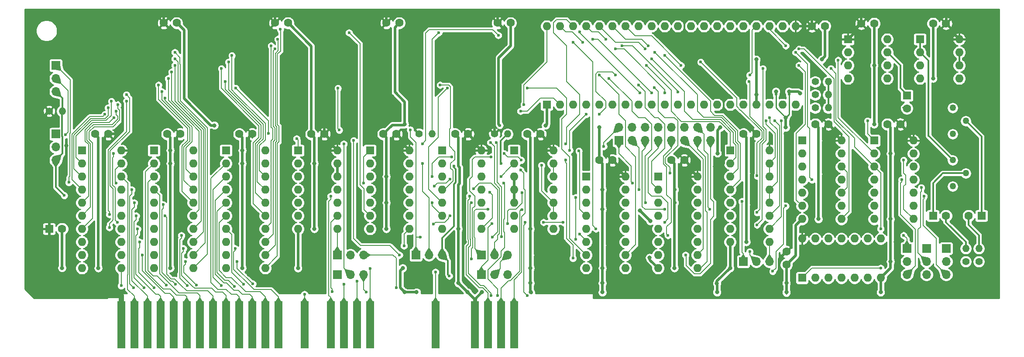
<source format=gbr>
G04 #@! TF.GenerationSoftware,KiCad,Pcbnew,(5.1.8)-1*
G04 #@! TF.CreationDate,2020-12-10T15:49:41+09:00*
G04 #@! TF.ProjectId,EX_MEM_AND_FM,45585f4d-454d-45f4-914e-445f464d2e6b,0.2*
G04 #@! TF.SameCoordinates,PX120bdf8PY82ed558*
G04 #@! TF.FileFunction,Copper,L2,Bot*
G04 #@! TF.FilePolarity,Positive*
%FSLAX46Y46*%
G04 Gerber Fmt 4.6, Leading zero omitted, Abs format (unit mm)*
G04 Created by KiCad (PCBNEW (5.1.8)-1) date 2020-12-10 15:49:41*
%MOMM*%
%LPD*%
G01*
G04 APERTURE LIST*
G04 #@! TA.AperFunction,ComponentPad*
%ADD10C,1.400000*%
G04 #@! TD*
G04 #@! TA.AperFunction,ComponentPad*
%ADD11O,1.400000X1.400000*%
G04 #@! TD*
G04 #@! TA.AperFunction,ComponentPad*
%ADD12R,1.600000X1.600000*%
G04 #@! TD*
G04 #@! TA.AperFunction,ComponentPad*
%ADD13O,1.600000X1.600000*%
G04 #@! TD*
G04 #@! TA.AperFunction,SMDPad,CuDef*
%ADD14C,0.100000*%
G04 #@! TD*
G04 #@! TA.AperFunction,ComponentPad*
%ADD15C,1.260000*%
G04 #@! TD*
G04 #@! TA.AperFunction,ComponentPad*
%ADD16R,1.700000X1.700000*%
G04 #@! TD*
G04 #@! TA.AperFunction,ComponentPad*
%ADD17O,1.700000X1.700000*%
G04 #@! TD*
G04 #@! TA.AperFunction,ComponentPad*
%ADD18C,1.600000*%
G04 #@! TD*
G04 #@! TA.AperFunction,ConnectorPad*
%ADD19R,1.524000X9.144000*%
G04 #@! TD*
G04 #@! TA.AperFunction,ViaPad*
%ADD20C,0.800000*%
G04 #@! TD*
G04 #@! TA.AperFunction,ViaPad*
%ADD21C,0.600000*%
G04 #@! TD*
G04 #@! TA.AperFunction,Conductor*
%ADD22C,0.250000*%
G04 #@! TD*
G04 #@! TA.AperFunction,Conductor*
%ADD23C,0.500000*%
G04 #@! TD*
G04 #@! TA.AperFunction,Conductor*
%ADD24C,0.800000*%
G04 #@! TD*
G04 #@! TA.AperFunction,Conductor*
%ADD25C,0.300000*%
G04 #@! TD*
G04 #@! TA.AperFunction,Conductor*
%ADD26C,1.000000*%
G04 #@! TD*
G04 #@! TA.AperFunction,Conductor*
%ADD27C,0.200000*%
G04 #@! TD*
G04 #@! TA.AperFunction,Conductor*
%ADD28C,0.254000*%
G04 #@! TD*
G04 #@! TA.AperFunction,Conductor*
%ADD29C,0.100000*%
G04 #@! TD*
G04 APERTURE END LIST*
D10*
X183007000Y17907000D03*
D11*
X183007000Y20447000D03*
D10*
X185547000Y17907000D03*
D11*
X185547000Y20447000D03*
D12*
X151257000Y14732000D03*
D13*
X166497000Y22352000D03*
X153797000Y14732000D03*
X163957000Y22352000D03*
X156337000Y14732000D03*
X161417000Y22352000D03*
X158877000Y14732000D03*
X158877000Y22352000D03*
X161417000Y14732000D03*
X156337000Y22352000D03*
X163957000Y14732000D03*
X153797000Y22352000D03*
X166497000Y14732000D03*
X151257000Y22352000D03*
D12*
X165227000Y41402000D03*
D13*
X172847000Y26162000D03*
X165227000Y38862000D03*
X172847000Y28702000D03*
X165227000Y36322000D03*
X172847000Y31242000D03*
X165227000Y33782000D03*
X172847000Y33782000D03*
X165227000Y31242000D03*
X172847000Y36322000D03*
X165227000Y28702000D03*
X172847000Y38862000D03*
X165227000Y26162000D03*
X172847000Y41402000D03*
D12*
X137287000Y39497000D03*
D13*
X144907000Y21717000D03*
X137287000Y36957000D03*
X144907000Y24257000D03*
X137287000Y34417000D03*
X144907000Y26797000D03*
X137287000Y31877000D03*
X144907000Y29337000D03*
X137287000Y29337000D03*
X144907000Y31877000D03*
X137287000Y26797000D03*
X144907000Y34417000D03*
X137287000Y24257000D03*
X144907000Y36957000D03*
X137287000Y21717000D03*
X144907000Y39497000D03*
D12*
X123317000Y34417000D03*
D13*
X130937000Y16637000D03*
X123317000Y31877000D03*
X130937000Y19177000D03*
X123317000Y29337000D03*
X130937000Y21717000D03*
X123317000Y26797000D03*
X130937000Y24257000D03*
X123317000Y24257000D03*
X130937000Y26797000D03*
X123317000Y21717000D03*
X130937000Y29337000D03*
X123317000Y19177000D03*
X130937000Y31877000D03*
X123317000Y16637000D03*
X130937000Y34417000D03*
D12*
X109347000Y34417000D03*
D13*
X116967000Y16637000D03*
X109347000Y31877000D03*
X116967000Y19177000D03*
X109347000Y29337000D03*
X116967000Y21717000D03*
X109347000Y26797000D03*
X116967000Y24257000D03*
X109347000Y24257000D03*
X116967000Y26797000D03*
X109347000Y21717000D03*
X116967000Y29337000D03*
X109347000Y19177000D03*
X116967000Y31877000D03*
X109347000Y16637000D03*
X116967000Y34417000D03*
D12*
X95377000Y39497000D03*
D13*
X102997000Y24257000D03*
X95377000Y36957000D03*
X102997000Y26797000D03*
X95377000Y34417000D03*
X102997000Y29337000D03*
X95377000Y31877000D03*
X102997000Y31877000D03*
X95377000Y29337000D03*
X102997000Y34417000D03*
X95377000Y26797000D03*
X102997000Y36957000D03*
X95377000Y24257000D03*
X102997000Y39497000D03*
D12*
X81407000Y39497000D03*
D13*
X89027000Y24257000D03*
X81407000Y36957000D03*
X89027000Y26797000D03*
X81407000Y34417000D03*
X89027000Y29337000D03*
X81407000Y31877000D03*
X89027000Y31877000D03*
X81407000Y29337000D03*
X89027000Y34417000D03*
X81407000Y26797000D03*
X89027000Y36957000D03*
X81407000Y24257000D03*
X89027000Y39497000D03*
D12*
X151257000Y41402000D03*
D13*
X158877000Y26162000D03*
X151257000Y38862000D03*
X158877000Y28702000D03*
X151257000Y36322000D03*
X158877000Y31242000D03*
X151257000Y33782000D03*
X158877000Y33782000D03*
X151257000Y31242000D03*
X158877000Y36322000D03*
X151257000Y28702000D03*
X158877000Y38862000D03*
X151257000Y26162000D03*
X158877000Y41402000D03*
D12*
X67437000Y39497000D03*
D13*
X75057000Y24257000D03*
X67437000Y36957000D03*
X75057000Y26797000D03*
X67437000Y34417000D03*
X75057000Y29337000D03*
X67437000Y31877000D03*
X75057000Y31877000D03*
X67437000Y29337000D03*
X75057000Y34417000D03*
X67437000Y26797000D03*
X75057000Y36957000D03*
X67437000Y24257000D03*
X75057000Y39497000D03*
D12*
X53467000Y39497000D03*
D13*
X61087000Y24257000D03*
X53467000Y36957000D03*
X61087000Y26797000D03*
X53467000Y34417000D03*
X61087000Y29337000D03*
X53467000Y31877000D03*
X61087000Y31877000D03*
X53467000Y29337000D03*
X61087000Y34417000D03*
X53467000Y26797000D03*
X61087000Y36957000D03*
X53467000Y24257000D03*
X61087000Y39497000D03*
D12*
X39497000Y39497000D03*
D13*
X47117000Y16637000D03*
X39497000Y36957000D03*
X47117000Y19177000D03*
X39497000Y34417000D03*
X47117000Y21717000D03*
X39497000Y31877000D03*
X47117000Y24257000D03*
X39497000Y29337000D03*
X47117000Y26797000D03*
X39497000Y26797000D03*
X47117000Y29337000D03*
X39497000Y24257000D03*
X47117000Y31877000D03*
X39497000Y21717000D03*
X47117000Y34417000D03*
X39497000Y19177000D03*
X47117000Y36957000D03*
X39497000Y16637000D03*
X47117000Y39497000D03*
D12*
X25527000Y39497000D03*
D13*
X33147000Y16637000D03*
X25527000Y36957000D03*
X33147000Y19177000D03*
X25527000Y34417000D03*
X33147000Y21717000D03*
X25527000Y31877000D03*
X33147000Y24257000D03*
X25527000Y29337000D03*
X33147000Y26797000D03*
X25527000Y26797000D03*
X33147000Y29337000D03*
X25527000Y24257000D03*
X33147000Y31877000D03*
X25527000Y21717000D03*
X33147000Y34417000D03*
X25527000Y19177000D03*
X33147000Y36957000D03*
X25527000Y16637000D03*
X33147000Y39497000D03*
D12*
X11557000Y39497000D03*
D13*
X19177000Y16637000D03*
X11557000Y36957000D03*
X19177000Y19177000D03*
X11557000Y34417000D03*
X19177000Y21717000D03*
X11557000Y31877000D03*
X19177000Y24257000D03*
X11557000Y29337000D03*
X19177000Y26797000D03*
X11557000Y26797000D03*
X19177000Y29337000D03*
X11557000Y24257000D03*
X19177000Y31877000D03*
X11557000Y21717000D03*
X19177000Y34417000D03*
X11557000Y19177000D03*
X19177000Y36957000D03*
X11557000Y16637000D03*
X19177000Y39497000D03*
G04 #@! TA.AperFunction,SMDPad,CuDef*
D14*
G36*
X94752000Y10041000D02*
G01*
X95372000Y11041000D01*
X95382000Y11041000D01*
X96002000Y10041000D01*
X94752000Y10041000D01*
G37*
G04 #@! TD.AperFunction*
G04 #@! TA.AperFunction,SMDPad,CuDef*
G36*
X92212000Y10041000D02*
G01*
X92832000Y11041000D01*
X92842000Y11041000D01*
X93462000Y10041000D01*
X92212000Y10041000D01*
G37*
G04 #@! TD.AperFunction*
G04 #@! TA.AperFunction,SMDPad,CuDef*
G36*
X89672000Y10041000D02*
G01*
X90292000Y11041000D01*
X90302000Y11041000D01*
X90922000Y10041000D01*
X89672000Y10041000D01*
G37*
G04 #@! TD.AperFunction*
G04 #@! TA.AperFunction,SMDPad,CuDef*
G36*
X79512000Y10041000D02*
G01*
X80132000Y11041000D01*
X80142000Y11041000D01*
X80762000Y10041000D01*
X79512000Y10041000D01*
G37*
G04 #@! TD.AperFunction*
G04 #@! TA.AperFunction,SMDPad,CuDef*
G36*
X66812000Y10041000D02*
G01*
X67432000Y11041000D01*
X67442000Y11041000D01*
X68062000Y10041000D01*
X66812000Y10041000D01*
G37*
G04 #@! TD.AperFunction*
G04 #@! TA.AperFunction,SMDPad,CuDef*
G36*
X64272000Y10041000D02*
G01*
X64892000Y11041000D01*
X64902000Y11041000D01*
X65522000Y10041000D01*
X64272000Y10041000D01*
G37*
G04 #@! TD.AperFunction*
G04 #@! TA.AperFunction,SMDPad,CuDef*
G36*
X61732000Y10041000D02*
G01*
X62352000Y11041000D01*
X62362000Y11041000D01*
X62982000Y10041000D01*
X61732000Y10041000D01*
G37*
G04 #@! TD.AperFunction*
G04 #@! TA.AperFunction,SMDPad,CuDef*
G36*
X59192000Y10041000D02*
G01*
X59812000Y11041000D01*
X59822000Y11041000D01*
X60442000Y10041000D01*
X59192000Y10041000D01*
G37*
G04 #@! TD.AperFunction*
G04 #@! TA.AperFunction,SMDPad,CuDef*
G36*
X54112000Y10041000D02*
G01*
X54732000Y11041000D01*
X54742000Y11041000D01*
X55362000Y10041000D01*
X54112000Y10041000D01*
G37*
G04 #@! TD.AperFunction*
G04 #@! TA.AperFunction,SMDPad,CuDef*
G36*
X49032000Y10041000D02*
G01*
X49652000Y11041000D01*
X49662000Y11041000D01*
X50282000Y10041000D01*
X49032000Y10041000D01*
G37*
G04 #@! TD.AperFunction*
G04 #@! TA.AperFunction,SMDPad,CuDef*
G36*
X46492000Y10041000D02*
G01*
X47112000Y11041000D01*
X47122000Y11041000D01*
X47742000Y10041000D01*
X46492000Y10041000D01*
G37*
G04 #@! TD.AperFunction*
G04 #@! TA.AperFunction,SMDPad,CuDef*
G36*
X43952000Y10041000D02*
G01*
X44572000Y11041000D01*
X44582000Y11041000D01*
X45202000Y10041000D01*
X43952000Y10041000D01*
G37*
G04 #@! TD.AperFunction*
G04 #@! TA.AperFunction,SMDPad,CuDef*
G36*
X41412000Y10041000D02*
G01*
X42032000Y11041000D01*
X42042000Y11041000D01*
X42662000Y10041000D01*
X41412000Y10041000D01*
G37*
G04 #@! TD.AperFunction*
G04 #@! TA.AperFunction,SMDPad,CuDef*
G36*
X38872000Y10041000D02*
G01*
X39492000Y11041000D01*
X39502000Y11041000D01*
X40122000Y10041000D01*
X38872000Y10041000D01*
G37*
G04 #@! TD.AperFunction*
G04 #@! TA.AperFunction,SMDPad,CuDef*
G36*
X36332000Y10041000D02*
G01*
X36952000Y11041000D01*
X36962000Y11041000D01*
X37582000Y10041000D01*
X36332000Y10041000D01*
G37*
G04 #@! TD.AperFunction*
G04 #@! TA.AperFunction,SMDPad,CuDef*
G36*
X33792000Y10041000D02*
G01*
X34412000Y11041000D01*
X34422000Y11041000D01*
X35042000Y10041000D01*
X33792000Y10041000D01*
G37*
G04 #@! TD.AperFunction*
G04 #@! TA.AperFunction,SMDPad,CuDef*
G36*
X31252000Y10041000D02*
G01*
X31872000Y11041000D01*
X31882000Y11041000D01*
X32502000Y10041000D01*
X31252000Y10041000D01*
G37*
G04 #@! TD.AperFunction*
G04 #@! TA.AperFunction,SMDPad,CuDef*
G36*
X28712000Y10041000D02*
G01*
X29332000Y11041000D01*
X29342000Y11041000D01*
X29962000Y10041000D01*
X28712000Y10041000D01*
G37*
G04 #@! TD.AperFunction*
G04 #@! TA.AperFunction,SMDPad,CuDef*
G36*
X26172000Y10041000D02*
G01*
X26792000Y11041000D01*
X26802000Y11041000D01*
X27422000Y10041000D01*
X26172000Y10041000D01*
G37*
G04 #@! TD.AperFunction*
G04 #@! TA.AperFunction,SMDPad,CuDef*
G36*
X21092000Y10041000D02*
G01*
X21712000Y11041000D01*
X21722000Y11041000D01*
X22342000Y10041000D01*
X21092000Y10041000D01*
G37*
G04 #@! TD.AperFunction*
G04 #@! TA.AperFunction,SMDPad,CuDef*
G36*
X23632000Y10041000D02*
G01*
X24252000Y11041000D01*
X24262000Y11041000D01*
X24882000Y10041000D01*
X23632000Y10041000D01*
G37*
G04 #@! TD.AperFunction*
G04 #@! TA.AperFunction,SMDPad,CuDef*
G36*
X131787388Y43975495D02*
G01*
X132056089Y42829982D01*
X132049018Y42822911D01*
X130903505Y43091612D01*
X131787388Y43975495D01*
G37*
G04 #@! TD.AperFunction*
G04 #@! TA.AperFunction,SMDPad,CuDef*
G36*
X115730495Y43091612D02*
G01*
X114584982Y42822911D01*
X114577911Y42829982D01*
X114846612Y43975495D01*
X115730495Y43091612D01*
G37*
G04 #@! TD.AperFunction*
G04 #@! TA.AperFunction,SMDPad,CuDef*
G36*
X121402000Y40886000D02*
G01*
X120782000Y39886000D01*
X120772000Y39886000D01*
X120152000Y40886000D01*
X121402000Y40886000D01*
G37*
G04 #@! TD.AperFunction*
G04 #@! TA.AperFunction,SMDPad,CuDef*
G36*
X129247388Y41435495D02*
G01*
X129516089Y40289982D01*
X129509018Y40282911D01*
X128363505Y40551612D01*
X129247388Y41435495D01*
G37*
G04 #@! TD.AperFunction*
G04 #@! TA.AperFunction,SMDPad,CuDef*
G36*
X119087388Y41435495D02*
G01*
X119356089Y40289982D01*
X119349018Y40282911D01*
X118203505Y40551612D01*
X119087388Y41435495D01*
G37*
G04 #@! TD.AperFunction*
G04 #@! TA.AperFunction,SMDPad,CuDef*
G36*
X134102000Y40886000D02*
G01*
X133482000Y39886000D01*
X133472000Y39886000D01*
X132852000Y40886000D01*
X134102000Y40886000D01*
G37*
G04 #@! TD.AperFunction*
G04 #@! TA.AperFunction,SMDPad,CuDef*
G36*
X131562000Y40886000D02*
G01*
X130942000Y39886000D01*
X130932000Y39886000D01*
X130312000Y40886000D01*
X131562000Y40886000D01*
G37*
G04 #@! TD.AperFunction*
G04 #@! TA.AperFunction,SMDPad,CuDef*
G36*
X126482000Y40886000D02*
G01*
X125862000Y39886000D01*
X125852000Y39886000D01*
X125232000Y40886000D01*
X126482000Y40886000D01*
G37*
G04 #@! TD.AperFunction*
G04 #@! TA.AperFunction,SMDPad,CuDef*
G36*
X123942000Y40886000D02*
G01*
X123322000Y39886000D01*
X123312000Y39886000D01*
X122692000Y40886000D01*
X123942000Y40886000D01*
G37*
G04 #@! TD.AperFunction*
G04 #@! TA.AperFunction,SMDPad,CuDef*
G36*
X116322000Y40759000D02*
G01*
X115702000Y39759000D01*
X115692000Y39759000D01*
X115072000Y40759000D01*
X116322000Y40759000D01*
G37*
G04 #@! TD.AperFunction*
G04 #@! TA.AperFunction,SMDPad,CuDef*
G36*
X170952000Y21090000D02*
G01*
X171572000Y22090000D01*
X171582000Y22090000D01*
X172202000Y21090000D01*
X170952000Y21090000D01*
G37*
G04 #@! TD.AperFunction*
G04 #@! TA.AperFunction,SMDPad,CuDef*
G36*
X144282000Y18423000D02*
G01*
X144902000Y19423000D01*
X144912000Y19423000D01*
X145532000Y18423000D01*
X144282000Y18423000D01*
G37*
G04 #@! TD.AperFunction*
G04 #@! TA.AperFunction,SMDPad,CuDef*
G36*
X139202000Y18423000D02*
G01*
X139822000Y19423000D01*
X139832000Y19423000D01*
X140452000Y18423000D01*
X139202000Y18423000D01*
G37*
G04 #@! TD.AperFunction*
G04 #@! TA.AperFunction,SMDPad,CuDef*
G36*
X178346612Y15333505D02*
G01*
X178077911Y16479018D01*
X178084982Y16486089D01*
X179230495Y16217388D01*
X178346612Y15333505D01*
G37*
G04 #@! TD.AperFunction*
G04 #@! TA.AperFunction,SMDPad,CuDef*
G36*
X174536612Y17873505D02*
G01*
X174267911Y19019018D01*
X174274982Y19026089D01*
X175420495Y18757388D01*
X174536612Y17873505D01*
G37*
G04 #@! TD.AperFunction*
G04 #@! TA.AperFunction,SMDPad,CuDef*
G36*
X171543505Y16217388D02*
G01*
X172689018Y16486089D01*
X172696089Y16479018D01*
X172427388Y15333505D01*
X171543505Y16217388D01*
G37*
G04 #@! TD.AperFunction*
G04 #@! TA.AperFunction,SMDPad,CuDef*
G36*
X141516612Y17873505D02*
G01*
X141247911Y19019018D01*
X141254982Y19026089D01*
X142400495Y18757388D01*
X141516612Y17873505D01*
G37*
G04 #@! TD.AperFunction*
G04 #@! TA.AperFunction,SMDPad,CuDef*
G36*
X88402000Y16010000D02*
G01*
X89022000Y17010000D01*
X89032000Y17010000D01*
X89652000Y16010000D01*
X88402000Y16010000D01*
G37*
G04 #@! TD.AperFunction*
G04 #@! TA.AperFunction,SMDPad,CuDef*
G36*
X91533505Y16217388D02*
G01*
X92679018Y16486089D01*
X92686089Y16479018D01*
X92417388Y15333505D01*
X91533505Y16217388D01*
G37*
G04 #@! TD.AperFunction*
G04 #@! TA.AperFunction,SMDPad,CuDef*
G36*
X90942000Y19693000D02*
G01*
X91562000Y20693000D01*
X91572000Y20693000D01*
X92192000Y19693000D01*
X90942000Y19693000D01*
G37*
G04 #@! TD.AperFunction*
G04 #@! TA.AperFunction,SMDPad,CuDef*
G36*
X94140495Y18326612D02*
G01*
X92994982Y18057911D01*
X92987911Y18064982D01*
X93256612Y19210495D01*
X94140495Y18326612D01*
G37*
G04 #@! TD.AperFunction*
G04 #@! TA.AperFunction,SMDPad,CuDef*
G36*
X88176612Y19143505D02*
G01*
X87907911Y20289018D01*
X87914982Y20296089D01*
X89060495Y20027388D01*
X88176612Y19143505D01*
G37*
G04 #@! TD.AperFunction*
G04 #@! TA.AperFunction,SMDPad,CuDef*
G36*
X82257388Y19210495D02*
G01*
X82526089Y18064982D01*
X82519018Y18057911D01*
X81373505Y18326612D01*
X82257388Y19210495D01*
G37*
G04 #@! TD.AperFunction*
G04 #@! TA.AperFunction,SMDPad,CuDef*
G36*
X80782000Y19693000D02*
G01*
X81402000Y20693000D01*
X81412000Y20693000D01*
X82032000Y19693000D01*
X80782000Y19693000D01*
G37*
G04 #@! TD.AperFunction*
G04 #@! TA.AperFunction,SMDPad,CuDef*
G36*
X78242000Y19693000D02*
G01*
X78862000Y20693000D01*
X78872000Y20693000D01*
X79492000Y19693000D01*
X78242000Y19693000D01*
G37*
G04 #@! TD.AperFunction*
G04 #@! TA.AperFunction,SMDPad,CuDef*
G36*
X75702000Y19947000D02*
G01*
X76322000Y20947000D01*
X76332000Y20947000D01*
X76952000Y19947000D01*
X75702000Y19947000D01*
G37*
G04 #@! TD.AperFunction*
G04 #@! TA.AperFunction,SMDPad,CuDef*
G36*
X66792000Y14851000D02*
G01*
X66172000Y13851000D01*
X66162000Y13851000D01*
X65542000Y14851000D01*
X66792000Y14851000D01*
G37*
G04 #@! TD.AperFunction*
G04 #@! TA.AperFunction,SMDPad,CuDef*
G36*
X62776612Y15333505D02*
G01*
X62507911Y16479018D01*
X62514982Y16486089D01*
X63660495Y16217388D01*
X62776612Y15333505D01*
G37*
G04 #@! TD.AperFunction*
G04 #@! TA.AperFunction,SMDPad,CuDef*
G36*
X66683000Y19802000D02*
G01*
X67683000Y19182000D01*
X67683000Y19172000D01*
X66683000Y18552000D01*
X66683000Y19802000D01*
G37*
G04 #@! TD.AperFunction*
G04 #@! TA.AperFunction,SMDPad,CuDef*
G36*
X60462000Y19947000D02*
G01*
X61082000Y20947000D01*
X61092000Y20947000D01*
X61712000Y19947000D01*
X60462000Y19947000D01*
G37*
G04 #@! TD.AperFunction*
G04 #@! TA.AperFunction,SMDPad,CuDef*
G36*
X7102000Y37076000D02*
G01*
X6482000Y36076000D01*
X6472000Y36076000D01*
X5852000Y37076000D01*
X7102000Y37076000D01*
G37*
G04 #@! TD.AperFunction*
G04 #@! TA.AperFunction,SMDPad,CuDef*
G36*
X6443505Y38442388D02*
G01*
X7589018Y38711089D01*
X7596089Y38704018D01*
X7327388Y37558505D01*
X6443505Y38442388D01*
G37*
G04 #@! TD.AperFunction*
G04 #@! TA.AperFunction,SMDPad,CuDef*
G36*
X7327388Y50960495D02*
G01*
X7596089Y49814982D01*
X7589018Y49807911D01*
X6443505Y50076612D01*
X7327388Y50960495D01*
G37*
G04 #@! TD.AperFunction*
G04 #@! TA.AperFunction,SMDPad,CuDef*
G36*
X7327388Y53500495D02*
G01*
X7596089Y52354982D01*
X7589018Y52347911D01*
X6443505Y52616612D01*
X7327388Y53500495D01*
G37*
G04 #@! TD.AperFunction*
G04 #@! TA.AperFunction,SMDPad,CuDef*
G36*
X7327388Y56040495D02*
G01*
X7596089Y54894982D01*
X7589018Y54887911D01*
X6443505Y55156612D01*
X7327388Y56040495D01*
G37*
G04 #@! TD.AperFunction*
D12*
X174117000Y61087000D03*
D13*
X181737000Y53467000D03*
X174117000Y58547000D03*
X181737000Y56007000D03*
X174117000Y56007000D03*
X181737000Y58547000D03*
X174117000Y53467000D03*
X181737000Y61087000D03*
D12*
X160147000Y61087000D03*
D13*
X167767000Y53467000D03*
X160147000Y58547000D03*
X167767000Y56007000D03*
X160147000Y56007000D03*
X167767000Y58547000D03*
X160147000Y53467000D03*
X167767000Y61087000D03*
D12*
X101727000Y48387000D03*
D13*
X149987000Y63627000D03*
X104267000Y48387000D03*
X147447000Y63627000D03*
X106807000Y48387000D03*
X144907000Y63627000D03*
X109347000Y48387000D03*
X142367000Y63627000D03*
X111887000Y48387000D03*
X139827000Y63627000D03*
X114427000Y48387000D03*
X137287000Y63627000D03*
X116967000Y48387000D03*
X134747000Y63627000D03*
X119507000Y48387000D03*
X132207000Y63627000D03*
X122047000Y48387000D03*
X129667000Y63627000D03*
X124587000Y48387000D03*
X127127000Y63627000D03*
X127127000Y48387000D03*
X124587000Y63627000D03*
X129667000Y48387000D03*
X122047000Y63627000D03*
X132207000Y48387000D03*
X119507000Y63627000D03*
X134747000Y48387000D03*
X116967000Y63627000D03*
X137287000Y48387000D03*
X114427000Y63627000D03*
X139827000Y48387000D03*
X111887000Y63627000D03*
X142367000Y48387000D03*
X109347000Y63627000D03*
X144907000Y48387000D03*
X106807000Y63627000D03*
X147447000Y48387000D03*
X104267000Y63627000D03*
X149987000Y48387000D03*
X101727000Y63627000D03*
D15*
X180467000Y32512000D03*
X183007000Y35052000D03*
X180467000Y37592000D03*
X180467000Y42672000D03*
X183007000Y45212000D03*
X180467000Y47752000D03*
D10*
X153797000Y47752000D03*
D11*
X156337000Y47752000D03*
D10*
X153797000Y52832000D03*
D11*
X156337000Y52832000D03*
D10*
X153797000Y50292000D03*
D11*
X156337000Y50292000D03*
D10*
X91567000Y42672000D03*
D11*
X94107000Y42672000D03*
D10*
X76962000Y42672000D03*
D11*
X79502000Y42672000D03*
D10*
X5207000Y47117000D03*
D11*
X7747000Y47117000D03*
D16*
X61087000Y15367000D03*
D17*
X63627000Y15367000D03*
X66167000Y15367000D03*
D16*
X179197000Y20447000D03*
D17*
X179197000Y17907000D03*
X179197000Y15367000D03*
D16*
X61087000Y19177000D03*
D17*
X63627000Y19177000D03*
X66167000Y19177000D03*
D16*
X175387000Y20447000D03*
D17*
X175387000Y17907000D03*
X175387000Y15367000D03*
D16*
X139827000Y17907000D03*
D17*
X142367000Y17907000D03*
X144907000Y17907000D03*
D16*
X171577000Y20447000D03*
D17*
X171577000Y17907000D03*
X171577000Y15367000D03*
D16*
X115697000Y41402000D03*
D17*
X115697000Y43942000D03*
X118237000Y41402000D03*
X118237000Y43942000D03*
X120777000Y41402000D03*
X120777000Y43942000D03*
X123317000Y41402000D03*
X123317000Y43942000D03*
X125857000Y41402000D03*
X125857000Y43942000D03*
X128397000Y41402000D03*
X128397000Y43942000D03*
X130937000Y41402000D03*
X130937000Y43942000D03*
X133477000Y41402000D03*
X133477000Y43942000D03*
D16*
X89027000Y15367000D03*
D17*
X91567000Y15367000D03*
X94107000Y15367000D03*
D16*
X89027000Y19177000D03*
D17*
X91567000Y19177000D03*
X94107000Y19177000D03*
D16*
X76327000Y19177000D03*
D17*
X78867000Y19177000D03*
X81407000Y19177000D03*
D16*
X6477000Y42672000D03*
D17*
X6477000Y40132000D03*
X6477000Y37592000D03*
D16*
X6477000Y56007000D03*
D17*
X6477000Y53467000D03*
X6477000Y50927000D03*
D12*
X176657000Y26797000D03*
D18*
X179157000Y26797000D03*
D12*
X186055000Y26797000D03*
D18*
X183555000Y26797000D03*
D12*
X171577000Y50165000D03*
D18*
X171577000Y47665000D03*
X176657000Y64135000D03*
X179157000Y64135000D03*
X165227000Y64135000D03*
X162727000Y64135000D03*
X153162000Y63627000D03*
X155662000Y63627000D03*
X148209000Y19812000D03*
X148209000Y17312000D03*
X142367000Y42672000D03*
X139867000Y42672000D03*
X170307000Y44577000D03*
X167807000Y44577000D03*
X156337000Y44577000D03*
X153837000Y44577000D03*
X128397000Y37592000D03*
X125897000Y37592000D03*
X92202000Y64262000D03*
X94702000Y64262000D03*
X70612000Y64262000D03*
X73112000Y64262000D03*
X49022000Y64262000D03*
X51522000Y64262000D03*
X27432000Y64262000D03*
X29932000Y64262000D03*
X86447000Y42672000D03*
X83947000Y42672000D03*
X114427000Y37592000D03*
X111927000Y37592000D03*
X100457000Y42672000D03*
X97957000Y42672000D03*
X72517000Y42672000D03*
X70017000Y42672000D03*
X58547000Y42672000D03*
X56047000Y42672000D03*
X44577000Y42672000D03*
X42077000Y42672000D03*
X30607000Y42672000D03*
X28107000Y42672000D03*
X16637000Y42672000D03*
X14137000Y42672000D03*
D12*
X5207000Y24257000D03*
D18*
X7707000Y24257000D03*
D19*
X95377000Y5588000D03*
X92837000Y5588000D03*
X90297000Y5588000D03*
X87757000Y5588000D03*
X80137000Y5588000D03*
X67437000Y5588000D03*
X64897000Y5588000D03*
X62357000Y5588000D03*
X59817000Y5588000D03*
X54737000Y5588000D03*
X49657000Y5588000D03*
X47117000Y5588000D03*
X44577000Y5588000D03*
X42037000Y5588000D03*
X39497000Y5588000D03*
X36957000Y5588000D03*
X34417000Y5588000D03*
X31877000Y5588000D03*
X29337000Y5588000D03*
X26797000Y5588000D03*
X24257000Y5588000D03*
X21717000Y5588000D03*
X19177000Y5588000D03*
D20*
X14732000Y16637000D03*
X28702000Y36957000D03*
X28702000Y16637000D03*
X7707000Y16677000D03*
X28702000Y39497000D03*
X42672000Y39497000D03*
X42672000Y36957000D03*
X42672000Y16637000D03*
X56642000Y24257000D03*
X56642000Y36957000D03*
X53467000Y16637000D03*
X70612000Y24257000D03*
X84582000Y24257000D03*
X98552000Y24257000D03*
X70612000Y29337000D03*
X70612000Y34417000D03*
X111887000Y43942000D03*
X112522000Y16637000D03*
X126492000Y16637000D03*
D21*
X92621999Y44361999D03*
D20*
X101511999Y44361999D03*
X140462000Y21717000D03*
X154432000Y26162000D03*
X168402000Y26162000D03*
X98552000Y16637000D03*
X137287000Y16637000D03*
X134827001Y38942001D03*
X135382000Y43942000D03*
X165227000Y44577000D03*
X176657000Y53467000D03*
X165227000Y56007000D03*
X168402000Y38862000D03*
X86360000Y11938000D03*
X89154000Y11938000D03*
X84582000Y13716000D03*
X98552000Y13716000D03*
X98615500Y12001500D03*
X112522000Y13716000D03*
X112522000Y11938000D03*
X112522000Y31877000D03*
X74168000Y44577000D03*
X148082000Y43942000D03*
X142367000Y50292000D03*
X148717000Y50927000D03*
X146177000Y50927000D03*
X148209000Y13716000D03*
X148209000Y11938000D03*
X166497000Y11938000D03*
X76469242Y11953242D03*
X74168000Y11938000D03*
X150876000Y50546000D03*
X148082000Y45847000D03*
D21*
X154432000Y34925000D03*
X154432000Y41402000D03*
D20*
X168402000Y17907000D03*
X119761000Y27813000D03*
X121793000Y25781000D03*
X121666000Y18669000D03*
D21*
X98552000Y19177000D03*
X112522000Y21082000D03*
D20*
X112522000Y28067000D03*
X37249999Y44361999D03*
X73787000Y16637000D03*
X155067000Y57150000D03*
X142367000Y57150000D03*
X134731990Y13700990D03*
X134762010Y11953010D03*
D21*
X140462000Y35052000D03*
X140462000Y28956000D03*
X126619000Y31877000D03*
X126619000Y29337000D03*
D20*
X113792000Y40767000D03*
X16002000Y14097000D03*
X53467000Y14097000D03*
X29464000Y15367000D03*
X43942000Y15367000D03*
X57912000Y21717000D03*
X71882000Y21717000D03*
X85852000Y21717000D03*
X99822000Y21717000D03*
X99822000Y14859000D03*
X113792000Y15113000D03*
X127762000Y14732000D03*
X134366000Y36322000D03*
X136017000Y41402000D03*
X87757000Y11938000D03*
X29972000Y40894000D03*
X43942000Y40894000D03*
X57912000Y40767000D03*
X99822000Y41402000D03*
X148082000Y42672000D03*
X146812000Y15367000D03*
X169418000Y21717000D03*
X143256000Y20447000D03*
X128397000Y58420000D03*
X146050000Y58420000D03*
X5207000Y34925000D03*
X8255000Y34925000D03*
X8509000Y40386000D03*
X109347000Y41402000D03*
X16002000Y40767000D03*
X82931000Y21717000D03*
D21*
X96647000Y35687000D03*
X96901000Y27940000D03*
X86741000Y30607000D03*
X80137000Y15875000D03*
X87122000Y18415000D03*
X90932000Y38227000D03*
X105410000Y40767000D03*
X67437000Y16510000D03*
X64897000Y14097000D03*
X106807000Y18542000D03*
X105410000Y37592000D03*
X106172000Y39497000D03*
X109347000Y46482000D03*
X111887000Y46482000D03*
X115062000Y54102000D03*
X141097000Y54102000D03*
X62357000Y13462000D03*
X148082000Y28702000D03*
X145542000Y16002000D03*
X59817000Y30607000D03*
X54737000Y11557000D03*
X41275000Y20447000D03*
X31242000Y20447000D03*
X27686000Y26797000D03*
X23241000Y19177000D03*
X22352000Y24257000D03*
X21717000Y29337000D03*
X97917000Y11303000D03*
X97536000Y25527000D03*
X92202000Y11303000D03*
X93345000Y33147000D03*
X66167000Y33147000D03*
X90932000Y11303000D03*
X87122000Y29337000D03*
X72517000Y12827000D03*
X66675000Y11938000D03*
X60071000Y12065000D03*
X44704000Y13589000D03*
X41656000Y17907000D03*
X42926000Y13462000D03*
X41148000Y13081000D03*
X38608000Y13208000D03*
X33782000Y13335000D03*
X31623000Y17907000D03*
X32004000Y13208000D03*
X30861000Y22987000D03*
X29718000Y13462000D03*
X27305000Y28956000D03*
X27940000Y13335000D03*
X19177000Y13208000D03*
X25527000Y12827000D03*
X22733000Y21717000D03*
X23622000Y12827000D03*
X22098000Y26797000D03*
X21590000Y12827000D03*
X21209000Y31877000D03*
X77216000Y22606000D03*
X101092000Y25527000D03*
X104902000Y25527000D03*
X61468000Y43434000D03*
X61214000Y51562000D03*
X75247500Y43497500D03*
X77597000Y36957000D03*
X83693000Y36449000D03*
X92837000Y36957000D03*
X82804000Y15113000D03*
X90297000Y28067000D03*
X41402000Y51562000D03*
X47752000Y42799000D03*
X64262000Y41402000D03*
X73152000Y19177000D03*
X90805000Y41021000D03*
X96901000Y31242000D03*
X94107000Y25273000D03*
X91059000Y25273000D03*
X118364000Y33147000D03*
X112776000Y40259000D03*
X133350000Y28067000D03*
X119634000Y31877000D03*
X124587000Y28067000D03*
X124587000Y25527000D03*
X125222000Y22987000D03*
X128651000Y19177000D03*
X8128000Y30734000D03*
X80772000Y62357000D03*
X17653000Y38862000D03*
X18415000Y25527000D03*
X16891000Y24511000D03*
X20193000Y50292000D03*
X16891000Y27051000D03*
X20193000Y49022000D03*
X18542000Y48387000D03*
X18161000Y47117000D03*
X17780000Y45847000D03*
X16002000Y46482000D03*
X96647000Y47117000D03*
X16637000Y47752000D03*
X97282000Y48387000D03*
X17272000Y49022000D03*
X18161000Y33147000D03*
X29591000Y58547000D03*
X122682000Y58547000D03*
X29591000Y57277000D03*
X122047000Y57277000D03*
X29591000Y56007000D03*
X121031000Y56007000D03*
X28956000Y54737000D03*
X156845000Y55372000D03*
X170942000Y22987000D03*
X166497000Y24257000D03*
X113792000Y53467000D03*
X28321000Y53467000D03*
X120904000Y29337000D03*
X119507000Y52197000D03*
X26416000Y52197000D03*
X122555000Y51727020D03*
X27051000Y50927000D03*
X125603000Y35052000D03*
X27686000Y49657000D03*
X163957000Y45212000D03*
X50038000Y62992000D03*
X144272000Y45212000D03*
X108077000Y62484000D03*
X119761000Y50673000D03*
X49530000Y61087000D03*
X144907000Y45847000D03*
X110617000Y61087000D03*
X122047000Y50673000D03*
X49022000Y59182000D03*
X145923000Y45212000D03*
X115062000Y59182000D03*
X124587000Y50673000D03*
X48260000Y59817000D03*
X147193000Y45212000D03*
X116332000Y59817000D03*
X127127000Y50800000D03*
X38608000Y55372000D03*
X142494000Y25019000D03*
X143637000Y55372000D03*
X39370000Y52832000D03*
X140970000Y52832000D03*
X142494000Y27432000D03*
X40005000Y56642000D03*
X142494000Y34544000D03*
X131572000Y56642000D03*
X40640000Y57912000D03*
X124587000Y57912000D03*
X8382000Y42545000D03*
X53213000Y41783000D03*
X79502000Y34417000D03*
X83312000Y38227000D03*
X93472000Y38862000D03*
X96774000Y37592000D03*
X63373000Y62357000D03*
X82931000Y26797000D03*
X79756000Y25146000D03*
X107950000Y39370000D03*
X90678000Y31369000D03*
X111887000Y54102000D03*
X106807000Y60452000D03*
X111252000Y24257000D03*
X87503000Y32004000D03*
X91166990Y22625010D03*
X108077000Y23241000D03*
X81026000Y52197000D03*
X82423000Y51562000D03*
X97917000Y51562000D03*
X9017000Y33274000D03*
X79502000Y29337000D03*
X141097000Y19812000D03*
X166497000Y16637000D03*
X148082000Y59817000D03*
X92329000Y61849000D03*
X62357000Y40767000D03*
X77597000Y40767000D03*
X127762000Y56007000D03*
X150622000Y56007000D03*
X121412000Y59817000D03*
X150622000Y59182000D03*
X120777000Y59182000D03*
X149987000Y58547000D03*
X153162000Y33782000D03*
X113157000Y61087000D03*
X158242000Y57023998D03*
X108712000Y60452000D03*
X139573000Y29591000D03*
X174371000Y32258000D03*
X174879000Y30607000D03*
X91948000Y41021000D03*
X92964000Y22733000D03*
X92837000Y34417000D03*
X82931000Y33909000D03*
X79883000Y32512000D03*
X100711000Y36576000D03*
X74041000Y20955000D03*
X107315000Y22225000D03*
X107315000Y30353000D03*
X170561000Y33782000D03*
X170942000Y37592000D03*
D22*
X146177000Y49657000D02*
X146177000Y47752000D01*
X146177000Y47752000D02*
X148082000Y45847000D01*
D23*
X148082000Y45847000D02*
X148082000Y43942000D01*
D22*
X148717000Y47117000D02*
X148717000Y49657000D01*
X148717000Y47117000D02*
X148717000Y46482000D01*
X148717000Y46482000D02*
X148082000Y45847000D01*
D23*
X14137000Y42672000D02*
X14137000Y42632000D01*
X14137000Y42632000D02*
X14732000Y42037000D01*
X14732000Y42037000D02*
X14732000Y16637000D01*
X14732000Y16637000D02*
X14732000Y16637000D01*
X28107000Y42672000D02*
X28107000Y42632000D01*
X28107000Y42632000D02*
X28702000Y42037000D01*
X28702000Y42037000D02*
X28702000Y39497000D01*
X28702000Y36957000D02*
X28702000Y16637000D01*
X28702000Y16637000D02*
X28702000Y16637000D01*
X7707000Y24257000D02*
X7707000Y16677000D01*
X7707000Y16677000D02*
X7707000Y16677000D01*
X42077000Y42672000D02*
X42077000Y42632000D01*
X42077000Y42632000D02*
X42672000Y42037000D01*
X42672000Y42037000D02*
X42672000Y16637000D01*
X28702000Y39497000D02*
X28702000Y36957000D01*
X42672000Y16637000D02*
X42672000Y16637000D01*
X56047000Y42672000D02*
X56047000Y42632000D01*
X56047000Y42632000D02*
X56642000Y42037000D01*
X56642000Y42037000D02*
X56642000Y36957000D01*
X56642000Y24257000D02*
X56642000Y24257000D01*
X61087000Y36957000D02*
X61087000Y34417000D01*
X56642000Y36957000D02*
X56642000Y24257000D01*
X53467000Y24257000D02*
X53467000Y16637000D01*
X70017000Y42672000D02*
X70017000Y42632000D01*
X70017000Y42632000D02*
X70612000Y42037000D01*
X70612000Y42037000D02*
X70612000Y29337000D01*
X97957000Y42672000D02*
X97957000Y42632000D01*
X97957000Y42632000D02*
X98552000Y42037000D01*
X98552000Y42037000D02*
X98552000Y24257000D01*
X70612000Y24257000D02*
X70612000Y24257000D01*
X84582000Y24257000D02*
X84582000Y24257000D01*
X98552000Y24257000D02*
X98552000Y24257000D01*
X70612000Y29337000D02*
X70612000Y24257000D01*
X111927000Y37592000D02*
X111927000Y37552000D01*
X111927000Y37552000D02*
X112522000Y36957000D01*
X112522000Y36957000D02*
X112522000Y28067000D01*
X111887000Y37632000D02*
X111927000Y37592000D01*
X111887000Y43942000D02*
X111887000Y37632000D01*
X125897000Y37592000D02*
X125897000Y37552000D01*
X125897000Y37552000D02*
X126492000Y36957000D01*
X126492000Y36957000D02*
X126492000Y16637000D01*
X112522000Y16637000D02*
X112522000Y16637000D01*
X126492000Y16637000D02*
X126492000Y16637000D01*
X56047000Y59737000D02*
X51522000Y64262000D01*
X56047000Y42672000D02*
X56047000Y59737000D01*
X101727000Y44577000D02*
X101511999Y44361999D01*
X101727000Y48387000D02*
X101727000Y44577000D01*
X140462000Y21717000D02*
X140462000Y21717000D01*
X168402000Y24257000D02*
X168402000Y24257000D01*
X98552000Y24257000D02*
X98552000Y19177000D01*
X98552000Y16637000D02*
X98552000Y16637000D01*
X137287000Y21717000D02*
X137287000Y16637000D01*
X134827001Y43387001D02*
X135382000Y43942000D01*
X134827001Y38942001D02*
X134827001Y43387001D01*
X165227000Y63627000D02*
X165227000Y56007000D01*
X176657000Y63627000D02*
X176657000Y53467000D01*
X176657000Y53467000D02*
X176657000Y53467000D01*
D24*
X87757000Y10541000D02*
X87757000Y5588000D01*
D23*
X84582000Y13716000D02*
X87757000Y10541000D01*
X84582000Y24257000D02*
X84582000Y13716000D01*
X87757000Y10541000D02*
X89154000Y11938000D01*
X89154000Y11938000D02*
X89154000Y11938000D01*
X84582000Y13716000D02*
X84582000Y13716000D01*
X98552000Y16637000D02*
X98552000Y13716000D01*
X98552000Y13716000D02*
X98552000Y12192000D01*
X98552000Y12065000D02*
X98552000Y12192000D01*
X98552000Y12065000D02*
X98615500Y12001500D01*
X98615500Y12001500D02*
X98806000Y11811000D01*
X112522000Y16637000D02*
X112522000Y13716000D01*
X112522000Y13716000D02*
X112522000Y11938000D01*
X112522000Y11938000D02*
X112522000Y11938000D01*
X92367010Y44616988D02*
X92621999Y44361999D01*
X92367010Y57442010D02*
X92367010Y44616988D01*
X94702000Y59777000D02*
X92367010Y57442010D01*
X94702000Y64262000D02*
X94702000Y59777000D01*
X70017000Y42672000D02*
X71755000Y44410000D01*
X71755000Y44410000D02*
X74001000Y44410000D01*
X74001000Y44410000D02*
X74168000Y44577000D01*
X74168000Y44577000D02*
X74168000Y44577000D01*
X139867000Y42672000D02*
X139867000Y42632000D01*
X139867000Y42632000D02*
X140462000Y42037000D01*
X140462000Y42037000D02*
X140462000Y35687000D01*
X140462000Y35687000D02*
X140462000Y21717000D01*
X142367000Y48387000D02*
X142367000Y50292000D01*
X142367000Y50292000D02*
X142367000Y57150000D01*
D22*
X146177000Y49657000D02*
X146177000Y50292000D01*
X148717000Y49657000D02*
X148717000Y50292000D01*
D23*
X148717000Y50292000D02*
X148717000Y50927000D01*
X146177000Y50927000D02*
X146177000Y50927000D01*
X148717000Y50927000D02*
X148717000Y50927000D01*
X146177000Y50927000D02*
X146177000Y50292000D01*
X165227000Y56007000D02*
X165227000Y44577000D01*
X148209000Y17312000D02*
X148209000Y13716000D01*
X148209000Y13716000D02*
X148209000Y11938000D01*
X148209000Y11938000D02*
X148209000Y11684000D01*
X166497000Y14732000D02*
X166497000Y11938000D01*
X166497000Y11938000D02*
X166497000Y11811000D01*
X168402000Y16637000D02*
X166497000Y14732000D01*
X168402000Y43982000D02*
X168402000Y17907000D01*
X167807000Y44577000D02*
X168402000Y43982000D01*
X154432000Y43982000D02*
X153837000Y44577000D01*
X76454000Y11938000D02*
X76469242Y11953242D01*
X74168000Y11938000D02*
X76454000Y11938000D01*
X150876000Y50546000D02*
X150876000Y50546000D01*
D22*
X148082000Y45847000D02*
X148082000Y45847000D01*
D23*
X154432000Y34925000D02*
X154432000Y41402000D01*
X154432000Y41402000D02*
X154432000Y43982000D01*
X148209000Y17312000D02*
X149987000Y19090000D01*
X149987000Y24892000D02*
X151257000Y26162000D01*
X149987000Y19090000D02*
X149987000Y24892000D01*
X154432000Y26162000D02*
X154432000Y26797000D01*
X154432000Y26797000D02*
X154432000Y34925000D01*
X168402000Y17907000D02*
X168402000Y16637000D01*
X119761000Y27813000D02*
X121793000Y25781000D01*
X121793000Y25781000D02*
X121793000Y25781000D01*
X121666000Y18669000D02*
X121666000Y18669000D01*
X121666000Y18288000D02*
X121856500Y18097500D01*
X121666000Y18669000D02*
X121666000Y18288000D01*
X123317000Y16637000D02*
X121856500Y18097500D01*
X98552000Y19177000D02*
X98552000Y16637000D01*
X112522000Y21082000D02*
X112522000Y16637000D01*
X112522000Y28067000D02*
X112522000Y21082000D01*
X37249999Y44361999D02*
X36537001Y44361999D01*
X36537001Y44361999D02*
X31369000Y49530000D01*
X31369000Y62825000D02*
X29932000Y64262000D01*
X31369000Y49530000D02*
X31369000Y62825000D01*
X72263000Y63413000D02*
X73112000Y64262000D01*
X72263000Y50800000D02*
X72263000Y63413000D01*
X74168000Y48895000D02*
X72263000Y50800000D01*
X74168000Y44577000D02*
X74168000Y48895000D01*
X74168000Y11938000D02*
X73279000Y12827000D01*
X73279000Y12827000D02*
X73279000Y16129000D01*
X73279000Y16129000D02*
X73787000Y16637000D01*
X73787000Y16637000D02*
X73787000Y16637000D01*
X155281000Y57364000D02*
X155067000Y57150000D01*
X155067000Y57150000D02*
X155067000Y57150000D01*
X84836000Y33020000D02*
X84582000Y32766000D01*
X84836000Y36195000D02*
X84836000Y33020000D01*
X84582000Y36449000D02*
X84836000Y36195000D01*
X84582000Y32766000D02*
X84582000Y24257000D01*
X84582000Y42037000D02*
X84582000Y36449000D01*
X83947000Y42672000D02*
X84582000Y42037000D01*
X155662000Y57745000D02*
X155067000Y57150000D01*
X155662000Y63627000D02*
X155662000Y57745000D01*
X150495000Y50927000D02*
X150876000Y50546000D01*
X148717000Y50927000D02*
X150495000Y50927000D01*
D25*
X171069000Y47625000D02*
X170878500Y47815500D01*
X170878500Y47815500D02*
X171577000Y47117000D01*
X171577000Y47625000D02*
X171069000Y47625000D01*
D23*
X134762010Y13670970D02*
X134731990Y13700990D01*
X134762010Y11953010D02*
X134762010Y13670970D01*
X134731990Y14081990D02*
X137287000Y16637000D01*
X134731990Y13700990D02*
X134731990Y14081990D01*
X16002000Y42037000D02*
X16637000Y42672000D01*
X16002000Y11557000D02*
X16002000Y14097000D01*
D26*
X19177000Y11303000D02*
X16002000Y11303000D01*
D23*
X16002000Y11557000D02*
X5207000Y11557000D01*
X5207000Y11557000D02*
X5207000Y24257000D01*
X30607000Y42672000D02*
X29972000Y42037000D01*
X29972000Y42037000D02*
X29972000Y40894000D01*
X27432000Y65532000D02*
X27432000Y64262000D01*
X29283999Y65612001D02*
X30526999Y65612001D01*
X29203998Y65532000D02*
X29283999Y65612001D01*
X27432000Y65532000D02*
X29203998Y65532000D01*
X30526999Y65612001D02*
X30607000Y65532000D01*
X30607000Y65532000D02*
X49022000Y65532000D01*
X49022000Y65532000D02*
X49022000Y64262000D01*
X50873999Y65612001D02*
X52116999Y65612001D01*
X50793998Y65532000D02*
X50873999Y65612001D01*
X49022000Y65532000D02*
X50793998Y65532000D01*
X52116999Y65612001D02*
X52197000Y65532000D01*
X72463999Y65612001D02*
X73706999Y65612001D01*
X72383998Y65532000D02*
X72463999Y65612001D01*
X73706999Y65612001D02*
X73787000Y65532000D01*
X73787000Y65532000D02*
X92202000Y65532000D01*
X92202000Y65532000D02*
X92202000Y64262000D01*
X70612000Y64262000D02*
X70612000Y65532000D01*
X70612000Y65532000D02*
X72383998Y65532000D01*
X58547000Y65532000D02*
X70612000Y65532000D01*
X58547000Y42672000D02*
X58547000Y65532000D01*
X52197000Y65532000D02*
X58547000Y65532000D01*
X44577000Y42672000D02*
X43942000Y42037000D01*
X43942000Y42037000D02*
X43942000Y40894000D01*
X44577000Y42672000D02*
X44577000Y42037000D01*
X5207000Y24257000D02*
X5207000Y34925000D01*
X5207000Y35687000D02*
X4572000Y36322000D01*
X4572000Y46482000D02*
X5207000Y47117000D01*
X4572000Y36322000D02*
X4572000Y46482000D01*
X86447000Y42672000D02*
X86447000Y42632000D01*
X86447000Y42632000D02*
X85852000Y42037000D01*
X85852000Y42037000D02*
X85852000Y40894000D01*
X100457000Y42672000D02*
X99822000Y42037000D01*
X99822000Y42037000D02*
X99822000Y41402000D01*
X114427000Y37592000D02*
X113792000Y36957000D01*
X113792000Y36957000D02*
X113792000Y16637000D01*
X113792000Y38227000D02*
X114427000Y37592000D01*
X113792000Y40767000D02*
X113792000Y38227000D01*
X128397000Y37592000D02*
X127762000Y36957000D01*
X127762000Y36957000D02*
X127762000Y16637000D01*
X16002000Y14097000D02*
X16002000Y40767000D01*
X57912000Y42037000D02*
X58547000Y42672000D01*
X57912000Y21717000D02*
X57912000Y40767000D01*
X99822000Y24257000D02*
X99822000Y21717000D01*
X85852000Y24257000D02*
X85852000Y21717000D01*
X71882000Y21717000D02*
X71882000Y21717000D01*
X85852000Y21717000D02*
X85852000Y21717000D01*
X99822000Y21717000D02*
X99822000Y14732000D01*
X99822000Y14732000D02*
X99822000Y14732000D01*
X113792000Y16637000D02*
X113792000Y14097000D01*
X113792000Y14097000D02*
X113792000Y14097000D01*
X179197000Y63667000D02*
X179157000Y63627000D01*
X179197000Y65532000D02*
X179197000Y63667000D01*
X162727000Y65492000D02*
X162687000Y65532000D01*
X162727000Y63627000D02*
X162727000Y65492000D01*
X162687000Y65532000D02*
X179197000Y65532000D01*
X179157000Y63627000D02*
X179197000Y63627000D01*
X136017000Y36957000D02*
X135382000Y36322000D01*
X136017000Y41402000D02*
X136017000Y36957000D01*
X152527000Y65532000D02*
X152908000Y65532000D01*
X91567000Y57404000D02*
X91567000Y42672000D01*
X91567000Y58166000D02*
X91567000Y57404000D01*
X93726000Y62738000D02*
X93726000Y60325000D01*
X93726000Y60325000D02*
X91567000Y58166000D01*
X92202000Y64262000D02*
X93726000Y62738000D01*
X57912000Y40767000D02*
X57912000Y42037000D01*
X85852000Y40894000D02*
X85852000Y24257000D01*
X99822000Y41402000D02*
X99822000Y24257000D01*
X127762000Y16637000D02*
X127762000Y14732000D01*
X146812000Y18415000D02*
X148209000Y19812000D01*
X146812000Y15367000D02*
X146812000Y18415000D01*
X148209000Y19812000D02*
X148717000Y19812000D01*
X155702000Y43942000D02*
X156337000Y44577000D01*
X142367000Y42672000D02*
X141732000Y42037000D01*
X141732000Y42037000D02*
X141732000Y34417000D01*
X141732000Y34417000D02*
X141732000Y28702000D01*
X141732000Y28702000D02*
X141732000Y23622000D01*
X141732000Y21971000D02*
X141732000Y22098000D01*
X143256000Y20447000D02*
X141732000Y21971000D01*
X141732000Y23622000D02*
X141732000Y22098000D01*
X151257000Y22352000D02*
X153162000Y24257000D01*
X155067000Y24257000D02*
X155702000Y24892000D01*
X155702000Y24892000D02*
X155702000Y43942000D01*
X153162000Y24257000D02*
X155067000Y24257000D01*
X169672000Y21971000D02*
X169418000Y21717000D01*
X169672000Y43942000D02*
X169672000Y21971000D01*
X170307000Y44577000D02*
X169672000Y43942000D01*
X71882000Y42037000D02*
X72517000Y42672000D01*
X71882000Y21717000D02*
X71882000Y42037000D01*
D25*
X136017000Y47117000D02*
X136017000Y49657000D01*
D23*
X136652000Y46482000D02*
X136017000Y47117000D01*
D25*
X128397000Y62357000D02*
X128397000Y65532000D01*
D23*
X138557000Y46482000D02*
X136652000Y46482000D01*
X142367000Y42672000D02*
X138557000Y46482000D01*
X128397000Y65532000D02*
X152527000Y65532000D01*
X136017000Y49657000D02*
X128397000Y57277000D01*
X92202000Y65532000D02*
X128397000Y65532000D01*
X128397000Y57912000D02*
X128397000Y58420000D01*
X128397000Y57277000D02*
X128397000Y57912000D01*
X128397000Y57912000D02*
X128397000Y62357000D01*
X128397000Y58420000D02*
X128397000Y58547000D01*
X5207000Y34925000D02*
X5207000Y35687000D01*
X8509000Y35179000D02*
X8255000Y34925000D01*
X8509000Y40386000D02*
X8509000Y35179000D01*
X148749998Y58420000D02*
X146050000Y58420000D01*
X153162000Y63627000D02*
X153162000Y65532000D01*
X153162000Y65532000D02*
X162687000Y65532000D01*
X152908000Y65532000D02*
X153162000Y65532000D01*
X153162000Y63627000D02*
X149987000Y63627000D01*
X151336999Y61801999D02*
X151336999Y61007001D01*
X153162000Y63627000D02*
X151336999Y61801999D01*
X151336999Y61007001D02*
X148749998Y58420000D01*
X162727000Y64135000D02*
X162560000Y64135000D01*
X162560000Y64135000D02*
X161417000Y62992000D01*
X161417000Y62992000D02*
X161417000Y62357000D01*
X161417000Y62357000D02*
X160147000Y61087000D01*
X179157000Y64135000D02*
X180467000Y62825000D01*
X180467000Y62357000D02*
X181737000Y61087000D01*
X180467000Y62825000D02*
X180467000Y62357000D01*
X170307000Y44577000D02*
X171577000Y43307000D01*
X171577000Y43307000D02*
X171577000Y42672000D01*
X171577000Y42672000D02*
X172847000Y41402000D01*
X157607000Y43307000D02*
X156337000Y44577000D01*
X157607000Y42672000D02*
X157607000Y43307000D01*
X158877000Y41402000D02*
X157607000Y42672000D01*
X128397000Y37592000D02*
X129667000Y36322000D01*
X129667000Y36322000D02*
X129667000Y35687000D01*
X129667000Y35687000D02*
X130937000Y34417000D01*
X114427000Y37592000D02*
X115697000Y36322000D01*
X115697000Y36322000D02*
X115697000Y35687000D01*
X115697000Y35687000D02*
X116967000Y34417000D01*
X100457000Y42672000D02*
X101727000Y41402000D01*
X101727000Y41402000D02*
X101727000Y40767000D01*
X101727000Y40767000D02*
X102997000Y39497000D01*
X86447000Y42672000D02*
X87717000Y41402000D01*
X87717000Y40807000D02*
X87757000Y40767000D01*
X87717000Y41402000D02*
X87717000Y40807000D01*
X87757000Y40767000D02*
X89027000Y39497000D01*
X72517000Y42672000D02*
X73787000Y41402000D01*
X73787000Y41402000D02*
X73787000Y40767000D01*
X73787000Y40767000D02*
X75057000Y39497000D01*
X58547000Y42672000D02*
X59817000Y41402000D01*
X59817000Y41402000D02*
X59817000Y40767000D01*
X59817000Y40767000D02*
X61087000Y39497000D01*
X16002000Y40767000D02*
X16002000Y42037000D01*
D26*
X19177000Y11303000D02*
X19177000Y5588000D01*
D23*
X29972000Y15875000D02*
X29972000Y16002000D01*
X29464000Y15367000D02*
X29972000Y15875000D01*
X29972000Y40894000D02*
X29972000Y16002000D01*
X43942000Y15367000D02*
X43942000Y16002000D01*
X43942000Y40894000D02*
X43942000Y16002000D01*
X56007000Y14097000D02*
X53467000Y14097000D01*
X57912000Y16002000D02*
X56007000Y14097000D01*
X57912000Y21717000D02*
X57912000Y16002000D01*
X85471000Y21336000D02*
X85852000Y21717000D01*
X85471000Y14224000D02*
X85471000Y21336000D01*
X87757000Y11938000D02*
X85471000Y14224000D01*
X19457021Y48614979D02*
X19457021Y44222021D01*
X18001002Y50070998D02*
X19457021Y48614979D01*
X18001002Y64991002D02*
X18001002Y50070998D01*
X18542000Y65532000D02*
X18001002Y64991002D01*
X17907000Y42672000D02*
X16637000Y42672000D01*
X19457021Y44222021D02*
X17907000Y42672000D01*
X27432000Y65532000D02*
X18542000Y65532000D01*
X135382000Y36322000D02*
X134366000Y36322000D01*
D25*
X171577000Y50292000D02*
X171577000Y50165000D01*
X170307000Y51562000D02*
X171577000Y50292000D01*
X170307000Y56007000D02*
X170307000Y51562000D01*
X167767000Y58547000D02*
X170307000Y56007000D01*
X185547000Y42672000D02*
X183007000Y45212000D01*
X186055000Y42164000D02*
X185547000Y42672000D01*
X186055000Y26797000D02*
X186055000Y42164000D01*
X176657000Y26797000D02*
X176657000Y33147000D01*
X178562000Y35052000D02*
X183007000Y35052000D01*
X176657000Y33147000D02*
X178562000Y35052000D01*
D27*
X96647000Y35687000D02*
X96647000Y35687000D01*
X97247001Y35086999D02*
X96647000Y35687000D01*
X97536000Y31750000D02*
X97247001Y32038999D01*
X97536000Y27305000D02*
X97536000Y31750000D01*
X96877011Y26646011D02*
X97536000Y27305000D01*
X96877011Y15869310D02*
X96877011Y26646011D01*
X97247001Y32038999D02*
X97247001Y35086999D01*
X95377000Y14369300D02*
X96877011Y15869310D01*
X95377000Y5588000D02*
X95377000Y14369300D01*
X92837000Y5588000D02*
X92837000Y11829300D01*
X94353999Y14216999D02*
X94659001Y14216999D01*
X92837000Y12700000D02*
X94353999Y14216999D01*
X92837000Y11829300D02*
X92837000Y12700000D01*
X96477001Y16034999D02*
X96477001Y24680999D01*
X94659001Y14216999D02*
X96477001Y16034999D01*
X96477001Y24680999D02*
X96477001Y27325001D01*
X96477001Y27325001D02*
X96477001Y27770001D01*
X96477001Y27770001D02*
X96647000Y27940000D01*
X96647000Y27940000D02*
X96647000Y27940000D01*
X86741000Y30607000D02*
X86741000Y30607000D01*
X90297000Y11831002D02*
X90297000Y5588000D01*
X89301002Y12827000D02*
X90297000Y11831002D01*
X88646000Y12827000D02*
X89301002Y12827000D01*
X86106000Y15367000D02*
X88646000Y12827000D01*
X86552001Y21274001D02*
X86106000Y20828000D01*
X86552001Y22032999D02*
X86552001Y21274001D01*
X86106000Y20828000D02*
X86106000Y15367000D01*
X86402010Y22182990D02*
X86552001Y22032999D01*
X86402010Y29760010D02*
X86402010Y22182990D01*
X86741000Y30099000D02*
X86402010Y29760010D01*
X86741000Y30607000D02*
X86741000Y30099000D01*
X80137000Y5588000D02*
X80137000Y15875000D01*
X80137000Y15875000D02*
X80137000Y15875000D01*
X87757000Y38227000D02*
X87757000Y38227000D01*
X105537000Y64897000D02*
X106807000Y63627000D01*
X102997000Y64262000D02*
X103632000Y64897000D01*
X102997000Y62357000D02*
X102997000Y64262000D01*
X105537000Y59817000D02*
X102997000Y62357000D01*
X108077000Y50292000D02*
X105537000Y52832000D01*
X103632000Y64897000D02*
X105537000Y64897000D01*
X108077000Y46482000D02*
X108077000Y50292000D01*
X105537000Y43942000D02*
X108077000Y46482000D01*
X105537000Y52832000D02*
X105537000Y59817000D01*
X105537000Y40894000D02*
X105537000Y43942000D01*
X105410000Y40767000D02*
X105537000Y40894000D01*
X87122000Y20413940D02*
X87122000Y18415000D01*
X90932000Y38227000D02*
X87757000Y38227000D01*
X87352021Y20643961D02*
X87122000Y20413940D01*
X87249000Y37719000D02*
X87249000Y34417000D01*
X87249998Y28194000D02*
X87249000Y28194000D01*
X87249000Y34417000D02*
X86741000Y33909000D01*
X86741000Y33909000D02*
X86741000Y31623000D01*
X87757000Y38227000D02*
X87249000Y37719000D01*
X86741000Y31623000D02*
X87757000Y30607000D01*
X87249000Y28194000D02*
X87249000Y22467398D01*
X87757000Y30607000D02*
X87757000Y28701002D01*
X87352021Y22364377D02*
X87352021Y20643961D01*
X87757000Y28701002D02*
X87249998Y28194000D01*
X87249000Y22467398D02*
X87352021Y22364377D01*
X67437000Y15799002D02*
X67437000Y5588000D01*
X67437000Y16510000D02*
X67437000Y16510000D01*
X67429999Y16517001D02*
X67437000Y16510000D01*
X67437000Y16510000D02*
X67437000Y15799002D01*
X64897000Y5588000D02*
X64897000Y14097000D01*
X64897000Y14097000D02*
X64897000Y14097000D01*
X106172000Y39497000D02*
X106172000Y43307000D01*
X106172000Y43307000D02*
X109347000Y46482000D01*
X109347000Y46482000D02*
X109347000Y46482000D01*
X111887000Y46482000D02*
X113157000Y47752000D01*
X113157000Y47752000D02*
X113157000Y49022000D01*
X113157000Y49022000D02*
X111252000Y50927000D01*
X111598999Y54702001D02*
X114461999Y54702001D01*
X111252000Y54355002D02*
X111598999Y54702001D01*
X111252000Y50927000D02*
X111252000Y54355002D01*
X114461999Y54702001D02*
X115062000Y54102000D01*
X115062000Y54102000D02*
X115062000Y54102000D01*
X141567001Y54572001D02*
X141097000Y54102000D01*
X141567001Y62827001D02*
X141567001Y54572001D01*
X142367000Y63627000D02*
X141567001Y62827001D01*
X106807000Y21151302D02*
X106807000Y18542000D01*
X105537000Y22421302D02*
X106807000Y21151302D01*
X105537000Y36957000D02*
X105537000Y22421302D01*
X105410000Y37084000D02*
X105537000Y36957000D01*
X105410000Y37592000D02*
X105410000Y37084000D01*
X62357000Y5588000D02*
X62357000Y13462000D01*
X62357000Y13462000D02*
X62357000Y13589000D01*
X145542000Y16002000D02*
X145542000Y16002000D01*
X146177000Y16637000D02*
X145542000Y16002000D01*
X146177000Y19812000D02*
X146177000Y16637000D01*
X147650040Y21285040D02*
X146177000Y19812000D01*
X147650040Y28270040D02*
X147650040Y21285040D01*
X148082000Y28702000D02*
X147650040Y28270040D01*
X59817000Y30607000D02*
X59817000Y30607000D01*
X59817000Y10922000D02*
X59817000Y5588000D01*
X59436000Y11303000D02*
X59817000Y10922000D01*
X59436000Y29591000D02*
X59436000Y11303000D01*
X59817000Y29972000D02*
X59436000Y29591000D01*
X59817000Y30607000D02*
X59817000Y29972000D01*
X54737000Y5588000D02*
X54737000Y11557000D01*
X54737000Y11557000D02*
X54737000Y11557000D01*
X41275000Y20447000D02*
X41275000Y20447000D01*
X41275000Y20066000D02*
X41275000Y20447000D01*
X40997011Y19788011D02*
X41275000Y20066000D01*
X40997011Y16406989D02*
X40997011Y19788011D01*
X44069000Y13335000D02*
X40997011Y16406989D01*
X44939988Y12465010D02*
X44069998Y13335000D01*
X48240990Y12465010D02*
X44939988Y12465010D01*
X44069998Y13335000D02*
X44069000Y13335000D01*
X49657000Y11049000D02*
X48240990Y12465010D01*
X49657000Y5588000D02*
X49657000Y11049000D01*
X38176040Y16179960D02*
X38176040Y25476040D01*
X43307000Y12065000D02*
X40576500Y14795500D01*
X46101000Y12065000D02*
X43307000Y12065000D01*
X38176040Y25476040D02*
X39497000Y26797000D01*
X39560500Y14795500D02*
X38176040Y16179960D01*
X47117000Y11049000D02*
X46101000Y12065000D01*
X40576500Y14795500D02*
X39560500Y14795500D01*
X47117000Y5588000D02*
X47117000Y11049000D01*
X44577000Y11049000D02*
X44577000Y5588000D01*
X44069000Y11557000D02*
X44577000Y11049000D01*
X42672000Y11557000D02*
X44069000Y11557000D01*
X41910000Y12319000D02*
X42672000Y11557000D01*
X41021000Y12319000D02*
X41910000Y12319000D01*
X37376020Y15455980D02*
X39116000Y13716000D01*
X37376020Y29756020D02*
X37376020Y15455980D01*
X39624000Y13716000D02*
X41021000Y12319000D01*
X39116000Y13716000D02*
X39624000Y13716000D01*
X39497000Y31877000D02*
X37376020Y29756020D01*
X42037000Y11049000D02*
X42037000Y5588000D01*
X41529000Y11557000D02*
X42037000Y11049000D01*
X39558651Y12511349D02*
X40513000Y11557000D01*
X37911349Y12511349D02*
X39558651Y12511349D01*
X40513000Y11557000D02*
X41529000Y11557000D01*
X36576000Y13846698D02*
X37911349Y12511349D01*
X36576000Y34036000D02*
X36576000Y13846698D01*
X39497000Y36957000D02*
X36576000Y34036000D01*
X31242000Y20447000D02*
X31242000Y20447000D01*
X31242000Y19812000D02*
X31242000Y20447000D01*
X30922020Y19492020D02*
X31242000Y19812000D01*
X30922020Y15177982D02*
X30922020Y19492020D01*
X32893499Y13207501D02*
X32892501Y13207501D01*
X33401000Y12700000D02*
X32893499Y13207501D01*
X32892501Y13207501D02*
X30922020Y15177982D01*
X36703000Y12700000D02*
X33401000Y12700000D01*
X37465000Y11938000D02*
X36703000Y12700000D01*
X38862000Y11938000D02*
X37465000Y11938000D01*
X39497000Y11303000D02*
X38862000Y11938000D01*
X39497000Y5588000D02*
X39497000Y11303000D01*
X27686000Y26797000D02*
X27686000Y26797000D01*
X28001999Y15428999D02*
X28001999Y26481001D01*
X28001999Y26481001D02*
X27686000Y26797000D01*
X28889498Y14541500D02*
X28001999Y15428999D01*
X29527500Y14541500D02*
X28889498Y14541500D01*
X30694982Y13374018D02*
X29527500Y14541500D01*
X30694982Y13373020D02*
X30694982Y13374018D01*
X31876002Y12192000D02*
X30694982Y13373020D01*
X35941000Y12192000D02*
X31876002Y12192000D01*
X36957000Y11176000D02*
X35941000Y12192000D01*
X36957000Y5588000D02*
X36957000Y11176000D01*
X26670000Y30734000D02*
X25527000Y31877000D01*
X26670000Y15494000D02*
X26670000Y30734000D01*
X30380000Y11784000D02*
X26670000Y15494000D01*
X33936000Y11784000D02*
X30380000Y11784000D01*
X34417000Y11303000D02*
X33936000Y11784000D01*
X34417000Y5588000D02*
X34417000Y11303000D01*
X31877000Y5588000D02*
X31877000Y10795000D01*
X23876000Y35306000D02*
X25527000Y36957000D01*
X23876000Y16059698D02*
X23876000Y35306000D01*
X28700151Y12574849D02*
X27360851Y12574849D01*
X29891010Y11383990D02*
X28700151Y12574849D01*
X27360851Y12574849D02*
X23876000Y16059698D01*
X31542010Y11383990D02*
X29891010Y11383990D01*
X31877000Y11049000D02*
X31542010Y11383990D01*
X31877000Y10287000D02*
X31877000Y11049000D01*
X23241000Y19177000D02*
X23241000Y19177000D01*
X27686000Y11684001D02*
X28575000Y11684000D01*
X29337000Y10922000D02*
X29337000Y5588000D01*
X27178002Y12191999D02*
X27686000Y11684001D01*
X28575000Y11684000D02*
X29337000Y10922000D01*
X27177999Y12191999D02*
X27178002Y12191999D01*
X23241000Y16128998D02*
X27177999Y12191999D01*
X23241000Y19177000D02*
X23241000Y16128998D01*
X22352000Y24257000D02*
X22352000Y24257000D01*
X26797000Y10668000D02*
X26797000Y5588000D01*
X25908000Y11557000D02*
X26416000Y11557000D01*
X26416000Y11557000D02*
X26733500Y11239500D01*
X22047040Y15417960D02*
X25908000Y11557000D01*
X22047040Y22936040D02*
X22047040Y15417960D01*
X22352000Y23241000D02*
X22047040Y22936040D01*
X22352000Y24257000D02*
X22352000Y23241000D01*
X26797000Y11176000D02*
X26733500Y11239500D01*
X26797000Y10287000D02*
X26797000Y11176000D01*
X21717000Y29337000D02*
X21717000Y29337000D01*
X21717000Y28448000D02*
X21717000Y29337000D01*
X21247020Y27978020D02*
X21717000Y28448000D01*
X21247020Y14185980D02*
X21247020Y27978020D01*
X24257000Y11176000D02*
X21247020Y14185980D01*
X24257000Y5588000D02*
X24257000Y11176000D01*
X20427990Y12465010D02*
X21717000Y11176000D01*
X21717000Y11176000D02*
X21717000Y5588000D01*
X20427990Y15347990D02*
X20427990Y12465010D01*
X20447000Y15367000D02*
X20427990Y15347990D01*
X20447000Y33147000D02*
X20447000Y15367000D01*
X19177000Y34417000D02*
X20447000Y33147000D01*
X97536000Y25527000D02*
X97536000Y25527000D01*
X97282000Y11938000D02*
X97917000Y11303000D01*
X97282000Y24892000D02*
X97282000Y11938000D01*
X97536000Y25146000D02*
X97282000Y24892000D01*
X97536000Y25527000D02*
X97536000Y25146000D01*
X66167000Y38227000D02*
X67437000Y39497000D01*
X66167000Y33147000D02*
X66167000Y38227000D01*
X90297000Y16256000D02*
X90297000Y14478000D01*
X92844001Y18803001D02*
X90297000Y16256000D01*
X92844001Y19931999D02*
X92844001Y18803001D01*
X93564001Y20651999D02*
X92844001Y19931999D01*
X93564001Y23529999D02*
X93564001Y20651999D01*
X93364010Y23729990D02*
X93564001Y23529999D01*
X93364010Y26054010D02*
X93364010Y23729990D01*
X93564001Y26254001D02*
X93364010Y26054010D01*
X93564001Y32927999D02*
X93564001Y26254001D01*
X92202000Y12573000D02*
X92202000Y11303000D01*
X90297000Y14478000D02*
X92202000Y12573000D01*
X93345000Y33147000D02*
X93564001Y32927999D01*
X87122000Y29337000D02*
X86848990Y29063990D01*
X86848990Y29063990D02*
X86848990Y24618990D01*
X86848990Y24618990D02*
X86848990Y22301709D01*
X86848990Y22301709D02*
X86896849Y22253850D01*
X90932000Y11761701D02*
X90932000Y11557000D01*
X89466691Y13227010D02*
X90932000Y11761701D01*
X88926988Y13227010D02*
X89466691Y13227010D01*
X86506010Y15647988D02*
X88926988Y13227010D01*
X86506010Y20593010D02*
X86506010Y15647988D01*
X86952011Y21039011D02*
X86506010Y20593010D01*
X90932000Y11557000D02*
X90932000Y11303000D01*
X86952011Y22198688D02*
X86952011Y21039011D01*
X86848990Y22301709D02*
X86952011Y22198688D01*
X66167000Y19177000D02*
X71882000Y19177000D01*
X72517000Y18542000D02*
X72517000Y12827000D01*
X71882000Y19177000D02*
X72517000Y18542000D01*
X66167000Y12446000D02*
X66675000Y11938000D01*
X66167000Y15367000D02*
X66167000Y12446000D01*
X59836010Y25546010D02*
X61087000Y26797000D01*
X59836010Y12807990D02*
X59836010Y25546010D01*
X60071000Y12573000D02*
X59836010Y12807990D01*
X60071000Y12065000D02*
X60071000Y12573000D01*
X41656000Y17907000D02*
X41656000Y17907000D01*
X44660736Y13589000D02*
X41656000Y16593736D01*
X41656000Y16593736D02*
X41656000Y17907000D01*
X44704000Y13589000D02*
X44660736Y13589000D01*
X40597001Y23156999D02*
X39497000Y24257000D01*
X40597001Y15790999D02*
X40597001Y23156999D01*
X42926000Y13462000D02*
X40597001Y15790999D01*
X37776030Y27616030D02*
X39497000Y29337000D01*
X37776030Y15805030D02*
X37776030Y27616030D01*
X39941500Y14287500D02*
X39293560Y14287500D01*
X39293560Y14287500D02*
X37776030Y15805030D01*
X41148000Y13081000D02*
X39941500Y14287500D01*
X36976010Y31896010D02*
X39497000Y34417000D01*
X36976010Y14839990D02*
X36976010Y31896010D01*
X38608000Y13208000D02*
X36976010Y14839990D01*
X31623000Y17399000D02*
X31623000Y17907000D01*
X31322030Y17098030D02*
X31623000Y17399000D01*
X31322030Y15794970D02*
X31322030Y17098030D01*
X33782000Y13335000D02*
X31322030Y15794970D01*
X31623000Y17907000D02*
X31623000Y17907000D01*
X30861000Y22987000D02*
X30861000Y22987000D01*
X30861000Y22479000D02*
X30861000Y22987000D01*
X30522010Y22140010D02*
X30861000Y22479000D01*
X30522010Y14689990D02*
X30522010Y22140010D01*
X32004000Y13208000D02*
X30522010Y14689990D01*
X27305000Y28194000D02*
X27305000Y28956000D01*
X27070010Y27959010D02*
X27305000Y28194000D01*
X27070010Y15795290D02*
X27070010Y27959010D01*
X29077198Y14091198D02*
X28774102Y14091198D01*
X28774102Y14091198D02*
X27070010Y15795290D01*
X29083000Y14097000D02*
X29077198Y14091198D01*
X29718000Y13462000D02*
X29083000Y14097000D01*
X24384000Y33274000D02*
X25527000Y34417000D01*
X25394199Y15107199D02*
X24384000Y16117398D01*
X26167801Y15107199D02*
X25394199Y15107199D01*
X24384000Y16117398D02*
X24384000Y33274000D01*
X27940000Y13335000D02*
X26167801Y15107199D01*
X19177000Y16637000D02*
X19177000Y13208000D01*
X22733000Y21717000D02*
X22733000Y21717000D01*
X22733000Y20574000D02*
X22733000Y21717000D01*
X22606000Y20447000D02*
X22733000Y20574000D01*
X22606000Y15748000D02*
X22606000Y20447000D01*
X25527000Y12827000D02*
X22606000Y15748000D01*
X22098000Y26797000D02*
X22098000Y26797000D01*
X22098000Y26035000D02*
X22098000Y26797000D01*
X21647030Y25584030D02*
X22098000Y26035000D01*
X21647030Y14801970D02*
X21647030Y25584030D01*
X23622000Y12827000D02*
X21647030Y14801970D01*
X21209000Y31877000D02*
X21209000Y31877000D01*
X21209000Y30988000D02*
X21209000Y31877000D01*
X20847010Y30626010D02*
X21209000Y30988000D01*
X20847010Y15201311D02*
X20847010Y30626010D01*
X20828000Y15182301D02*
X20847010Y15201311D01*
X20828000Y13589000D02*
X20828000Y15182301D01*
X21590000Y12827000D02*
X20828000Y13589000D01*
X76327000Y22606000D02*
X77216000Y22606000D01*
X77216000Y22606000D02*
X77216000Y22606000D01*
X101092000Y25527000D02*
X104902000Y25527000D01*
X61468000Y43434000D02*
X61214000Y43688000D01*
X61214000Y43688000D02*
X61214000Y45593000D01*
X61214000Y45593000D02*
X61214000Y51562000D01*
X61214000Y51562000D02*
X61214000Y51562000D01*
X76327000Y22606000D02*
X76327000Y31877000D01*
X75247500Y43497500D02*
X75247500Y42100500D01*
X76327000Y41021000D02*
X76327000Y40894000D01*
X75247500Y42100500D02*
X76327000Y41021000D01*
X76327000Y31877000D02*
X76327000Y40894000D01*
X76327000Y19177000D02*
X76327000Y22606000D01*
X78867000Y30226000D02*
X78867000Y19177000D01*
X77597000Y31496000D02*
X78867000Y30226000D01*
X77597000Y36957000D02*
X77597000Y31496000D01*
D25*
X92821999Y41386999D02*
X93027500Y41592500D01*
X92821999Y36972001D02*
X92821999Y41386999D01*
X92837000Y36957000D02*
X92821999Y36972001D01*
X94107000Y42672000D02*
X93027500Y41592500D01*
X83693000Y24765000D02*
X81407000Y22479000D01*
X83693000Y32893000D02*
X83693000Y24765000D01*
X84074000Y33274000D02*
X83693000Y32893000D01*
X84074000Y35814000D02*
X84074000Y33274000D01*
X83693000Y36195000D02*
X84074000Y35814000D01*
X81407000Y22479000D02*
X81407000Y19177000D01*
X83693000Y36449000D02*
X83693000Y36195000D01*
X81407000Y19177000D02*
X82423000Y18161000D01*
X82423000Y18161000D02*
X82550000Y18034000D01*
X82550000Y18034000D02*
X82550000Y15367000D01*
X82550000Y15367000D02*
X82804000Y15113000D01*
X82804000Y15113000D02*
X82804000Y15113000D01*
D27*
X88011000Y28067000D02*
X88011000Y28067000D01*
X47625000Y45339000D02*
X41402000Y51562000D01*
X47752000Y45212000D02*
X47625000Y45339000D01*
X47752000Y42799000D02*
X47752000Y42799000D01*
X47752000Y42799000D02*
X47752000Y45212000D01*
X88011000Y28067000D02*
X90297000Y28067000D01*
X87649010Y27705010D02*
X88011000Y28067000D01*
X87649010Y22633087D02*
X87649010Y27705010D01*
X87752031Y22530066D02*
X87649010Y22633087D01*
X87752031Y20451969D02*
X87752031Y22530066D01*
X89027000Y19177000D02*
X87752031Y20451969D01*
X71312001Y21016999D02*
X73152000Y19177000D01*
X65597001Y21016999D02*
X71312001Y21016999D01*
X64262000Y22352000D02*
X65597001Y21016999D01*
X64262000Y41402000D02*
X64262000Y22352000D01*
X91567000Y40259000D02*
X90805000Y41021000D01*
X92563990Y32150010D02*
X91567000Y33147000D01*
X92563990Y23348990D02*
X92563990Y32150010D01*
X92202000Y22987000D02*
X92563990Y23348990D01*
X92202000Y22225000D02*
X92202000Y22987000D01*
X91567000Y33147000D02*
X91567000Y40259000D01*
X91567000Y21590000D02*
X92202000Y22225000D01*
X91567000Y19177000D02*
X91567000Y21590000D01*
X91567000Y15367000D02*
X92710000Y16510000D01*
X92710000Y16510000D02*
X92710000Y17780000D01*
X92710000Y17780000D02*
X94107000Y19177000D01*
X96901000Y31242000D02*
X96901000Y31242000D01*
X94488000Y28067000D02*
X94107000Y27686000D01*
X95758000Y28067000D02*
X94488000Y28067000D01*
X96901000Y29210000D02*
X95758000Y28067000D01*
X94107000Y27686000D02*
X94107000Y25273000D01*
X96901000Y31242000D02*
X96901000Y29210000D01*
X89027000Y15367000D02*
X89027000Y16891000D01*
X89027000Y16891000D02*
X90297000Y18161000D01*
X90297000Y18161000D02*
X90297000Y19304000D01*
X90297000Y19304000D02*
X90297000Y19431000D01*
X90297000Y24511000D02*
X90297000Y24384000D01*
X91059000Y25273000D02*
X90297000Y24511000D01*
X90297000Y19431000D02*
X90297000Y24384000D01*
X115697000Y41402000D02*
X115697000Y38862000D01*
X115697000Y38862000D02*
X118110000Y36449000D01*
X118110000Y36449000D02*
X118110000Y33401000D01*
X118110000Y33401000D02*
X118364000Y33147000D01*
X118364000Y33147000D02*
X118364000Y33147000D01*
X112776000Y41021000D02*
X115697000Y43942000D01*
X112776000Y40259000D02*
X112776000Y41021000D01*
X133477000Y43942000D02*
X133858000Y43942000D01*
X133350000Y28067000D02*
X133350000Y28067000D01*
X132207000Y42672000D02*
X132080000Y42799000D01*
X132207000Y39497000D02*
X132207000Y42672000D01*
X132080000Y42799000D02*
X130937000Y43942000D01*
X132969000Y38735000D02*
X132207000Y39497000D01*
X132969000Y28448000D02*
X132969000Y38735000D01*
X133350000Y28067000D02*
X132969000Y28448000D01*
X159977001Y35221999D02*
X158877000Y36322000D01*
X159977001Y32342001D02*
X159977001Y35221999D01*
X158877000Y31242000D02*
X159977001Y32342001D01*
X118237000Y41402000D02*
X119634000Y40005000D01*
X119634000Y40005000D02*
X119634000Y31877000D01*
X119634000Y31877000D02*
X119634000Y31877000D01*
X120234001Y28609999D02*
X120234001Y28609999D01*
X120234001Y28609999D02*
X120777000Y28067000D01*
X120777000Y28067000D02*
X124587000Y28067000D01*
X120777000Y41402000D02*
X120777000Y39878000D01*
X120777000Y39878000D02*
X120234001Y39335001D01*
X120234001Y28609999D02*
X120234001Y39335001D01*
X125222000Y29337000D02*
X125183980Y29337000D01*
X125222000Y26162000D02*
X124587000Y25527000D01*
X125222000Y29337000D02*
X125222000Y26162000D01*
X123952000Y30607000D02*
X125222000Y29337000D01*
X122047000Y30607000D02*
X123952000Y30607000D01*
X121412000Y31242000D02*
X122047000Y30607000D01*
X121412000Y37973000D02*
X121412000Y31242000D01*
X123317000Y39878000D02*
X121412000Y37973000D01*
X123317000Y41402000D02*
X123317000Y39878000D01*
X125222000Y22987000D02*
X125222000Y22987000D01*
X125857000Y39878000D02*
X125857000Y41402000D01*
X124345489Y38366489D02*
X125857000Y39878000D01*
X124968000Y36264302D02*
X124345489Y36886812D01*
X124968000Y30861000D02*
X124968000Y36264302D01*
X125857000Y29972000D02*
X124968000Y30861000D01*
X125857000Y25527000D02*
X125857000Y29972000D01*
X124345489Y36886812D02*
X124345489Y38366489D01*
X124968000Y24638000D02*
X125857000Y25527000D01*
X124968000Y23241000D02*
X124968000Y24638000D01*
X125222000Y22987000D02*
X124968000Y23241000D01*
X131953000Y37846000D02*
X128397000Y41402000D01*
X132080000Y37719000D02*
X131953000Y37846000D01*
X132080000Y20320000D02*
X132080000Y37719000D01*
X130937000Y19177000D02*
X132080000Y20320000D01*
X132842000Y17907000D02*
X131572000Y16637000D01*
X131572000Y16637000D02*
X130937000Y16637000D01*
X132842000Y27432000D02*
X132842000Y17907000D01*
X132480010Y27793990D02*
X132842000Y27432000D01*
X132480010Y38207990D02*
X132480010Y27793990D01*
X130937000Y39751000D02*
X132480010Y38207990D01*
X130937000Y41402000D02*
X130937000Y39751000D01*
X128651000Y19177000D02*
X128651000Y19177000D01*
X128778000Y19050000D02*
X128651000Y19177000D01*
X128778000Y17167998D02*
X128778000Y19050000D01*
X130408999Y15536999D02*
X128778000Y17167998D01*
X131465001Y15536999D02*
X130408999Y15536999D01*
X133477000Y17548998D02*
X131465001Y15536999D01*
X133477000Y26035000D02*
X133477000Y17548998D01*
X134112000Y26670000D02*
X133477000Y26035000D01*
X134112000Y29464000D02*
X134112000Y26670000D01*
X133477000Y30099000D02*
X134112000Y29464000D01*
X133477000Y41402000D02*
X133477000Y30099000D01*
D25*
X7747000Y49657000D02*
X6477000Y50927000D01*
X7747000Y47117000D02*
X7747000Y49657000D01*
X6477000Y32385000D02*
X8128000Y30734000D01*
X6477000Y37592000D02*
X6477000Y32385000D01*
X7747000Y38862000D02*
X7747000Y42217998D01*
X6477000Y37592000D02*
X7747000Y38862000D01*
X7731999Y47101999D02*
X7747000Y47117000D01*
X7731999Y42232999D02*
X7731999Y47101999D01*
X7747000Y42217998D02*
X7731999Y42232999D01*
D27*
X79502000Y42672000D02*
X79502000Y61087000D01*
X79502000Y61087000D02*
X80772000Y62357000D01*
X80772000Y62357000D02*
X80772000Y62357000D01*
D25*
X156337000Y52832000D02*
X156337000Y47752000D01*
X174117000Y61087000D02*
X174117000Y58547000D01*
X175895000Y42164000D02*
X180467000Y37592000D01*
X175768000Y42291000D02*
X175895000Y42164000D01*
X175768000Y56896000D02*
X175768000Y42291000D01*
X174117000Y58547000D02*
X175768000Y56896000D01*
D27*
X17653000Y38227000D02*
X17653000Y38862000D01*
X17560999Y38134999D02*
X17653000Y38227000D01*
X17560999Y32731001D02*
X17560999Y38134999D01*
X18034000Y32258000D02*
X17560999Y32731001D01*
X18034000Y25908000D02*
X18034000Y32258000D01*
X18415000Y25527000D02*
X18034000Y25908000D01*
X20793001Y49691999D02*
X20193000Y50292000D01*
X17037010Y39389010D02*
X20793001Y43145001D01*
X17037010Y32619990D02*
X17037010Y39389010D01*
X17633990Y26014992D02*
X17633990Y32023010D01*
X17433999Y25815001D02*
X17633990Y26014992D01*
X20793001Y43145001D02*
X20793001Y49691999D01*
X17633990Y32023010D02*
X17037010Y32619990D01*
X17433001Y25815001D02*
X17433999Y25815001D01*
X16891000Y25273000D02*
X17433001Y25815001D01*
X16891000Y24511000D02*
X16891000Y25273000D01*
X16891000Y27559000D02*
X16891000Y27051000D01*
X16637000Y27813000D02*
X16891000Y27559000D01*
X16637000Y39554698D02*
X16637000Y27813000D01*
X20193000Y43110698D02*
X16637000Y39554698D01*
X20193000Y49022000D02*
X20193000Y43110698D01*
X13627020Y26327020D02*
X11557000Y24257000D01*
X13627020Y40971377D02*
X13627020Y26327020D01*
X12954000Y41644396D02*
X13627020Y40971377D01*
X12954000Y43122302D02*
X12954000Y41644396D01*
X17614651Y44100950D02*
X13932648Y44100950D01*
X13932648Y44100950D02*
X12954000Y43122302D01*
X18907011Y45393310D02*
X17614651Y44100950D01*
X18907011Y47259989D02*
X18907011Y45393310D01*
X18542000Y47625000D02*
X18907011Y47259989D01*
X18542000Y48387000D02*
X18542000Y47625000D01*
X18161000Y47117000D02*
X18161000Y47117000D01*
X13227010Y28467010D02*
X11557000Y26797000D01*
X12553990Y41478708D02*
X13227010Y40805688D01*
X12553990Y43287991D02*
X12553990Y41478708D01*
X12948198Y43682198D02*
X12553990Y43287991D01*
X13755356Y44500960D02*
X12948198Y43693802D01*
X12948198Y43693802D02*
X12948198Y43682198D01*
X17448962Y44500960D02*
X13755356Y44500960D01*
X13227010Y40805688D02*
X13227010Y28467010D01*
X18507001Y46101000D02*
X18507001Y45558999D01*
X18161000Y46447001D02*
X18507001Y46101000D01*
X18507001Y45558999D02*
X17448962Y44500960D01*
X18161000Y47117000D02*
X18161000Y46447001D01*
X16833970Y44900970D02*
X17780000Y45847000D01*
X13589668Y44900970D02*
X16833970Y44900970D01*
X12538349Y43849651D02*
X13589668Y44900970D01*
X12538349Y43838048D02*
X12538349Y43849651D01*
X12153980Y41313019D02*
X12153980Y43453680D01*
X12827000Y40640000D02*
X12153980Y41313019D01*
X12827000Y30607000D02*
X12827000Y40640000D01*
X12153980Y43453680D02*
X12538349Y43838048D01*
X11557000Y29337000D02*
X12827000Y30607000D01*
X9609011Y41571989D02*
X9613980Y41567020D01*
X9609011Y42206989D02*
X9609011Y41571989D01*
X9613980Y33820020D02*
X11557000Y31877000D01*
X13092603Y46101000D02*
X9613982Y42622379D01*
X9613982Y42622379D02*
X9613982Y42211960D01*
X15621000Y46101000D02*
X13092603Y46101000D01*
X9613980Y41567020D02*
X9613980Y33820020D01*
X9613982Y42211960D02*
X9609011Y42206989D01*
X16002000Y46482000D02*
X15621000Y46101000D01*
X96647000Y47117000D02*
X97917000Y47117000D01*
X97917000Y47117000D02*
X100457000Y49657000D01*
X102997000Y49657000D02*
X104267000Y48387000D01*
X100457000Y49657000D02*
X102997000Y49657000D01*
X16637000Y47752000D02*
X16637000Y47752000D01*
X11525719Y34417000D02*
X11557000Y34417000D01*
X10013990Y35928729D02*
X11525719Y34417000D01*
X10013990Y42456689D02*
X10013990Y35928729D01*
X13258291Y45700990D02*
X10013990Y42456689D01*
X16108992Y45700990D02*
X13258291Y45700990D01*
X16637000Y46228998D02*
X16108992Y45700990D01*
X16637000Y47752000D02*
X16637000Y46228998D01*
X101727000Y56642000D02*
X101727000Y63627000D01*
X97282000Y52197000D02*
X101727000Y56642000D01*
X97282000Y48387000D02*
X97282000Y52197000D01*
X17272000Y46482000D02*
X17272000Y49022000D01*
X17272000Y46298300D02*
X17272000Y46482000D01*
X16274681Y45300980D02*
X17272000Y46298300D01*
X13423979Y45300980D02*
X16274681Y45300980D01*
X10414000Y42291000D02*
X13423979Y45300980D01*
X10414000Y38100000D02*
X10414000Y42291000D01*
X11557000Y36957000D02*
X10414000Y38100000D01*
X19177000Y36957000D02*
X18076999Y35856999D01*
X18076999Y35856999D02*
X18034000Y35814000D01*
X18034000Y35814000D02*
X18034000Y33274000D01*
X18034000Y33274000D02*
X18161000Y33147000D01*
X18161000Y33147000D02*
X18161000Y33147000D01*
X33147000Y16637000D02*
X35890040Y19380040D01*
X35890040Y19380040D02*
X35890040Y25302943D01*
X35890040Y25302943D02*
X35890040Y42926000D01*
X35890038Y43357962D02*
X35890037Y43888856D01*
X35890040Y43357960D02*
X35890038Y43357962D01*
X35890040Y42926000D02*
X35890040Y43357960D01*
X34185893Y45593000D02*
X34185888Y45593000D01*
X35890037Y43888856D02*
X34185893Y45593000D01*
X34185888Y45593000D02*
X30607000Y49171888D01*
X30607000Y56261000D02*
X30591011Y56276989D01*
X30591011Y56276989D02*
X30591011Y57546989D01*
X30607000Y49171888D02*
X30607000Y56261000D01*
X30591011Y57546989D02*
X29591000Y58547000D01*
X29591000Y58547000D02*
X29591000Y58547000D01*
X130937000Y50292000D02*
X122682000Y58547000D01*
X130937000Y47117000D02*
X130937000Y50292000D01*
X132161979Y45892021D02*
X130937000Y47117000D01*
X135599379Y45892021D02*
X132161979Y45892021D01*
X138322010Y43169390D02*
X135599379Y45892021D01*
X138322010Y41186689D02*
X138322010Y43169390D01*
X138830010Y40678689D02*
X138322010Y41186689D01*
X138830010Y35960010D02*
X138830010Y40678689D01*
X137287000Y34417000D02*
X138830010Y35960010D01*
X33147000Y19177000D02*
X35490030Y21520030D01*
X35490030Y21520030D02*
X35490030Y25468632D01*
X35490030Y25468632D02*
X35490030Y43180000D01*
X34128195Y45085000D02*
X34128190Y45085000D01*
X35490029Y43723166D02*
X34128195Y45085000D01*
X35490030Y43180000D02*
X35490029Y43723166D01*
X30191001Y49022189D02*
X30191001Y56676999D01*
X34128190Y45085000D02*
X30191001Y49022189D01*
X30191001Y56676999D02*
X29591000Y57277000D01*
X29591000Y57277000D02*
X29591000Y57277000D01*
X128397000Y50927000D02*
X122047000Y57277000D01*
X128397000Y47117000D02*
X128397000Y50927000D01*
X130021989Y45492011D02*
X128397000Y47117000D01*
X135433690Y45492011D02*
X130021989Y45492011D01*
X137922000Y43003701D02*
X135433690Y45492011D01*
X138430000Y40513000D02*
X137922000Y41021000D01*
X138430000Y38100000D02*
X138430000Y40513000D01*
X137922000Y41021000D02*
X137922000Y43003701D01*
X137287000Y36957000D02*
X138430000Y38100000D01*
X29591000Y56007000D02*
X29591000Y56007000D01*
X35090020Y23660020D02*
X33147000Y21717000D01*
X35090020Y43557475D02*
X35090020Y23660020D01*
X29591000Y49056492D02*
X34705493Y43942000D01*
X34705493Y43942000D02*
X35090020Y43557475D01*
X29591000Y56007000D02*
X29591000Y49056492D01*
X135247999Y45092001D02*
X130384999Y45092001D01*
X135718001Y44642001D02*
X135697999Y44642001D01*
X135697999Y44642001D02*
X135247999Y45092001D01*
X137287000Y43073002D02*
X135718001Y44642001D01*
X137287000Y39497000D02*
X137287000Y43073002D01*
X121539000Y55499000D02*
X121031000Y56007000D01*
X125857000Y51181000D02*
X121539000Y55499000D01*
X125857000Y47117000D02*
X125857000Y51181000D01*
X127881999Y45092001D02*
X125857000Y47117000D01*
X130384999Y45092001D02*
X127881999Y45092001D01*
X28956000Y54737000D02*
X28956000Y54737000D01*
X34690010Y43391786D02*
X34690010Y25800010D01*
X34690010Y25800010D02*
X33147000Y24257000D01*
X32723787Y45358008D02*
X34690010Y43391786D01*
X32723784Y45358008D02*
X32723787Y45358008D01*
X28956000Y49125792D02*
X32723784Y45358008D01*
X28956000Y54737000D02*
X28956000Y49125792D01*
X171577000Y20447000D02*
X171577000Y22352000D01*
X171577000Y22352000D02*
X170942000Y22987000D01*
X170942000Y22987000D02*
X170942000Y22987000D01*
X166497000Y35052000D02*
X165227000Y36322000D01*
X166497000Y24257000D02*
X166497000Y35052000D01*
X161417000Y40132000D02*
X165227000Y36322000D01*
X157841990Y45446990D02*
X161417000Y41871980D01*
X161417000Y41871980D02*
X161417000Y40132000D01*
X157841990Y54375010D02*
X157841990Y45446990D01*
X156845000Y55372000D02*
X157841990Y54375010D01*
X33147000Y26797000D02*
X34290000Y27940000D01*
X34290000Y27940000D02*
X34290000Y29210000D01*
X34290000Y29210000D02*
X34290000Y43180000D01*
X34290000Y43180000D02*
X34290000Y43226097D01*
X32558097Y44958000D02*
X32558094Y44958000D01*
X34290000Y43226097D02*
X32558097Y44958000D01*
X32558094Y44958000D02*
X28321000Y49195094D01*
X28321000Y49195094D02*
X28321000Y53467000D01*
X28321000Y53467000D02*
X28321000Y53467000D01*
X120777000Y31369000D02*
X120777000Y38354000D01*
X120777000Y31369000D02*
X120777000Y29464000D01*
X120777000Y29464000D02*
X120904000Y29337000D01*
X120904000Y29337000D02*
X120904000Y29337000D01*
X120777000Y38354000D02*
X121412000Y38989000D01*
X121412000Y38989000D02*
X121602500Y39179500D01*
X118237000Y47117000D02*
X118237000Y49022000D01*
X119507000Y45847000D02*
X118237000Y47117000D01*
X120777000Y45847000D02*
X119507000Y45847000D01*
X122047000Y44577000D02*
X120777000Y45847000D01*
X122047000Y39624000D02*
X122047000Y44577000D01*
X118237000Y49022000D02*
X113792000Y53467000D01*
X121412000Y38989000D02*
X122047000Y39624000D01*
X33147000Y29337000D02*
X30949980Y31534020D01*
X30949980Y40336378D02*
X31184301Y40570699D01*
X30949980Y31534020D02*
X30949980Y40336378D01*
X31184301Y40570699D02*
X31565301Y40951698D01*
X31565301Y40951698D02*
X32092980Y41479377D01*
X32092980Y41479377D02*
X32092980Y43180000D01*
X32092980Y43180000D02*
X32092980Y43726020D01*
X32092980Y43726020D02*
X26416000Y49403000D01*
X26416000Y49403000D02*
X26416000Y52197000D01*
X26416000Y52197000D02*
X26416000Y52197000D01*
X122047000Y33147000D02*
X123317000Y31877000D01*
X122047000Y37338000D02*
X122047000Y33147000D01*
X124587000Y44577000D02*
X124587000Y39878000D01*
X123317000Y45847000D02*
X124587000Y44577000D01*
X122682000Y45847000D02*
X123317000Y45847000D01*
X124587000Y39878000D02*
X122047000Y37338000D01*
X120777000Y47752000D02*
X122682000Y45847000D01*
X120777000Y50927000D02*
X120777000Y47752000D01*
X119507000Y52197000D02*
X120777000Y50927000D01*
X33147000Y31877000D02*
X31349990Y33674010D01*
X31349990Y40170689D02*
X32200302Y41021000D01*
X31349990Y33674010D02*
X31349990Y40170689D01*
X32200302Y41021000D02*
X32492990Y41313688D01*
X32492990Y41313688D02*
X32492990Y43180000D01*
X32492990Y43891709D02*
X27108698Y49276000D01*
X32492990Y43180000D02*
X32492990Y43891709D01*
X27108698Y49276000D02*
X27051000Y49333698D01*
X27051000Y49333698D02*
X27051000Y50927000D01*
X27051000Y50927000D02*
X27051000Y50927000D01*
X124745499Y38068501D02*
X127127000Y40450002D01*
X124745499Y37115499D02*
X124745499Y38068501D01*
X124745499Y37115499D02*
X124745499Y37052501D01*
X124745499Y37052501D02*
X125603000Y36195000D01*
X125603000Y36195000D02*
X125603000Y35052000D01*
X125603000Y35052000D02*
X125603000Y35052000D01*
X127127000Y45212000D02*
X126492000Y45847000D01*
X127127000Y40450002D02*
X127127000Y45212000D01*
X126492000Y45847000D02*
X124587000Y45847000D01*
X124587000Y45847000D02*
X123317000Y47117000D01*
X123317000Y47117000D02*
X123317000Y50292000D01*
X123317000Y50292000D02*
X123317000Y50927000D01*
X123317000Y50927000D02*
X122682000Y51562000D01*
X122682000Y51562000D02*
X122555000Y51689000D01*
X33147000Y34417000D02*
X31750000Y35814000D01*
X31750000Y35814000D02*
X31750000Y40005000D01*
X32893000Y41148000D02*
X32893000Y43180000D01*
X31750000Y40005000D02*
X32893000Y41148000D01*
X32893000Y44057398D02*
X32373396Y44577000D01*
X32893000Y43180000D02*
X32893000Y44057398D01*
X32373396Y44577000D02*
X27686000Y49264396D01*
X27686000Y49264396D02*
X27686000Y49657000D01*
X27686000Y49657000D02*
X27686000Y49657000D01*
X163957000Y45212000D02*
X163957000Y45212000D01*
X165227000Y41402000D02*
X163957000Y42672000D01*
X163957000Y45212000D02*
X163957000Y42672000D01*
X50038000Y62992000D02*
X50038000Y62992000D01*
X49460030Y18980030D02*
X47117000Y16637000D01*
X49784000Y44196000D02*
X49784000Y41148000D01*
X49784000Y41148000D02*
X49460030Y40824030D01*
X50130001Y58836301D02*
X49460030Y58166330D01*
X49460030Y44519970D02*
X49784000Y44196000D01*
X49460030Y58166330D02*
X49460030Y44519970D01*
X50130001Y62899999D02*
X50130001Y58836301D01*
X49460030Y40824030D02*
X49460030Y18980030D01*
X50038000Y62992000D02*
X50130001Y62899999D01*
X144907000Y34417000D02*
X144907000Y36957000D01*
X144272000Y45212000D02*
X144272000Y45212000D01*
X119507000Y50927000D02*
X119507000Y50927000D01*
X144272000Y44577000D02*
X144272000Y45212000D01*
X146050000Y42799000D02*
X144272000Y44577000D01*
X146050000Y38100000D02*
X146050000Y42799000D01*
X144907000Y36957000D02*
X146050000Y38100000D01*
X119507000Y50927000D02*
X119761000Y50673000D01*
X108077000Y62357000D02*
X119507000Y50927000D01*
X49530000Y61087000D02*
X49530000Y61087000D01*
X49060020Y21120020D02*
X47117000Y19177000D01*
X49383990Y41313688D02*
X49060020Y40989718D01*
X49383990Y44030311D02*
X49383990Y41313688D01*
X49060020Y44354281D02*
X49383990Y44030311D01*
X49060020Y58332018D02*
X49060020Y44354281D01*
X49060020Y40989718D02*
X49060020Y21120020D01*
X49622001Y58893999D02*
X49060020Y58332018D01*
X49622001Y60994999D02*
X49622001Y58893999D01*
X49530000Y61087000D02*
X49622001Y60994999D01*
X144907000Y31877000D02*
X144907000Y29337000D01*
X144907000Y45847000D02*
X144907000Y45847000D01*
X111633000Y61087000D02*
X122047000Y50673000D01*
X110617000Y61087000D02*
X111633000Y61087000D01*
X145067041Y45686959D02*
X144907000Y45847000D01*
X145067041Y44924959D02*
X145067041Y45686959D01*
X146450010Y43541990D02*
X145067041Y44924959D01*
X146450010Y33420010D02*
X146450010Y43541990D01*
X144907000Y31877000D02*
X146450010Y33420010D01*
X49022000Y59182000D02*
X49022000Y59182000D01*
X48660010Y23260010D02*
X47117000Y21717000D01*
X48660010Y41205030D02*
X48660010Y23260010D01*
X48983980Y41529000D02*
X48660010Y41205030D01*
X48983980Y43864623D02*
X48983980Y41529000D01*
X48660010Y44188592D02*
X48983980Y43864623D01*
X48660010Y58820010D02*
X48660010Y44188592D01*
X49022000Y59182000D02*
X48660010Y58820010D01*
X145923000Y45212000D02*
X145923000Y45212000D01*
X124587000Y51307002D02*
X124587000Y50673000D01*
X116712002Y59182000D02*
X124587000Y51307002D01*
X115062000Y59182000D02*
X116712002Y59182000D01*
X146850020Y44284980D02*
X145923000Y45212000D01*
X146850020Y28740020D02*
X146850020Y44284980D01*
X144907000Y26797000D02*
X146850020Y28740020D01*
X48260000Y59817000D02*
X48260000Y59817000D01*
X48260000Y41370718D02*
X48260000Y25400000D01*
X48583970Y41694688D02*
X48260000Y41370718D01*
X48583970Y43698933D02*
X48583970Y41694688D01*
X48260000Y25400000D02*
X47117000Y24257000D01*
X48260000Y44022903D02*
X48583970Y43698933D01*
X48260000Y59817000D02*
X48260000Y44022903D01*
X147193000Y45212000D02*
X147193000Y45212000D01*
X127127000Y51053002D02*
X127127000Y50800000D01*
X118363002Y59817000D02*
X127127000Y51053002D01*
X116332000Y59817000D02*
X118363002Y59817000D01*
X147250030Y45154970D02*
X147193000Y45212000D01*
X147250030Y26600030D02*
X147250030Y45154970D01*
X144907000Y24257000D02*
X147250030Y26600030D01*
X44773970Y29140030D02*
X47117000Y26797000D01*
X45916970Y42037669D02*
X44773970Y40894669D01*
X44773970Y40894669D02*
X44773970Y29140030D01*
X45916970Y44253030D02*
X45916970Y42037669D01*
X38608000Y51562000D02*
X45916970Y44253030D01*
X38608000Y55372000D02*
X38608000Y55372000D01*
X38608000Y55372000D02*
X38608000Y51562000D01*
X143637000Y55372000D02*
X143637000Y55372000D01*
X143637000Y44161400D02*
X143637000Y49149000D01*
X144267021Y43531379D02*
X143637000Y44161400D01*
X144267021Y41428330D02*
X144267021Y43531379D01*
X144018000Y41179310D02*
X144267021Y41428330D01*
X144018000Y41148000D02*
X144018000Y41179310D01*
X143637000Y49149000D02*
X143637000Y55372000D01*
X143510000Y40640000D02*
X144018000Y41148000D01*
X143510000Y26035000D02*
X143510000Y40640000D01*
X142494000Y25019000D02*
X143510000Y26035000D01*
X47117000Y29337000D02*
X45173980Y31280020D01*
X45173980Y31280020D02*
X45173980Y40728980D01*
X46239604Y41783000D02*
X46316980Y41860376D01*
X46228000Y41783000D02*
X46239604Y41783000D01*
X45173980Y40728980D02*
X46228000Y41783000D01*
X46316980Y41860376D02*
X46316980Y44196000D01*
X46316980Y44418719D02*
X40824698Y49911000D01*
X46316980Y44196000D02*
X46316980Y44418719D01*
X40824698Y49911000D02*
X39370000Y51365698D01*
X39370000Y51365698D02*
X39370000Y52832000D01*
X39370000Y52832000D02*
X39370000Y52832000D01*
X140970000Y52832000D02*
X140970000Y52832000D01*
X141097000Y46135700D02*
X141097000Y52705000D01*
X143867011Y43365690D02*
X141097000Y46135700D01*
X141097000Y52705000D02*
X140970000Y52832000D01*
X143867011Y41594019D02*
X143867011Y43365690D01*
X143094001Y40821009D02*
X143867011Y41594019D01*
X143094001Y28032001D02*
X143094001Y40821009D01*
X142494000Y27432000D02*
X143094001Y28032001D01*
X47117000Y31877000D02*
X45573990Y33420010D01*
X45573990Y40551689D02*
X45916302Y40894000D01*
X45573990Y33420010D02*
X45573990Y40551689D01*
X45916302Y40894000D02*
X46716990Y41694688D01*
X46716990Y41694688D02*
X46716990Y44196000D01*
X46716990Y44584408D02*
X46470396Y44831000D01*
X46716990Y44196000D02*
X46716990Y44584408D01*
X46470396Y44831000D02*
X40005000Y51296396D01*
X40005000Y51296396D02*
X40005000Y56642000D01*
X40005000Y56642000D02*
X40005000Y56642000D01*
X142494000Y40894000D02*
X142494000Y34544000D01*
X143467001Y41867001D02*
X142494000Y40894000D01*
X143467001Y43200001D02*
X143467001Y41867001D01*
X139380003Y47286999D02*
X143467001Y43200001D01*
X139298999Y47286999D02*
X139380003Y47286999D01*
X138557000Y48028998D02*
X139298999Y47286999D01*
X138557000Y49657000D02*
X138557000Y48028998D01*
X131572000Y56642000D02*
X138557000Y49657000D01*
X47117000Y34417000D02*
X46228000Y35306000D01*
X46228000Y35306000D02*
X45974000Y35560000D01*
X45974000Y35560000D02*
X45974000Y40386000D01*
X45974000Y40386000D02*
X47117000Y41529000D01*
X47117000Y41529000D02*
X47117000Y44196000D01*
X46528097Y45339000D02*
X46528094Y45339000D01*
X47117000Y44750097D02*
X46528097Y45339000D01*
X47117000Y44196000D02*
X47117000Y44750097D01*
X46528094Y45339000D02*
X41425047Y50442047D01*
X41425047Y50442047D02*
X40640000Y51227094D01*
X40640000Y51227094D02*
X40640000Y57912000D01*
X40640000Y57912000D02*
X40640000Y57912000D01*
X139230020Y33820020D02*
X137287000Y31877000D01*
X139230020Y40844378D02*
X139230020Y33820020D01*
X138722020Y43335079D02*
X138722020Y41352377D01*
X134301969Y46292031D02*
X135765068Y46292031D01*
X133477000Y47117000D02*
X134301969Y46292031D01*
X135765068Y46292031D02*
X138722020Y43335079D01*
X133477000Y49022000D02*
X133477000Y47117000D01*
X138722020Y41352377D02*
X139230020Y40844378D01*
X124587000Y57912000D02*
X133477000Y49022000D01*
X6477000Y53467000D02*
X8890000Y51054000D01*
X8382000Y42545000D02*
X8382000Y42545000D01*
X8382000Y42545000D02*
X8890000Y43053000D01*
X8890000Y51054000D02*
X8890000Y43053000D01*
X53467000Y41529000D02*
X53213000Y41783000D01*
X53467000Y39497000D02*
X53467000Y41529000D01*
X61087000Y19177000D02*
X61087000Y24257000D01*
X79502000Y34417000D02*
X79502000Y36957000D01*
X79502000Y36957000D02*
X80772000Y38227000D01*
X80772000Y38227000D02*
X83312000Y38227000D01*
X83312000Y38227000D02*
X83312000Y38227000D01*
X93472000Y38862000D02*
X94107000Y38227000D01*
X96774000Y37592000D02*
X96774000Y37592000D01*
X96774000Y37592000D02*
X96139000Y38227000D01*
X94107000Y38227000D02*
X96139000Y38227000D01*
X63373000Y62357000D02*
X63373000Y62357000D01*
X66421000Y27813000D02*
X67437000Y26797000D01*
X66294000Y27940000D02*
X66421000Y27813000D01*
X66294000Y32004000D02*
X66294000Y27940000D01*
X65532000Y32766000D02*
X66294000Y32004000D01*
X65532000Y60198000D02*
X65532000Y32766000D01*
X63373000Y62357000D02*
X65532000Y60198000D01*
X82677000Y26543000D02*
X82931000Y26797000D01*
X82677000Y26289000D02*
X82677000Y26543000D01*
X81915000Y25527000D02*
X82677000Y26289000D01*
X81153000Y25527000D02*
X81915000Y25527000D01*
X81153000Y25527000D02*
X80391000Y25527000D01*
X80391000Y25527000D02*
X80137000Y25527000D01*
X80137000Y25527000D02*
X79756000Y25146000D01*
X79756000Y25146000D02*
X79756000Y25146000D01*
D23*
X95377000Y34417000D02*
X95377000Y31877000D01*
X95377000Y31877000D02*
X95377000Y29337000D01*
D27*
X108077000Y39243000D02*
X107950000Y39370000D01*
X108077000Y28067000D02*
X108077000Y39243000D01*
X109347000Y26797000D02*
X108077000Y28067000D01*
X102997000Y36957000D02*
X102997000Y34417000D01*
X89027000Y24257000D02*
X91166990Y26396990D01*
X91166990Y26396990D02*
X91166990Y30880010D01*
X91166990Y30880010D02*
X90678000Y31369000D01*
X90678000Y31369000D02*
X90678000Y31369000D01*
X111887000Y54102000D02*
X111887000Y54102000D01*
X118964001Y38261999D02*
X118964001Y21174001D01*
X118964001Y21174001D02*
X116967000Y19177000D01*
X116967000Y40259000D02*
X118964001Y38261999D01*
X116967000Y45212000D02*
X116967000Y40259000D01*
X115697000Y46482000D02*
X116967000Y45212000D01*
X115697000Y50292000D02*
X115697000Y46482000D01*
X111887000Y54102000D02*
X115697000Y50292000D01*
X106807000Y60452000D02*
X110617000Y56642000D01*
X110617000Y56642000D02*
X110617000Y37211000D01*
X110617000Y37211000D02*
X110617000Y24892000D01*
X110617000Y24892000D02*
X111252000Y24257000D01*
X111252000Y24257000D02*
X111252000Y24257000D01*
X91166990Y22625010D02*
X91166990Y22625010D01*
X109347000Y21971000D02*
X109347000Y21717000D01*
X108077000Y23241000D02*
X109347000Y21971000D01*
X83023001Y51850001D02*
X82676002Y52197000D01*
X82846999Y43673299D02*
X83023001Y43849301D01*
X83912001Y39277999D02*
X82846999Y40343001D01*
X83912001Y37753999D02*
X83912001Y39277999D01*
X83092999Y36934997D02*
X83912001Y37753999D01*
X83023001Y43849301D02*
X83023001Y51850001D01*
X83092999Y36033001D02*
X83092999Y36934997D01*
X82676002Y52197000D02*
X81026000Y52197000D01*
X82846999Y40343001D02*
X82846999Y43673299D01*
X83531001Y35594999D02*
X83092999Y36033001D01*
X81845002Y31877000D02*
X83531001Y33562999D01*
X81407000Y31877000D02*
X81845002Y31877000D01*
X83531001Y33562999D02*
X83531001Y35594999D01*
X92163980Y23622000D02*
X91166990Y22625010D01*
X92163980Y31914022D02*
X92163980Y23622000D01*
X90931002Y33147000D02*
X92163980Y31914022D01*
X88646000Y33147000D02*
X90931002Y33147000D01*
X87503000Y32004000D02*
X88646000Y33147000D01*
X82423000Y51562000D02*
X82423000Y51562000D01*
X106172000Y22352000D02*
X109347000Y19177000D01*
X106172000Y38227000D02*
X106172000Y22352000D01*
X104648000Y39751000D02*
X106172000Y38227000D01*
X104648000Y40109002D02*
X104648000Y39751000D01*
X104648000Y40109002D02*
X104648000Y45593000D01*
X104648000Y45593000D02*
X105537000Y46482000D01*
X105537000Y46482000D02*
X105537000Y49657000D01*
X105537000Y49657000D02*
X103632000Y51562000D01*
X103632000Y51562000D02*
X97917000Y51562000D01*
X97917000Y51562000D02*
X97917000Y51562000D01*
X80645000Y49784000D02*
X82423000Y51562000D01*
X80645000Y42037000D02*
X80645000Y49784000D01*
X78822510Y40214510D02*
X80645000Y42037000D01*
X78822510Y31921490D02*
X78822510Y40214510D01*
X81407000Y29337000D02*
X78822510Y31921490D01*
X79502000Y28702000D02*
X81407000Y26797000D01*
X79502000Y29337000D02*
X79502000Y28702000D01*
X9017000Y34290000D02*
X9017000Y33274000D01*
X9213970Y34486970D02*
X9017000Y34290000D01*
X9209001Y37526999D02*
X9213970Y37522030D01*
X9209001Y42806302D02*
X9209001Y37526999D01*
X9290010Y42887311D02*
X9209001Y42806302D01*
X9213970Y37522030D02*
X9213970Y34486970D01*
X9290010Y53193990D02*
X9290010Y42887311D01*
X6477000Y56007000D02*
X9290010Y53193990D01*
X141097000Y19177000D02*
X141097000Y19812000D01*
X142367000Y17907000D02*
X141097000Y19177000D01*
X151257000Y14732000D02*
X151257000Y14732000D01*
X166497000Y16637000D02*
X166497000Y16637000D01*
X155956000Y16637000D02*
X166497000Y16637000D01*
X153162000Y16637000D02*
X155956000Y16637000D01*
X151257000Y14732000D02*
X153162000Y16637000D01*
X144907000Y62992000D02*
X144907000Y63627000D01*
X148082000Y59817000D02*
X144907000Y62992000D01*
X91440000Y62738000D02*
X92329000Y61849000D01*
X91220999Y62957001D02*
X91440000Y62738000D01*
X62357000Y16637000D02*
X62357000Y40767000D01*
X63627000Y15367000D02*
X62357000Y16637000D01*
X92329000Y61849000D02*
X92329000Y61849000D01*
X78901999Y62957001D02*
X91220999Y62957001D01*
X78301998Y62357000D02*
X78901999Y62957001D01*
X78232000Y62287002D02*
X78301998Y62357000D01*
X78232000Y41402000D02*
X78232000Y62287002D01*
X77597000Y40767000D02*
X78232000Y41402000D01*
X116967000Y63627000D02*
X118872000Y61722000D01*
X118872000Y61722000D02*
X122047000Y61722000D01*
X122047000Y61722000D02*
X127762000Y56007000D01*
X127762000Y56007000D02*
X127762000Y56007000D01*
X150114000Y29845000D02*
X151257000Y28702000D01*
X150114000Y42799000D02*
X150114000Y29845000D01*
X151892000Y44577000D02*
X150114000Y42799000D01*
X151892000Y54737000D02*
X151892000Y44577000D01*
X150622000Y56007000D02*
X151892000Y54737000D01*
X114427000Y63627000D02*
X116967000Y61087000D01*
X116967000Y61087000D02*
X120142000Y61087000D01*
X120142000Y61087000D02*
X121412000Y59817000D01*
X121412000Y59817000D02*
X121412000Y59817000D01*
X151638998Y59182000D02*
X150622000Y59182000D01*
X157441980Y53379018D02*
X151638998Y59182000D01*
X160377011Y42111949D02*
X157441980Y45046980D01*
X157441980Y45046980D02*
X157441980Y53379018D01*
X160377011Y27662011D02*
X160377011Y42111949D01*
X158877000Y26162000D02*
X160377011Y27662011D01*
X112987001Y62526999D02*
X111887000Y63627000D01*
X115062000Y60452000D02*
X112987001Y62526999D01*
X119507000Y60452000D02*
X115062000Y60452000D01*
X120777000Y59182000D02*
X120777000Y59182000D01*
X120777000Y59182000D02*
X119507000Y60452000D01*
X153162000Y33782000D02*
X153162000Y33782000D01*
X152736999Y34207001D02*
X153162000Y33782000D01*
X152736999Y43732001D02*
X152736999Y34207001D01*
X152292010Y44176990D02*
X152736999Y43732001D01*
X152292010Y56241990D02*
X152292010Y44176990D01*
X149987000Y58547000D02*
X152292010Y56241990D01*
X110447001Y62526999D02*
X111717001Y62526999D01*
X109347000Y63627000D02*
X110447001Y62526999D01*
X111717001Y62526999D02*
X113157000Y61087000D01*
X113157000Y61087000D02*
X113157000Y61087000D01*
X158242000Y45847000D02*
X158242000Y57023998D01*
X165227000Y38862000D02*
X158242000Y45847000D01*
X105367001Y62526999D02*
X106637001Y62526999D01*
X104267000Y63627000D02*
X105367001Y62526999D01*
X106637001Y62526999D02*
X108712000Y60452000D01*
X108712000Y60452000D02*
X108712000Y60452000D01*
D25*
X181737000Y58547000D02*
X181737000Y56007000D01*
D27*
X139827000Y19431000D02*
X139827000Y17907000D01*
X139573000Y19685000D02*
X139827000Y19431000D01*
X139573000Y29591000D02*
X139573000Y19685000D01*
X144907000Y21717000D02*
X144907000Y17907000D01*
X174236999Y19057001D02*
X175387000Y17907000D01*
X173736000Y24130000D02*
X173736000Y19558000D01*
X174236999Y24630999D02*
X173736000Y24130000D01*
X174236999Y31361999D02*
X174236999Y24630999D01*
X174371000Y31496000D02*
X174236999Y31361999D01*
X173736000Y19558000D02*
X174236999Y19057001D01*
X174371000Y32258000D02*
X174371000Y31496000D01*
X177292000Y17272000D02*
X179197000Y15367000D01*
X177292000Y22352000D02*
X177292000Y17272000D01*
X174752000Y24892000D02*
X177292000Y22352000D01*
X174752000Y29972000D02*
X174752000Y24892000D01*
X174879000Y30099000D02*
X174752000Y29972000D01*
X174879000Y30607000D02*
X174879000Y30099000D01*
X91948000Y41021000D02*
X92075000Y40894000D01*
X92964000Y32385000D02*
X92075000Y33274000D01*
X92964000Y22733000D02*
X92964000Y32385000D01*
X92075000Y40894000D02*
X92075000Y33274000D01*
X102997000Y29337000D02*
X102997000Y26797000D01*
X95377000Y36957000D02*
X94488000Y36068000D01*
X94488000Y36068000D02*
X92837000Y34417000D01*
X92837000Y34417000D02*
X92837000Y34417000D01*
X82931000Y33909000D02*
X82169000Y33147000D01*
X82169000Y33147000D02*
X80518000Y33147000D01*
X80518000Y33147000D02*
X80010000Y32639000D01*
X80010000Y32639000D02*
X79883000Y32512000D01*
X79883000Y32512000D02*
X79883000Y32512000D01*
X100710002Y31623998D02*
X100710002Y36575002D01*
X100710002Y36575002D02*
X100711000Y36576000D01*
X102997000Y29337000D02*
X100710002Y31623998D01*
X75057000Y24257000D02*
X74549000Y23749000D01*
X74549000Y23749000D02*
X74041000Y23241000D01*
X74041000Y23241000D02*
X74041000Y20955000D01*
X74041000Y20955000D02*
X74041000Y20955000D01*
X107315000Y30353000D02*
X107315000Y22225000D01*
X170561000Y33401000D02*
X170561000Y33782000D01*
X170307000Y33147000D02*
X170561000Y33401000D01*
X170307000Y27073998D02*
X170307000Y33147000D01*
X173228000Y24152998D02*
X170307000Y27073998D01*
X173228000Y17018000D02*
X173228000Y24152998D01*
X171577000Y15367000D02*
X173228000Y17018000D01*
D25*
X183555000Y26797000D02*
X183555000Y24979000D01*
X183555000Y24979000D02*
X185547000Y22987000D01*
X185547000Y22987000D02*
X185547000Y20447000D01*
X179157000Y26797000D02*
X179157000Y25567000D01*
X179157000Y25567000D02*
X183007000Y21717000D01*
X183007000Y21717000D02*
X183007000Y20447000D01*
D27*
X170942000Y28067000D02*
X172847000Y26162000D01*
X170942000Y37592000D02*
X170942000Y35052000D01*
X170942000Y32512000D02*
X170942000Y28067000D01*
X171323000Y34671000D02*
X171323000Y32893000D01*
X171323000Y32893000D02*
X170942000Y32512000D01*
X170942000Y35052000D02*
X171323000Y34671000D01*
D28*
X189459000Y10820000D02*
X110744000Y10820000D01*
X110744000Y11557000D01*
X110741560Y11581776D01*
X110734333Y11605601D01*
X110722597Y11627557D01*
X110706803Y11646803D01*
X110687557Y11662597D01*
X110665601Y11674333D01*
X110641776Y11681560D01*
X110617000Y11684000D01*
X99555159Y11684000D01*
X99567667Y11811000D01*
X99553032Y11959594D01*
X99523500Y12056946D01*
X99523500Y12090930D01*
X99488606Y12266354D01*
X99420159Y12431599D01*
X99320789Y12580316D01*
X99310000Y12591105D01*
X99310000Y13216071D01*
X99356659Y13285901D01*
X99425106Y13451146D01*
X99460000Y13626570D01*
X99460000Y13805430D01*
X99425106Y13980854D01*
X99356659Y14146099D01*
X99310000Y14215929D01*
X99310000Y16137071D01*
X99356659Y16206901D01*
X99425106Y16372146D01*
X99460000Y16547570D01*
X99460000Y16726430D01*
X99425106Y16901854D01*
X99356659Y17067099D01*
X99310000Y17136929D01*
X99310000Y18895567D01*
X99328949Y18941315D01*
X99360000Y19097419D01*
X99360000Y19256581D01*
X99328949Y19412685D01*
X99310000Y19458433D01*
X99310000Y23757071D01*
X99356659Y23826901D01*
X99425106Y23992146D01*
X99460000Y24167570D01*
X99460000Y24346430D01*
X99425106Y24521854D01*
X99356659Y24687099D01*
X99310000Y24756929D01*
X99310000Y39764093D01*
X101716560Y39764093D01*
X101817708Y39560500D01*
X102933500Y39560500D01*
X102933500Y40676460D01*
X102729906Y40777442D01*
X102485236Y40700731D01*
X102260233Y40577761D01*
X102063544Y40413258D01*
X101902727Y40213544D01*
X101783962Y39986294D01*
X101716560Y39764093D01*
X99310000Y39764093D01*
X99310000Y41788732D01*
X99663534Y41788732D01*
X99736731Y41572603D01*
X99965052Y41453210D01*
X100212279Y41380655D01*
X100468911Y41357725D01*
X100725084Y41385302D01*
X100970955Y41462326D01*
X101177269Y41572603D01*
X101250466Y41788732D01*
X100457000Y42582197D01*
X99663534Y41788732D01*
X99310000Y41788732D01*
X99310000Y41999769D01*
X99313412Y42034407D01*
X99357603Y41951731D01*
X99573732Y41878534D01*
X100367197Y42672000D01*
X99573732Y43465466D01*
X99357603Y43392269D01*
X99238210Y43163948D01*
X99209508Y43066147D01*
X99116135Y43291570D01*
X98972990Y43505801D01*
X98790801Y43687990D01*
X98576570Y43831135D01*
X98338530Y43929734D01*
X98085827Y43980000D01*
X97828173Y43980000D01*
X97575470Y43929734D01*
X97337430Y43831135D01*
X97123199Y43687990D01*
X96941010Y43505801D01*
X96797865Y43291570D01*
X96699266Y43053530D01*
X96649000Y42800827D01*
X96649000Y42543173D01*
X96699266Y42290470D01*
X96797865Y42052430D01*
X96941010Y41838199D01*
X97123199Y41656010D01*
X97337430Y41512865D01*
X97575470Y41414266D01*
X97794000Y41370797D01*
X97794000Y35353418D01*
X97754980Y35426420D01*
X97679002Y35519000D01*
X97655804Y35538038D01*
X97455000Y35738842D01*
X97455000Y35766581D01*
X97423949Y35922685D01*
X97363041Y36069732D01*
X97274615Y36202070D01*
X97162070Y36314615D01*
X97029732Y36403041D01*
X96882685Y36463949D01*
X96726581Y36495000D01*
X96601402Y36495000D01*
X96634734Y36575470D01*
X96676906Y36787483D01*
X96694419Y36784000D01*
X96853581Y36784000D01*
X97009685Y36815051D01*
X97156732Y36875959D01*
X97289070Y36964385D01*
X97401615Y37076930D01*
X97490041Y37209268D01*
X97550949Y37356315D01*
X97582000Y37512419D01*
X97582000Y37671581D01*
X97550949Y37827685D01*
X97490041Y37974732D01*
X97401615Y38107070D01*
X97289070Y38219615D01*
X97156732Y38308041D01*
X97009685Y38368949D01*
X96853581Y38400000D01*
X96825841Y38400000D01*
X96666193Y38559649D01*
X96677649Y38597415D01*
X96687457Y38697000D01*
X96687457Y40297000D01*
X96677649Y40396585D01*
X96648601Y40492343D01*
X96601429Y40580595D01*
X96537948Y40657948D01*
X96460595Y40721429D01*
X96372343Y40768601D01*
X96276585Y40797649D01*
X96177000Y40807457D01*
X94577000Y40807457D01*
X94477415Y40797649D01*
X94381657Y40768601D01*
X94293405Y40721429D01*
X94216052Y40657948D01*
X94152571Y40580595D01*
X94105399Y40492343D01*
X94076351Y40396585D01*
X94066543Y40297000D01*
X94066543Y39410142D01*
X93987070Y39489615D01*
X93854732Y39578041D01*
X93707685Y39638949D01*
X93551581Y39670000D01*
X93479999Y39670000D01*
X93479999Y41114447D01*
X93855844Y41490292D01*
X93988022Y41464000D01*
X94225978Y41464000D01*
X94459361Y41510423D01*
X94679203Y41601484D01*
X94877055Y41733685D01*
X95045315Y41901945D01*
X95177516Y42099797D01*
X95268577Y42319639D01*
X95315000Y42553022D01*
X95315000Y42790978D01*
X95268577Y43024361D01*
X95177516Y43244203D01*
X95045315Y43442055D01*
X94877055Y43610315D01*
X94679203Y43742516D01*
X94459361Y43833577D01*
X94225978Y43880000D01*
X93988022Y43880000D01*
X93754639Y43833577D01*
X93534797Y43742516D01*
X93336945Y43610315D01*
X93168685Y43442055D01*
X93036484Y43244203D01*
X92945423Y43024361D01*
X92899000Y42790978D01*
X92899000Y42553022D01*
X92925292Y42420844D01*
X92659836Y42155388D01*
X92694420Y42222175D01*
X92760514Y42450767D01*
X92780741Y42687861D01*
X92754325Y42924346D01*
X92682280Y43151133D01*
X92585000Y43333131D01*
X92379104Y43394301D01*
X91656803Y42672000D01*
X91670945Y42657858D01*
X91581142Y42568055D01*
X91567000Y42582197D01*
X91552858Y42568055D01*
X91463055Y42657858D01*
X91477197Y42672000D01*
X90754896Y43394301D01*
X90549000Y43333131D01*
X90439580Y43121825D01*
X90373486Y42893233D01*
X90353259Y42656139D01*
X90379675Y42419654D01*
X90451720Y42192867D01*
X90549000Y42010869D01*
X90754894Y41949700D01*
X90664214Y41859020D01*
X90699408Y41823826D01*
X90569315Y41797949D01*
X90422268Y41737041D01*
X90289930Y41648615D01*
X90177385Y41536070D01*
X90088959Y41403732D01*
X90028051Y41256685D01*
X89997000Y41100581D01*
X89997000Y40941419D01*
X90028051Y40785315D01*
X90088959Y40638268D01*
X90177385Y40505930D01*
X90289930Y40393385D01*
X90422268Y40304959D01*
X90569315Y40244051D01*
X90725419Y40213000D01*
X90753159Y40213000D01*
X90959001Y40007157D01*
X90959001Y39035000D01*
X90852419Y39035000D01*
X90696315Y39003949D01*
X90549268Y38943041D01*
X90416930Y38854615D01*
X90397315Y38835000D01*
X90149779Y38835000D01*
X90240038Y39007706D01*
X90307440Y39229907D01*
X90206292Y39433500D01*
X89090500Y39433500D01*
X89090500Y39413500D01*
X88963500Y39413500D01*
X88963500Y39433500D01*
X87847708Y39433500D01*
X87746560Y39229907D01*
X87813962Y39007706D01*
X87904221Y38835000D01*
X87786857Y38835000D01*
X87756999Y38837941D01*
X87727141Y38835000D01*
X87727139Y38835000D01*
X87637811Y38826202D01*
X87523203Y38791436D01*
X87417579Y38734979D01*
X87324999Y38659001D01*
X87305961Y38635803D01*
X86840202Y38170043D01*
X86816999Y38151001D01*
X86741021Y38058420D01*
X86684564Y37952796D01*
X86652174Y37846021D01*
X86649798Y37838188D01*
X86638059Y37719000D01*
X86641000Y37689139D01*
X86641001Y34668843D01*
X86332202Y34360043D01*
X86308999Y34341001D01*
X86233021Y34248420D01*
X86176564Y34142796D01*
X86146448Y34043518D01*
X86141798Y34028188D01*
X86130059Y33909000D01*
X86133000Y33879139D01*
X86133001Y31652870D01*
X86130059Y31623000D01*
X86141798Y31503812D01*
X86176565Y31389203D01*
X86232489Y31284577D01*
X86233022Y31283579D01*
X86256463Y31255016D01*
X86225930Y31234615D01*
X86113385Y31122070D01*
X86024959Y30989732D01*
X85964051Y30842685D01*
X85933000Y30686581D01*
X85933000Y30527419D01*
X85964051Y30371315D01*
X86019531Y30237372D01*
X85993213Y30211054D01*
X85970009Y30192011D01*
X85894031Y30099430D01*
X85837574Y29993806D01*
X85813916Y29915816D01*
X85802808Y29879198D01*
X85791069Y29760010D01*
X85794010Y29730149D01*
X85794011Y22212861D01*
X85791069Y22182990D01*
X85802808Y22063802D01*
X85837575Y21949193D01*
X85894031Y21843570D01*
X85900089Y21836188D01*
X85944001Y21782681D01*
X85944001Y21525843D01*
X85697202Y21279043D01*
X85673999Y21260001D01*
X85598021Y21167420D01*
X85541564Y21061796D01*
X85511285Y20961980D01*
X85506798Y20947188D01*
X85495059Y20828000D01*
X85498000Y20798139D01*
X85498001Y15396871D01*
X85495059Y15367000D01*
X85506798Y15247812D01*
X85541565Y15133203D01*
X85597252Y15029020D01*
X85598022Y15027579D01*
X85674000Y14934999D01*
X85697198Y14915961D01*
X88194961Y12418197D01*
X88213999Y12394999D01*
X88306579Y12319021D01*
X88324946Y12309204D01*
X88280894Y12202854D01*
X88264509Y12120483D01*
X87828027Y11684000D01*
X87685973Y11684000D01*
X87249491Y12120482D01*
X87233106Y12202854D01*
X87164659Y12368099D01*
X87065289Y12516816D01*
X86938816Y12643289D01*
X86790099Y12742659D01*
X86624854Y12811106D01*
X86542482Y12827491D01*
X85471491Y13898481D01*
X85455106Y13980854D01*
X85386659Y14146099D01*
X85340000Y14215929D01*
X85340000Y23757071D01*
X85386659Y23826901D01*
X85455106Y23992146D01*
X85490000Y24167570D01*
X85490000Y24346430D01*
X85455106Y24521854D01*
X85386659Y24687099D01*
X85340000Y24756929D01*
X85340000Y32452027D01*
X85345653Y32457680D01*
X85374580Y32481420D01*
X85469303Y32596840D01*
X85539689Y32728523D01*
X85583032Y32871406D01*
X85594000Y32982768D01*
X85594000Y32982777D01*
X85597666Y33019999D01*
X85594000Y33057221D01*
X85594000Y36157779D01*
X85597666Y36195001D01*
X85594000Y36232223D01*
X85594000Y36232232D01*
X85583032Y36343594D01*
X85539689Y36486477D01*
X85469303Y36618160D01*
X85374580Y36733580D01*
X85345654Y36757319D01*
X85340000Y36762973D01*
X85340000Y39764093D01*
X87746560Y39764093D01*
X87847708Y39560500D01*
X88963500Y39560500D01*
X88963500Y40676460D01*
X89090500Y40676460D01*
X89090500Y39560500D01*
X90206292Y39560500D01*
X90307440Y39764093D01*
X90240038Y39986294D01*
X90121273Y40213544D01*
X89960456Y40413258D01*
X89763767Y40577761D01*
X89538764Y40700731D01*
X89294094Y40777442D01*
X89090500Y40676460D01*
X88963500Y40676460D01*
X88759906Y40777442D01*
X88515236Y40700731D01*
X88290233Y40577761D01*
X88093544Y40413258D01*
X87932727Y40213544D01*
X87813962Y39986294D01*
X87746560Y39764093D01*
X85340000Y39764093D01*
X85340000Y41788732D01*
X85653534Y41788732D01*
X85726731Y41572603D01*
X85955052Y41453210D01*
X86202279Y41380655D01*
X86458911Y41357725D01*
X86715084Y41385302D01*
X86960955Y41462326D01*
X87167269Y41572603D01*
X87240466Y41788732D01*
X86447000Y42582197D01*
X85653534Y41788732D01*
X85340000Y41788732D01*
X85340000Y41965955D01*
X85347603Y41951731D01*
X85563732Y41878534D01*
X86357197Y42672000D01*
X86536803Y42672000D01*
X87330268Y41878534D01*
X87546397Y41951731D01*
X87665790Y42180052D01*
X87738345Y42427279D01*
X87761275Y42683911D01*
X87733698Y42940084D01*
X87656674Y43185955D01*
X87546397Y43392269D01*
X87330268Y43465466D01*
X86536803Y42672000D01*
X86357197Y42672000D01*
X85563732Y43465466D01*
X85347603Y43392269D01*
X85228210Y43163948D01*
X85199508Y43066147D01*
X85106135Y43291570D01*
X84962990Y43505801D01*
X84913523Y43555268D01*
X85653534Y43555268D01*
X86447000Y42761803D01*
X87169301Y43484104D01*
X90844699Y43484104D01*
X91567000Y42761803D01*
X92289301Y43484104D01*
X92241489Y43645038D01*
X92386314Y43585050D01*
X92542418Y43553999D01*
X92701580Y43553999D01*
X92857684Y43585050D01*
X93004731Y43645958D01*
X93137069Y43734384D01*
X93249614Y43846929D01*
X93338040Y43979267D01*
X93398948Y44126314D01*
X93429999Y44282418D01*
X93429999Y44441580D01*
X93398948Y44597684D01*
X93338040Y44744731D01*
X93249614Y44877069D01*
X93137069Y44989614D01*
X93125010Y44997672D01*
X93125010Y47196581D01*
X95839000Y47196581D01*
X95839000Y47037419D01*
X95870051Y46881315D01*
X95930959Y46734268D01*
X96019385Y46601930D01*
X96131930Y46489385D01*
X96264268Y46400959D01*
X96411315Y46340051D01*
X96567419Y46309000D01*
X96726581Y46309000D01*
X96882685Y46340051D01*
X97029732Y46400959D01*
X97162070Y46489385D01*
X97181685Y46509000D01*
X97887140Y46509000D01*
X97917000Y46506059D01*
X97946860Y46509000D01*
X97946861Y46509000D01*
X98036189Y46517798D01*
X98150797Y46552564D01*
X98256421Y46609021D01*
X98349001Y46684999D01*
X98368043Y46708202D01*
X100416543Y48756701D01*
X100416543Y47587000D01*
X100426351Y47487415D01*
X100455399Y47391657D01*
X100502571Y47303405D01*
X100566052Y47226052D01*
X100643405Y47162571D01*
X100731657Y47115399D01*
X100827415Y47086351D01*
X100927000Y47076543D01*
X100969000Y47076543D01*
X100969001Y45091221D01*
X100933183Y45067288D01*
X100806710Y44940815D01*
X100707340Y44792098D01*
X100638893Y44626853D01*
X100603999Y44451429D01*
X100603999Y44272569D01*
X100638893Y44097145D01*
X100694030Y43964032D01*
X100445089Y43986275D01*
X100188916Y43958698D01*
X99943045Y43881674D01*
X99736731Y43771397D01*
X99663534Y43555268D01*
X100457000Y42761803D01*
X100471142Y42775945D01*
X100560945Y42686142D01*
X100546803Y42672000D01*
X101340268Y41878534D01*
X101556397Y41951731D01*
X101675790Y42180052D01*
X101748345Y42427279D01*
X101771275Y42683911D01*
X101743698Y42940084D01*
X101666674Y43185955D01*
X101556397Y43392269D01*
X101340271Y43465465D01*
X101344361Y43469555D01*
X101422569Y43453999D01*
X101601429Y43453999D01*
X101776853Y43488893D01*
X101942098Y43557340D01*
X102090815Y43656710D01*
X102217288Y43783183D01*
X102316658Y43931900D01*
X102385105Y44097145D01*
X102417767Y44261347D01*
X102430689Y44285523D01*
X102474032Y44428406D01*
X102485000Y44539768D01*
X102485000Y44539777D01*
X102488666Y44576999D01*
X102485000Y44614221D01*
X102485000Y47076543D01*
X102527000Y47076543D01*
X102626585Y47086351D01*
X102722343Y47115399D01*
X102810595Y47162571D01*
X102887948Y47226052D01*
X102951429Y47303405D01*
X102998601Y47391657D01*
X103027649Y47487415D01*
X103037457Y47587000D01*
X103037457Y47937411D01*
X103107865Y47767430D01*
X103251010Y47553199D01*
X103433199Y47371010D01*
X103647430Y47227865D01*
X103885470Y47129266D01*
X104138173Y47079000D01*
X104395827Y47079000D01*
X104648530Y47129266D01*
X104886570Y47227865D01*
X104929000Y47256216D01*
X104929000Y46733841D01*
X104239198Y46044039D01*
X104216000Y46025001D01*
X104186931Y45989580D01*
X104140021Y45932420D01*
X104083565Y45826797D01*
X104048798Y45712188D01*
X104037059Y45593000D01*
X104040001Y45563129D01*
X104040000Y40277218D01*
X103930456Y40413258D01*
X103733767Y40577761D01*
X103508764Y40700731D01*
X103264094Y40777442D01*
X103060500Y40676460D01*
X103060500Y39560500D01*
X103080500Y39560500D01*
X103080500Y39433500D01*
X103060500Y39433500D01*
X103060500Y39413500D01*
X102933500Y39413500D01*
X102933500Y39433500D01*
X101817708Y39433500D01*
X101716560Y39229907D01*
X101783962Y39007706D01*
X101902727Y38780456D01*
X102063544Y38580742D01*
X102260233Y38416239D01*
X102485236Y38293269D01*
X102689045Y38229369D01*
X102615470Y38214734D01*
X102377430Y38116135D01*
X102163199Y37972990D01*
X101981010Y37790801D01*
X101837865Y37576570D01*
X101739266Y37338530D01*
X101689000Y37085827D01*
X101689000Y36828173D01*
X101739266Y36575470D01*
X101837865Y36337430D01*
X101981010Y36123199D01*
X102163199Y35941010D01*
X102377430Y35797865D01*
X102389000Y35793072D01*
X102389001Y35580928D01*
X102377430Y35576135D01*
X102163199Y35432990D01*
X101981010Y35250801D01*
X101837865Y35036570D01*
X101739266Y34798530D01*
X101689000Y34545827D01*
X101689000Y34288173D01*
X101739266Y34035470D01*
X101837865Y33797430D01*
X101981010Y33583199D01*
X102163199Y33401010D01*
X102377430Y33257865D01*
X102615470Y33159266D01*
X102677135Y33147000D01*
X102615470Y33134734D01*
X102377430Y33036135D01*
X102163199Y32892990D01*
X101981010Y32710801D01*
X101837865Y32496570D01*
X101739266Y32258530D01*
X101689000Y32005827D01*
X101689000Y31748173D01*
X101739266Y31495470D01*
X101768183Y31425659D01*
X101318002Y31875839D01*
X101318002Y36040317D01*
X101338615Y36060930D01*
X101427041Y36193268D01*
X101487949Y36340315D01*
X101519000Y36496419D01*
X101519000Y36655581D01*
X101487949Y36811685D01*
X101427041Y36958732D01*
X101338615Y37091070D01*
X101226070Y37203615D01*
X101093732Y37292041D01*
X100946685Y37352949D01*
X100790581Y37384000D01*
X100631419Y37384000D01*
X100475315Y37352949D01*
X100328268Y37292041D01*
X100195930Y37203615D01*
X100083385Y37091070D01*
X99994959Y36958732D01*
X99934051Y36811685D01*
X99903000Y36655581D01*
X99903000Y36496419D01*
X99934051Y36340315D01*
X99994959Y36193268D01*
X100083385Y36060930D01*
X100102003Y36042312D01*
X100102002Y31653859D01*
X100099061Y31623998D01*
X100103255Y31581420D01*
X100110800Y31504810D01*
X100145566Y31390202D01*
X100202023Y31284578D01*
X100278001Y31191997D01*
X100301204Y31172955D01*
X101744058Y29730100D01*
X101739266Y29718530D01*
X101689000Y29465827D01*
X101689000Y29208173D01*
X101739266Y28955470D01*
X101837865Y28717430D01*
X101981010Y28503199D01*
X102163199Y28321010D01*
X102377430Y28177865D01*
X102389000Y28173072D01*
X102389001Y27960928D01*
X102377430Y27956135D01*
X102163199Y27812990D01*
X101981010Y27630801D01*
X101837865Y27416570D01*
X101739266Y27178530D01*
X101689000Y26925827D01*
X101689000Y26668173D01*
X101739266Y26415470D01*
X101837865Y26177430D01*
X101866216Y26135000D01*
X101626685Y26135000D01*
X101607070Y26154615D01*
X101474732Y26243041D01*
X101327685Y26303949D01*
X101171581Y26335000D01*
X101012419Y26335000D01*
X100856315Y26303949D01*
X100709268Y26243041D01*
X100576930Y26154615D01*
X100464385Y26042070D01*
X100375959Y25909732D01*
X100315051Y25762685D01*
X100284000Y25606581D01*
X100284000Y25447419D01*
X100315051Y25291315D01*
X100375959Y25144268D01*
X100464385Y25011930D01*
X100576930Y24899385D01*
X100709268Y24810959D01*
X100856315Y24750051D01*
X101012419Y24719000D01*
X101171581Y24719000D01*
X101327685Y24750051D01*
X101474732Y24810959D01*
X101607070Y24899385D01*
X101626685Y24919000D01*
X101866216Y24919000D01*
X101837865Y24876570D01*
X101739266Y24638530D01*
X101689000Y24385827D01*
X101689000Y24128173D01*
X101739266Y23875470D01*
X101837865Y23637430D01*
X101981010Y23423199D01*
X102163199Y23241010D01*
X102377430Y23097865D01*
X102615470Y22999266D01*
X102868173Y22949000D01*
X103125827Y22949000D01*
X103378530Y22999266D01*
X103616570Y23097865D01*
X103830801Y23241010D01*
X104012990Y23423199D01*
X104156135Y23637430D01*
X104254734Y23875470D01*
X104305000Y24128173D01*
X104305000Y24385827D01*
X104254734Y24638530D01*
X104156135Y24876570D01*
X104127784Y24919000D01*
X104367315Y24919000D01*
X104386930Y24899385D01*
X104519268Y24810959D01*
X104666315Y24750051D01*
X104822419Y24719000D01*
X104929001Y24719000D01*
X104929001Y22451173D01*
X104926059Y22421302D01*
X104937798Y22302114D01*
X104972565Y22187505D01*
X105029021Y22081882D01*
X105040486Y22067912D01*
X105105000Y21989301D01*
X105128198Y21970263D01*
X106199000Y20899460D01*
X106199001Y19076686D01*
X106179385Y19057070D01*
X106090959Y18924732D01*
X106030051Y18777685D01*
X105999000Y18621581D01*
X105999000Y18462419D01*
X106030051Y18306315D01*
X106090959Y18159268D01*
X106179385Y18026930D01*
X106291930Y17914385D01*
X106424268Y17825959D01*
X106571315Y17765051D01*
X106727419Y17734000D01*
X106886581Y17734000D01*
X107042685Y17765051D01*
X107189732Y17825959D01*
X107322070Y17914385D01*
X107434615Y18026930D01*
X107523041Y18159268D01*
X107583949Y18306315D01*
X107615000Y18462419D01*
X107615000Y18621581D01*
X107583949Y18777685D01*
X107523041Y18924732D01*
X107434615Y19057070D01*
X107415000Y19076685D01*
X107415000Y20249158D01*
X108094058Y19570100D01*
X108089266Y19558530D01*
X108039000Y19305827D01*
X108039000Y19048173D01*
X108089266Y18795470D01*
X108187865Y18557430D01*
X108331010Y18343199D01*
X108513199Y18161010D01*
X108727430Y18017865D01*
X108965470Y17919266D01*
X109027135Y17907000D01*
X108965470Y17894734D01*
X108727430Y17796135D01*
X108513199Y17652990D01*
X108331010Y17470801D01*
X108187865Y17256570D01*
X108089266Y17018530D01*
X108039000Y16765827D01*
X108039000Y16508173D01*
X108089266Y16255470D01*
X108187865Y16017430D01*
X108331010Y15803199D01*
X108513199Y15621010D01*
X108727430Y15477865D01*
X108965470Y15379266D01*
X109218173Y15329000D01*
X109475827Y15329000D01*
X109728530Y15379266D01*
X109966570Y15477865D01*
X110180801Y15621010D01*
X110362990Y15803199D01*
X110506135Y16017430D01*
X110604734Y16255470D01*
X110655000Y16508173D01*
X110655000Y16765827D01*
X110604734Y17018530D01*
X110506135Y17256570D01*
X110362990Y17470801D01*
X110180801Y17652990D01*
X109966570Y17796135D01*
X109728530Y17894734D01*
X109666865Y17907000D01*
X109728530Y17919266D01*
X109966570Y18017865D01*
X110180801Y18161010D01*
X110362990Y18343199D01*
X110506135Y18557430D01*
X110604734Y18795470D01*
X110655000Y19048173D01*
X110655000Y19305827D01*
X110604734Y19558530D01*
X110506135Y19796570D01*
X110362990Y20010801D01*
X110180801Y20192990D01*
X109966570Y20336135D01*
X109728530Y20434734D01*
X109666865Y20447000D01*
X109728530Y20459266D01*
X109966570Y20557865D01*
X110180801Y20701010D01*
X110362990Y20883199D01*
X110506135Y21097430D01*
X110604734Y21335470D01*
X110655000Y21588173D01*
X110655000Y21845827D01*
X110604734Y22098530D01*
X110506135Y22336570D01*
X110362990Y22550801D01*
X110180801Y22732990D01*
X109966570Y22876135D01*
X109728530Y22974734D01*
X109666865Y22987000D01*
X109728530Y22999266D01*
X109966570Y23097865D01*
X110180801Y23241010D01*
X110362990Y23423199D01*
X110506135Y23637430D01*
X110578108Y23811188D01*
X110624385Y23741930D01*
X110736930Y23629385D01*
X110869268Y23540959D01*
X111016315Y23480051D01*
X111172419Y23449000D01*
X111331581Y23449000D01*
X111487685Y23480051D01*
X111634732Y23540959D01*
X111764001Y23627334D01*
X111764001Y21363435D01*
X111745051Y21317685D01*
X111714000Y21161581D01*
X111714000Y21002419D01*
X111745051Y20846315D01*
X111764000Y20800567D01*
X111764001Y17136930D01*
X111717341Y17067099D01*
X111648894Y16901854D01*
X111614000Y16726430D01*
X111614000Y16547570D01*
X111648894Y16372146D01*
X111717341Y16206901D01*
X111764000Y16137071D01*
X111764001Y14215930D01*
X111717341Y14146099D01*
X111648894Y13980854D01*
X111614000Y13805430D01*
X111614000Y13626570D01*
X111648894Y13451146D01*
X111717341Y13285901D01*
X111764000Y13216071D01*
X111764001Y12437930D01*
X111717341Y12368099D01*
X111648894Y12202854D01*
X111614000Y12027430D01*
X111614000Y11848570D01*
X111648894Y11673146D01*
X111717341Y11507901D01*
X111816711Y11359184D01*
X111943184Y11232711D01*
X112091901Y11133341D01*
X112257146Y11064894D01*
X112432570Y11030000D01*
X112611430Y11030000D01*
X112786854Y11064894D01*
X112952099Y11133341D01*
X113100816Y11232711D01*
X113227289Y11359184D01*
X113326659Y11507901D01*
X113395106Y11673146D01*
X113430000Y11848570D01*
X113430000Y12027430D01*
X113395106Y12202854D01*
X113326659Y12368099D01*
X113280000Y12437929D01*
X113280000Y13216071D01*
X113326659Y13285901D01*
X113395106Y13451146D01*
X113430000Y13626570D01*
X113430000Y13805430D01*
X113395106Y13980854D01*
X113326659Y14146099D01*
X113280000Y14215929D01*
X113280000Y16137071D01*
X113326659Y16206901D01*
X113395106Y16372146D01*
X113430000Y16547570D01*
X113430000Y16726430D01*
X113395106Y16901854D01*
X113326659Y17067099D01*
X113280000Y17136929D01*
X113280000Y20800567D01*
X113298949Y20846315D01*
X113330000Y21002419D01*
X113330000Y21161581D01*
X113298949Y21317685D01*
X113280000Y21363433D01*
X113280000Y27567071D01*
X113326659Y27636901D01*
X113395106Y27802146D01*
X113430000Y27977570D01*
X113430000Y28156430D01*
X113395106Y28331854D01*
X113326659Y28497099D01*
X113280000Y28566929D01*
X113280000Y31377071D01*
X113326659Y31446901D01*
X113395106Y31612146D01*
X113430000Y31787570D01*
X113430000Y31966430D01*
X113395106Y32141854D01*
X113326659Y32307099D01*
X113280000Y32376929D01*
X113280000Y34684093D01*
X115686560Y34684093D01*
X115787708Y34480500D01*
X116903500Y34480500D01*
X116903500Y35596460D01*
X116699906Y35697442D01*
X116455236Y35620731D01*
X116230233Y35497761D01*
X116033544Y35333258D01*
X115872727Y35133544D01*
X115753962Y34906294D01*
X115686560Y34684093D01*
X113280000Y34684093D01*
X113280000Y36708732D01*
X113633534Y36708732D01*
X113706731Y36492603D01*
X113935052Y36373210D01*
X114182279Y36300655D01*
X114438911Y36277725D01*
X114695084Y36305302D01*
X114940955Y36382326D01*
X115147269Y36492603D01*
X115220466Y36708732D01*
X114427000Y37502197D01*
X113633534Y36708732D01*
X113280000Y36708732D01*
X113280000Y36919769D01*
X113283412Y36954407D01*
X113327603Y36871731D01*
X113543732Y36798534D01*
X114337197Y37592000D01*
X113543732Y38385466D01*
X113327603Y38312269D01*
X113208210Y38083948D01*
X113179508Y37986147D01*
X113086135Y38211570D01*
X112942990Y38425801D01*
X112760801Y38607990D01*
X112645000Y38685366D01*
X112645000Y39461228D01*
X112696419Y39451000D01*
X112855581Y39451000D01*
X113011685Y39482051D01*
X113158732Y39542959D01*
X113291070Y39631385D01*
X113403615Y39743930D01*
X113492041Y39876268D01*
X113552949Y40023315D01*
X113584000Y40179419D01*
X113584000Y40338581D01*
X113552949Y40494685D01*
X113492041Y40641732D01*
X113403615Y40774070D01*
X113396263Y40781422D01*
X114336543Y41721702D01*
X114336543Y40552000D01*
X114346351Y40452415D01*
X114375399Y40356657D01*
X114422571Y40268405D01*
X114486052Y40191052D01*
X114563405Y40127571D01*
X114651657Y40080399D01*
X114747415Y40051351D01*
X114847000Y40041543D01*
X114916217Y40041543D01*
X115089001Y39762859D01*
X115089001Y38891870D01*
X115086059Y38862000D01*
X115097798Y38742812D01*
X115107008Y38712450D01*
X114918948Y38810790D01*
X114671721Y38883345D01*
X114415089Y38906275D01*
X114158916Y38878698D01*
X113913045Y38801674D01*
X113706731Y38691397D01*
X113633534Y38475268D01*
X114427000Y37681803D01*
X114441142Y37695945D01*
X114530945Y37606142D01*
X114516803Y37592000D01*
X115310268Y36798534D01*
X115526397Y36871731D01*
X115645790Y37100052D01*
X115718345Y37347279D01*
X115741275Y37603911D01*
X115713698Y37860084D01*
X115656504Y38042655D01*
X117502000Y36197158D01*
X117502000Y35608032D01*
X117478764Y35620731D01*
X117234094Y35697442D01*
X117030500Y35596460D01*
X117030500Y34480500D01*
X117050500Y34480500D01*
X117050500Y34353500D01*
X117030500Y34353500D01*
X117030500Y34333500D01*
X116903500Y34333500D01*
X116903500Y34353500D01*
X115787708Y34353500D01*
X115686560Y34149907D01*
X115753962Y33927706D01*
X115872727Y33700456D01*
X116033544Y33500742D01*
X116230233Y33336239D01*
X116455236Y33213269D01*
X116659045Y33149369D01*
X116585470Y33134734D01*
X116347430Y33036135D01*
X116133199Y32892990D01*
X115951010Y32710801D01*
X115807865Y32496570D01*
X115709266Y32258530D01*
X115659000Y32005827D01*
X115659000Y31748173D01*
X115709266Y31495470D01*
X115807865Y31257430D01*
X115951010Y31043199D01*
X116133199Y30861010D01*
X116347430Y30717865D01*
X116585470Y30619266D01*
X116647135Y30607000D01*
X116585470Y30594734D01*
X116347430Y30496135D01*
X116133199Y30352990D01*
X115951010Y30170801D01*
X115807865Y29956570D01*
X115709266Y29718530D01*
X115659000Y29465827D01*
X115659000Y29208173D01*
X115709266Y28955470D01*
X115807865Y28717430D01*
X115951010Y28503199D01*
X116133199Y28321010D01*
X116347430Y28177865D01*
X116585470Y28079266D01*
X116647135Y28067000D01*
X116585470Y28054734D01*
X116347430Y27956135D01*
X116133199Y27812990D01*
X115951010Y27630801D01*
X115807865Y27416570D01*
X115709266Y27178530D01*
X115659000Y26925827D01*
X115659000Y26668173D01*
X115709266Y26415470D01*
X115807865Y26177430D01*
X115951010Y25963199D01*
X116133199Y25781010D01*
X116347430Y25637865D01*
X116585470Y25539266D01*
X116647135Y25527000D01*
X116585470Y25514734D01*
X116347430Y25416135D01*
X116133199Y25272990D01*
X115951010Y25090801D01*
X115807865Y24876570D01*
X115709266Y24638530D01*
X115659000Y24385827D01*
X115659000Y24128173D01*
X115709266Y23875470D01*
X115807865Y23637430D01*
X115951010Y23423199D01*
X116133199Y23241010D01*
X116347430Y23097865D01*
X116585470Y22999266D01*
X116647135Y22987000D01*
X116585470Y22974734D01*
X116347430Y22876135D01*
X116133199Y22732990D01*
X115951010Y22550801D01*
X115807865Y22336570D01*
X115709266Y22098530D01*
X115659000Y21845827D01*
X115659000Y21588173D01*
X115709266Y21335470D01*
X115807865Y21097430D01*
X115951010Y20883199D01*
X116133199Y20701010D01*
X116347430Y20557865D01*
X116585470Y20459266D01*
X116647135Y20447000D01*
X116585470Y20434734D01*
X116347430Y20336135D01*
X116133199Y20192990D01*
X115951010Y20010801D01*
X115807865Y19796570D01*
X115709266Y19558530D01*
X115659000Y19305827D01*
X115659000Y19048173D01*
X115709266Y18795470D01*
X115807865Y18557430D01*
X115951010Y18343199D01*
X116133199Y18161010D01*
X116347430Y18017865D01*
X116585470Y17919266D01*
X116647135Y17907000D01*
X116585470Y17894734D01*
X116347430Y17796135D01*
X116133199Y17652990D01*
X115951010Y17470801D01*
X115807865Y17256570D01*
X115709266Y17018530D01*
X115659000Y16765827D01*
X115659000Y16508173D01*
X115709266Y16255470D01*
X115807865Y16017430D01*
X115951010Y15803199D01*
X116133199Y15621010D01*
X116347430Y15477865D01*
X116585470Y15379266D01*
X116838173Y15329000D01*
X117095827Y15329000D01*
X117348530Y15379266D01*
X117586570Y15477865D01*
X117800801Y15621010D01*
X117982990Y15803199D01*
X118126135Y16017430D01*
X118224734Y16255470D01*
X118275000Y16508173D01*
X118275000Y16765827D01*
X118224734Y17018530D01*
X118126135Y17256570D01*
X117982990Y17470801D01*
X117800801Y17652990D01*
X117586570Y17796135D01*
X117348530Y17894734D01*
X117286865Y17907000D01*
X117348530Y17919266D01*
X117586570Y18017865D01*
X117800801Y18161010D01*
X117982990Y18343199D01*
X118126135Y18557430D01*
X118224734Y18795470D01*
X118275000Y19048173D01*
X118275000Y19305827D01*
X118224734Y19558530D01*
X118219941Y19570100D01*
X119372798Y20722957D01*
X119396002Y20742000D01*
X119471980Y20834580D01*
X119478053Y20845941D01*
X119528437Y20940203D01*
X119563203Y21054812D01*
X119574942Y21174001D01*
X119572001Y21203861D01*
X119572001Y26924806D01*
X119578519Y26923509D01*
X120903509Y25598518D01*
X120919894Y25516146D01*
X120988341Y25350901D01*
X121087711Y25202184D01*
X121214184Y25075711D01*
X121362901Y24976341D01*
X121528146Y24907894D01*
X121703570Y24873000D01*
X121882430Y24873000D01*
X122057854Y24907894D01*
X122223099Y24976341D01*
X122225684Y24978068D01*
X122157865Y24876570D01*
X122059266Y24638530D01*
X122009000Y24385827D01*
X122009000Y24128173D01*
X122059266Y23875470D01*
X122157865Y23637430D01*
X122301010Y23423199D01*
X122483199Y23241010D01*
X122697430Y23097865D01*
X122935470Y22999266D01*
X122997135Y22987000D01*
X122935470Y22974734D01*
X122697430Y22876135D01*
X122483199Y22732990D01*
X122301010Y22550801D01*
X122157865Y22336570D01*
X122059266Y22098530D01*
X122009000Y21845827D01*
X122009000Y21588173D01*
X122059266Y21335470D01*
X122157865Y21097430D01*
X122301010Y20883199D01*
X122483199Y20701010D01*
X122697430Y20557865D01*
X122935470Y20459266D01*
X122997135Y20447000D01*
X122935470Y20434734D01*
X122697430Y20336135D01*
X122483199Y20192990D01*
X122301010Y20010801D01*
X122157865Y19796570D01*
X122059266Y19558530D01*
X122046473Y19494215D01*
X121930854Y19542106D01*
X121755430Y19577000D01*
X121576570Y19577000D01*
X121401146Y19542106D01*
X121235901Y19473659D01*
X121087184Y19374289D01*
X120960711Y19247816D01*
X120861341Y19099099D01*
X120792894Y18933854D01*
X120758000Y18758430D01*
X120758000Y18579570D01*
X120792894Y18404146D01*
X120861341Y18238901D01*
X120917437Y18154947D01*
X120918968Y18139406D01*
X120962311Y17996523D01*
X121032697Y17864840D01*
X121127420Y17749420D01*
X121156349Y17725678D01*
X121346841Y17535186D01*
X121346846Y17535182D01*
X122026786Y16855241D01*
X122009000Y16765827D01*
X122009000Y16508173D01*
X122059266Y16255470D01*
X122157865Y16017430D01*
X122301010Y15803199D01*
X122483199Y15621010D01*
X122697430Y15477865D01*
X122935470Y15379266D01*
X123188173Y15329000D01*
X123445827Y15329000D01*
X123698530Y15379266D01*
X123936570Y15477865D01*
X124150801Y15621010D01*
X124332990Y15803199D01*
X124476135Y16017430D01*
X124574734Y16255470D01*
X124625000Y16508173D01*
X124625000Y16765827D01*
X124574734Y17018530D01*
X124476135Y17256570D01*
X124332990Y17470801D01*
X124150801Y17652990D01*
X123936570Y17796135D01*
X123698530Y17894734D01*
X123636865Y17907000D01*
X123698530Y17919266D01*
X123936570Y18017865D01*
X124150801Y18161010D01*
X124332990Y18343199D01*
X124476135Y18557430D01*
X124574734Y18795470D01*
X124625000Y19048173D01*
X124625000Y19305827D01*
X124574734Y19558530D01*
X124476135Y19796570D01*
X124332990Y20010801D01*
X124150801Y20192990D01*
X123936570Y20336135D01*
X123698530Y20434734D01*
X123636865Y20447000D01*
X123698530Y20459266D01*
X123936570Y20557865D01*
X124150801Y20701010D01*
X124332990Y20883199D01*
X124476135Y21097430D01*
X124574734Y21335470D01*
X124625000Y21588173D01*
X124625000Y21845827D01*
X124574734Y22098530D01*
X124476135Y22336570D01*
X124332990Y22550801D01*
X124150801Y22732990D01*
X123936570Y22876135D01*
X123698530Y22974734D01*
X123636865Y22987000D01*
X123698530Y22999266D01*
X123936570Y23097865D01*
X124150801Y23241010D01*
X124332990Y23423199D01*
X124360000Y23463622D01*
X124360000Y23270861D01*
X124357059Y23241000D01*
X124360000Y23211140D01*
X124368798Y23121812D01*
X124403564Y23007204D01*
X124414000Y22987680D01*
X124414000Y22907419D01*
X124445051Y22751315D01*
X124505959Y22604268D01*
X124594385Y22471930D01*
X124706930Y22359385D01*
X124839268Y22270959D01*
X124986315Y22210051D01*
X125142419Y22179000D01*
X125301581Y22179000D01*
X125457685Y22210051D01*
X125604732Y22270959D01*
X125734001Y22357334D01*
X125734001Y17136930D01*
X125687341Y17067099D01*
X125618894Y16901854D01*
X125584000Y16726430D01*
X125584000Y16547570D01*
X125618894Y16372146D01*
X125687341Y16206901D01*
X125786711Y16058184D01*
X125913184Y15931711D01*
X126061901Y15832341D01*
X126227146Y15763894D01*
X126402570Y15729000D01*
X126581430Y15729000D01*
X126756854Y15763894D01*
X126922099Y15832341D01*
X127070816Y15931711D01*
X127197289Y16058184D01*
X127296659Y16206901D01*
X127365106Y16372146D01*
X127400000Y16547570D01*
X127400000Y16726430D01*
X127365106Y16901854D01*
X127296659Y17067099D01*
X127250000Y17136929D01*
X127250000Y28826996D01*
X127335041Y28954268D01*
X127395949Y29101315D01*
X127427000Y29257419D01*
X127427000Y29416581D01*
X127395949Y29572685D01*
X127335041Y29719732D01*
X127250000Y29847004D01*
X127250000Y31366996D01*
X127335041Y31494268D01*
X127395949Y31641315D01*
X127427000Y31797419D01*
X127427000Y31956581D01*
X127395949Y32112685D01*
X127335041Y32259732D01*
X127250000Y32387004D01*
X127250000Y34684093D01*
X129656560Y34684093D01*
X129757708Y34480500D01*
X130873500Y34480500D01*
X130873500Y35596460D01*
X130669906Y35697442D01*
X130425236Y35620731D01*
X130200233Y35497761D01*
X130003544Y35333258D01*
X129842727Y35133544D01*
X129723962Y34906294D01*
X129656560Y34684093D01*
X127250000Y34684093D01*
X127250000Y36708732D01*
X127603534Y36708732D01*
X127676731Y36492603D01*
X127905052Y36373210D01*
X128152279Y36300655D01*
X128408911Y36277725D01*
X128665084Y36305302D01*
X128910955Y36382326D01*
X129117269Y36492603D01*
X129190466Y36708732D01*
X128397000Y37502197D01*
X127603534Y36708732D01*
X127250000Y36708732D01*
X127250000Y36919769D01*
X127253412Y36954407D01*
X127297603Y36871731D01*
X127513732Y36798534D01*
X128307197Y37592000D01*
X128486803Y37592000D01*
X129280268Y36798534D01*
X129496397Y36871731D01*
X129615790Y37100052D01*
X129688345Y37347279D01*
X129711275Y37603911D01*
X129683698Y37860084D01*
X129606674Y38105955D01*
X129496397Y38312269D01*
X129280268Y38385466D01*
X128486803Y37592000D01*
X128307197Y37592000D01*
X127513732Y38385466D01*
X127297603Y38312269D01*
X127178210Y38083948D01*
X127149508Y37986147D01*
X127056135Y38211570D01*
X126912990Y38425801D01*
X126863523Y38475268D01*
X127603534Y38475268D01*
X128397000Y37681803D01*
X129190466Y38475268D01*
X129117269Y38691397D01*
X128888948Y38810790D01*
X128641721Y38883345D01*
X128385089Y38906275D01*
X128128916Y38878698D01*
X127883045Y38801674D01*
X127676731Y38691397D01*
X127603534Y38475268D01*
X126863523Y38475268D01*
X126730801Y38607990D01*
X126516570Y38751135D01*
X126354928Y38818089D01*
X127535804Y39998964D01*
X127559001Y40018001D01*
X127634979Y40110581D01*
X127691436Y40216205D01*
X127697486Y40236148D01*
X127753746Y40198556D01*
X128000886Y40096187D01*
X128263249Y40044000D01*
X128292309Y40044000D01*
X129079903Y39859255D01*
X131472001Y37467157D01*
X131472001Y35608031D01*
X131448764Y35620731D01*
X131204094Y35697442D01*
X131000500Y35596460D01*
X131000500Y34480500D01*
X131020500Y34480500D01*
X131020500Y34353500D01*
X131000500Y34353500D01*
X131000500Y34333500D01*
X130873500Y34333500D01*
X130873500Y34353500D01*
X129757708Y34353500D01*
X129656560Y34149907D01*
X129723962Y33927706D01*
X129842727Y33700456D01*
X130003544Y33500742D01*
X130200233Y33336239D01*
X130425236Y33213269D01*
X130629045Y33149369D01*
X130555470Y33134734D01*
X130317430Y33036135D01*
X130103199Y32892990D01*
X129921010Y32710801D01*
X129777865Y32496570D01*
X129679266Y32258530D01*
X129629000Y32005827D01*
X129629000Y31748173D01*
X129679266Y31495470D01*
X129777865Y31257430D01*
X129921010Y31043199D01*
X130103199Y30861010D01*
X130317430Y30717865D01*
X130555470Y30619266D01*
X130617135Y30607000D01*
X130555470Y30594734D01*
X130317430Y30496135D01*
X130103199Y30352990D01*
X129921010Y30170801D01*
X129777865Y29956570D01*
X129679266Y29718530D01*
X129629000Y29465827D01*
X129629000Y29208173D01*
X129679266Y28955470D01*
X129777865Y28717430D01*
X129921010Y28503199D01*
X130103199Y28321010D01*
X130317430Y28177865D01*
X130555470Y28079266D01*
X130617135Y28067000D01*
X130555470Y28054734D01*
X130317430Y27956135D01*
X130103199Y27812990D01*
X129921010Y27630801D01*
X129777865Y27416570D01*
X129679266Y27178530D01*
X129629000Y26925827D01*
X129629000Y26668173D01*
X129679266Y26415470D01*
X129777865Y26177430D01*
X129921010Y25963199D01*
X130103199Y25781010D01*
X130317430Y25637865D01*
X130555470Y25539266D01*
X130617135Y25527000D01*
X130555470Y25514734D01*
X130317430Y25416135D01*
X130103199Y25272990D01*
X129921010Y25090801D01*
X129777865Y24876570D01*
X129679266Y24638530D01*
X129629000Y24385827D01*
X129629000Y24128173D01*
X129679266Y23875470D01*
X129777865Y23637430D01*
X129921010Y23423199D01*
X130103199Y23241010D01*
X130317430Y23097865D01*
X130555470Y22999266D01*
X130617135Y22987000D01*
X130555470Y22974734D01*
X130317430Y22876135D01*
X130103199Y22732990D01*
X129921010Y22550801D01*
X129777865Y22336570D01*
X129679266Y22098530D01*
X129629000Y21845827D01*
X129629000Y21588173D01*
X129679266Y21335470D01*
X129777865Y21097430D01*
X129921010Y20883199D01*
X130103199Y20701010D01*
X130317430Y20557865D01*
X130555470Y20459266D01*
X130617135Y20447000D01*
X130555470Y20434734D01*
X130317430Y20336135D01*
X130103199Y20192990D01*
X129921010Y20010801D01*
X129777865Y19796570D01*
X129679266Y19558530D01*
X129629000Y19305827D01*
X129629000Y19048173D01*
X129679266Y18795470D01*
X129777865Y18557430D01*
X129921010Y18343199D01*
X130103199Y18161010D01*
X130317430Y18017865D01*
X130555470Y17919266D01*
X130617135Y17907000D01*
X130555470Y17894734D01*
X130317430Y17796135D01*
X130103199Y17652990D01*
X129921010Y17470801D01*
X129777865Y17256570D01*
X129710911Y17094928D01*
X129386000Y17419839D01*
X129386000Y18840040D01*
X129427949Y18941315D01*
X129459000Y19097419D01*
X129459000Y19256581D01*
X129427949Y19412685D01*
X129367041Y19559732D01*
X129278615Y19692070D01*
X129166070Y19804615D01*
X129033732Y19893041D01*
X128886685Y19953949D01*
X128730581Y19985000D01*
X128571419Y19985000D01*
X128415315Y19953949D01*
X128268268Y19893041D01*
X128135930Y19804615D01*
X128023385Y19692070D01*
X127934959Y19559732D01*
X127874051Y19412685D01*
X127843000Y19256581D01*
X127843000Y19097419D01*
X127874051Y18941315D01*
X127934959Y18794268D01*
X128023385Y18661930D01*
X128135930Y18549385D01*
X128170001Y18526620D01*
X128170000Y17197859D01*
X128167059Y17167998D01*
X128170094Y17137188D01*
X128178798Y17048810D01*
X128213564Y16934202D01*
X128270021Y16828578D01*
X128345999Y16735997D01*
X128369203Y16716954D01*
X129957955Y15128202D01*
X129976998Y15104998D01*
X130048470Y15046343D01*
X130069578Y15029020D01*
X130175201Y14972563D01*
X130289810Y14937797D01*
X130378773Y14929035D01*
X130408999Y14926058D01*
X130438859Y14928999D01*
X131435141Y14928999D01*
X131465001Y14926058D01*
X131494861Y14928999D01*
X131494862Y14928999D01*
X131584190Y14937797D01*
X131698798Y14972563D01*
X131804422Y15029020D01*
X131897002Y15104998D01*
X131916044Y15128201D01*
X133885803Y17097959D01*
X133909001Y17116997D01*
X133984979Y17209577D01*
X134041436Y17315201D01*
X134076202Y17429809D01*
X134083686Y17505797D01*
X134087941Y17548997D01*
X134085000Y17578858D01*
X134085000Y25783159D01*
X134520803Y26218961D01*
X134544001Y26237999D01*
X134619979Y26330579D01*
X134676436Y26436203D01*
X134711202Y26550811D01*
X134720000Y26640139D01*
X134722941Y26670000D01*
X134720000Y26699860D01*
X134720000Y29434140D01*
X134722941Y29464000D01*
X134717331Y29520965D01*
X134711202Y29583189D01*
X134676436Y29697797D01*
X134619979Y29803421D01*
X134544001Y29896001D01*
X134520804Y29915038D01*
X134085000Y30350841D01*
X134085000Y38418128D01*
X134121712Y38363185D01*
X134248185Y38236712D01*
X134396902Y38137342D01*
X134562147Y38068895D01*
X134737571Y38034001D01*
X134916431Y38034001D01*
X135091855Y38068895D01*
X135257100Y38137342D01*
X135405817Y38236712D01*
X135532290Y38363185D01*
X135631660Y38511902D01*
X135700107Y38677147D01*
X135735001Y38852571D01*
X135735001Y39031431D01*
X135700107Y39206855D01*
X135631660Y39372100D01*
X135585001Y39441930D01*
X135585001Y43056591D01*
X135646854Y43068894D01*
X135812099Y43137341D01*
X135960816Y43236711D01*
X136087289Y43363184D01*
X136107191Y43392969D01*
X136679001Y42821159D01*
X136679000Y40807457D01*
X136487000Y40807457D01*
X136387415Y40797649D01*
X136291657Y40768601D01*
X136203405Y40721429D01*
X136126052Y40657948D01*
X136062571Y40580595D01*
X136015399Y40492343D01*
X135986351Y40396585D01*
X135976543Y40297000D01*
X135976543Y38697000D01*
X135986351Y38597415D01*
X136015399Y38501657D01*
X136062571Y38413405D01*
X136126052Y38336052D01*
X136203405Y38272571D01*
X136291657Y38225399D01*
X136387415Y38196351D01*
X136487000Y38186543D01*
X136837411Y38186543D01*
X136667430Y38116135D01*
X136453199Y37972990D01*
X136271010Y37790801D01*
X136127865Y37576570D01*
X136029266Y37338530D01*
X135979000Y37085827D01*
X135979000Y36828173D01*
X136029266Y36575470D01*
X136127865Y36337430D01*
X136271010Y36123199D01*
X136453199Y35941010D01*
X136667430Y35797865D01*
X136905470Y35699266D01*
X136967135Y35687000D01*
X136905470Y35674734D01*
X136667430Y35576135D01*
X136453199Y35432990D01*
X136271010Y35250801D01*
X136127865Y35036570D01*
X136029266Y34798530D01*
X135979000Y34545827D01*
X135979000Y34288173D01*
X136029266Y34035470D01*
X136127865Y33797430D01*
X136271010Y33583199D01*
X136453199Y33401010D01*
X136667430Y33257865D01*
X136905470Y33159266D01*
X136967135Y33147000D01*
X136905470Y33134734D01*
X136667430Y33036135D01*
X136453199Y32892990D01*
X136271010Y32710801D01*
X136127865Y32496570D01*
X136029266Y32258530D01*
X135979000Y32005827D01*
X135979000Y31748173D01*
X136029266Y31495470D01*
X136127865Y31257430D01*
X136271010Y31043199D01*
X136453199Y30861010D01*
X136667430Y30717865D01*
X136905470Y30619266D01*
X136967135Y30607000D01*
X136905470Y30594734D01*
X136667430Y30496135D01*
X136453199Y30352990D01*
X136271010Y30170801D01*
X136127865Y29956570D01*
X136029266Y29718530D01*
X135979000Y29465827D01*
X135979000Y29208173D01*
X136029266Y28955470D01*
X136127865Y28717430D01*
X136271010Y28503199D01*
X136453199Y28321010D01*
X136667430Y28177865D01*
X136905470Y28079266D01*
X136967135Y28067000D01*
X136905470Y28054734D01*
X136667430Y27956135D01*
X136453199Y27812990D01*
X136271010Y27630801D01*
X136127865Y27416570D01*
X136029266Y27178530D01*
X135979000Y26925827D01*
X135979000Y26668173D01*
X136029266Y26415470D01*
X136127865Y26177430D01*
X136271010Y25963199D01*
X136453199Y25781010D01*
X136667430Y25637865D01*
X136905470Y25539266D01*
X136967135Y25527000D01*
X136905470Y25514734D01*
X136667430Y25416135D01*
X136453199Y25272990D01*
X136271010Y25090801D01*
X136127865Y24876570D01*
X136029266Y24638530D01*
X135979000Y24385827D01*
X135979000Y24128173D01*
X136029266Y23875470D01*
X136127865Y23637430D01*
X136271010Y23423199D01*
X136453199Y23241010D01*
X136667430Y23097865D01*
X136905470Y22999266D01*
X136967135Y22987000D01*
X136905470Y22974734D01*
X136667430Y22876135D01*
X136453199Y22732990D01*
X136271010Y22550801D01*
X136127865Y22336570D01*
X136029266Y22098530D01*
X135979000Y21845827D01*
X135979000Y21588173D01*
X136029266Y21335470D01*
X136127865Y21097430D01*
X136271010Y20883199D01*
X136453199Y20701010D01*
X136529000Y20650361D01*
X136529001Y17136930D01*
X136482341Y17067099D01*
X136413894Y16901854D01*
X136397509Y16819483D01*
X134222340Y14644312D01*
X134193410Y14620570D01*
X134098687Y14505150D01*
X134028301Y14373467D01*
X133984958Y14230584D01*
X133983620Y14216999D01*
X133983427Y14215043D01*
X133927331Y14131089D01*
X133858884Y13965844D01*
X133823990Y13790420D01*
X133823990Y13611560D01*
X133858884Y13436136D01*
X133927331Y13270891D01*
X134004011Y13156132D01*
X134004010Y12452939D01*
X133957351Y12383109D01*
X133888904Y12217864D01*
X133854010Y12042440D01*
X133854010Y11863580D01*
X133888904Y11688156D01*
X133957351Y11522911D01*
X134056721Y11374194D01*
X134183194Y11247721D01*
X134331911Y11148351D01*
X134497156Y11079904D01*
X134672580Y11045010D01*
X134851440Y11045010D01*
X135026864Y11079904D01*
X135192109Y11148351D01*
X135340826Y11247721D01*
X135467299Y11374194D01*
X135566669Y11522911D01*
X135635116Y11688156D01*
X135670010Y11863580D01*
X135670010Y12042440D01*
X135635116Y12217864D01*
X135566669Y12383109D01*
X135520010Y12452939D01*
X135520010Y13245989D01*
X135536649Y13270891D01*
X135605096Y13436136D01*
X135639990Y13611560D01*
X135639990Y13790420D01*
X135618820Y13896848D01*
X137469483Y15747509D01*
X137551854Y15763894D01*
X137717099Y15832341D01*
X137865816Y15931711D01*
X137992289Y16058184D01*
X138091659Y16206901D01*
X138160106Y16372146D01*
X138195000Y16547570D01*
X138195000Y16726430D01*
X138160106Y16901854D01*
X138091659Y17067099D01*
X138045000Y17136929D01*
X138045000Y20650361D01*
X138120801Y20701010D01*
X138302990Y20883199D01*
X138446135Y21097430D01*
X138544734Y21335470D01*
X138595000Y21588173D01*
X138595000Y21845827D01*
X138544734Y22098530D01*
X138446135Y22336570D01*
X138302990Y22550801D01*
X138120801Y22732990D01*
X137906570Y22876135D01*
X137668530Y22974734D01*
X137606865Y22987000D01*
X137668530Y22999266D01*
X137906570Y23097865D01*
X138120801Y23241010D01*
X138302990Y23423199D01*
X138446135Y23637430D01*
X138544734Y23875470D01*
X138595000Y24128173D01*
X138595000Y24385827D01*
X138544734Y24638530D01*
X138446135Y24876570D01*
X138302990Y25090801D01*
X138120801Y25272990D01*
X137906570Y25416135D01*
X137668530Y25514734D01*
X137606865Y25527000D01*
X137668530Y25539266D01*
X137906570Y25637865D01*
X138120801Y25781010D01*
X138302990Y25963199D01*
X138446135Y26177430D01*
X138544734Y26415470D01*
X138595000Y26668173D01*
X138595000Y26925827D01*
X138544734Y27178530D01*
X138446135Y27416570D01*
X138302990Y27630801D01*
X138120801Y27812990D01*
X137906570Y27956135D01*
X137668530Y28054734D01*
X137606865Y28067000D01*
X137668530Y28079266D01*
X137906570Y28177865D01*
X138120801Y28321010D01*
X138302990Y28503199D01*
X138446135Y28717430D01*
X138544734Y28955470D01*
X138595000Y29208173D01*
X138595000Y29465827D01*
X138544734Y29718530D01*
X138446135Y29956570D01*
X138302990Y30170801D01*
X138120801Y30352990D01*
X137906570Y30496135D01*
X137668530Y30594734D01*
X137606865Y30607000D01*
X137668530Y30619266D01*
X137906570Y30717865D01*
X138120801Y30861010D01*
X138302990Y31043199D01*
X138446135Y31257430D01*
X138544734Y31495470D01*
X138595000Y31748173D01*
X138595000Y32005827D01*
X138544734Y32258530D01*
X138539942Y32270100D01*
X139638823Y33368981D01*
X139662021Y33388019D01*
X139704000Y33439171D01*
X139704000Y30388772D01*
X139652581Y30399000D01*
X139493419Y30399000D01*
X139337315Y30367949D01*
X139190268Y30307041D01*
X139057930Y30218615D01*
X138945385Y30106070D01*
X138856959Y29973732D01*
X138796051Y29826685D01*
X138765000Y29670581D01*
X138765000Y29511419D01*
X138796051Y29355315D01*
X138856959Y29208268D01*
X138945385Y29075930D01*
X138965000Y29056315D01*
X138965001Y19714871D01*
X138962059Y19685000D01*
X138973798Y19565812D01*
X139008565Y19451203D01*
X139062659Y19350000D01*
X139065022Y19345579D01*
X139126755Y19270357D01*
X139124957Y19267457D01*
X138977000Y19267457D01*
X138877415Y19257649D01*
X138781657Y19228601D01*
X138693405Y19181429D01*
X138616052Y19117948D01*
X138552571Y19040595D01*
X138505399Y18952343D01*
X138476351Y18856585D01*
X138466543Y18757000D01*
X138466543Y17057000D01*
X138476351Y16957415D01*
X138505399Y16861657D01*
X138552571Y16773405D01*
X138616052Y16696052D01*
X138693405Y16632571D01*
X138781657Y16585399D01*
X138877415Y16556351D01*
X138977000Y16546543D01*
X140677000Y16546543D01*
X140776585Y16556351D01*
X140872343Y16585399D01*
X140960595Y16632571D01*
X141037948Y16696052D01*
X141101429Y16773405D01*
X141148601Y16861657D01*
X141177649Y16957415D01*
X141187457Y17057000D01*
X141187457Y17227975D01*
X141312172Y17041325D01*
X141501325Y16852172D01*
X141723746Y16703556D01*
X141970886Y16601187D01*
X142233249Y16549000D01*
X142500751Y16549000D01*
X142763114Y16601187D01*
X143010254Y16703556D01*
X143232675Y16852172D01*
X143421828Y17041325D01*
X143570444Y17263746D01*
X143637000Y17424426D01*
X143703556Y17263746D01*
X143852172Y17041325D01*
X144041325Y16852172D01*
X144263746Y16703556D01*
X144510886Y16601187D01*
X144773249Y16549000D01*
X144946315Y16549000D01*
X144914385Y16517070D01*
X144825959Y16384732D01*
X144765051Y16237685D01*
X144734000Y16081581D01*
X144734000Y15922419D01*
X144765051Y15766315D01*
X144825959Y15619268D01*
X144914385Y15486930D01*
X145026930Y15374385D01*
X145159268Y15285959D01*
X145306315Y15225051D01*
X145462419Y15194000D01*
X145621581Y15194000D01*
X145777685Y15225051D01*
X145924732Y15285959D01*
X146057070Y15374385D01*
X146169615Y15486930D01*
X146258041Y15619268D01*
X146318949Y15766315D01*
X146350000Y15922419D01*
X146350000Y15950158D01*
X146585803Y16185961D01*
X146609001Y16204999D01*
X146684979Y16297579D01*
X146741436Y16403203D01*
X146776202Y16517811D01*
X146785000Y16607139D01*
X146785000Y16607140D01*
X146787941Y16637000D01*
X146785000Y16666861D01*
X146785000Y19560159D01*
X146907379Y19682538D01*
X146922302Y19543916D01*
X146999326Y19298045D01*
X147109603Y19091731D01*
X147325732Y19018534D01*
X148119197Y19812000D01*
X148105055Y19826142D01*
X148194858Y19915945D01*
X148209000Y19901803D01*
X149002466Y20695268D01*
X148929269Y20911397D01*
X148700948Y21030790D01*
X148453721Y21103345D01*
X148236177Y21122782D01*
X148249242Y21165851D01*
X148258040Y21255179D01*
X148260981Y21285039D01*
X148258040Y21314900D01*
X148258040Y27913187D01*
X148317685Y27925051D01*
X148464732Y27985959D01*
X148597070Y28074385D01*
X148709615Y28186930D01*
X148798041Y28319268D01*
X148858949Y28466315D01*
X148890000Y28622419D01*
X148890000Y28781581D01*
X148858949Y28937685D01*
X148798041Y29084732D01*
X148709615Y29217070D01*
X148597070Y29329615D01*
X148464732Y29418041D01*
X148317685Y29478949D01*
X148161581Y29510000D01*
X148002419Y29510000D01*
X147858030Y29481279D01*
X147858030Y43060762D01*
X147992570Y43034000D01*
X148171430Y43034000D01*
X148346854Y43068894D01*
X148512099Y43137341D01*
X148660816Y43236711D01*
X148787289Y43363184D01*
X148886659Y43511901D01*
X148955106Y43677146D01*
X148990000Y43852570D01*
X148990000Y44031430D01*
X148955106Y44206854D01*
X148886659Y44372099D01*
X148840000Y44441929D01*
X148840000Y45347071D01*
X148886659Y45416901D01*
X148955106Y45582146D01*
X148990000Y45757570D01*
X148990000Y45859803D01*
X149142613Y46012416D01*
X149166764Y46032236D01*
X149245866Y46128623D01*
X149304645Y46238590D01*
X149340840Y46357910D01*
X149350000Y46450912D01*
X149353062Y46482000D01*
X149350000Y46513088D01*
X149350000Y47239511D01*
X149367430Y47227865D01*
X149605470Y47129266D01*
X149858173Y47079000D01*
X150115827Y47079000D01*
X150368530Y47129266D01*
X150606570Y47227865D01*
X150820801Y47371010D01*
X151002990Y47553199D01*
X151146135Y47767430D01*
X151244734Y48005470D01*
X151284001Y48202876D01*
X151284001Y44828843D01*
X149705202Y43250043D01*
X149681999Y43231001D01*
X149606021Y43138420D01*
X149549564Y43032796D01*
X149519042Y42932177D01*
X149514798Y42918188D01*
X149503059Y42799000D01*
X149506000Y42769140D01*
X149506001Y29874871D01*
X149503059Y29845000D01*
X149514798Y29725812D01*
X149549565Y29611203D01*
X149603659Y29510000D01*
X149606022Y29505579D01*
X149682000Y29412999D01*
X149705198Y29393961D01*
X150004059Y29095100D01*
X149999266Y29083530D01*
X149949000Y28830827D01*
X149949000Y28573173D01*
X149999266Y28320470D01*
X150097865Y28082430D01*
X150241010Y27868199D01*
X150423199Y27686010D01*
X150637430Y27542865D01*
X150875470Y27444266D01*
X150937135Y27432000D01*
X150875470Y27419734D01*
X150637430Y27321135D01*
X150423199Y27177990D01*
X150241010Y26995801D01*
X150097865Y26781570D01*
X149999266Y26543530D01*
X149949000Y26290827D01*
X149949000Y26033173D01*
X149966786Y25943759D01*
X149477347Y25454319D01*
X149448421Y25430580D01*
X149374572Y25340595D01*
X149353697Y25315159D01*
X149283312Y25183477D01*
X149239968Y25040593D01*
X149225333Y24892000D01*
X149229001Y24854758D01*
X149229000Y20559159D01*
X149092268Y20605466D01*
X148298803Y19812000D01*
X148312945Y19797858D01*
X148223142Y19708055D01*
X148209000Y19722197D01*
X147415534Y18928732D01*
X147488731Y18712603D01*
X147717052Y18593210D01*
X147814853Y18564508D01*
X147589430Y18471135D01*
X147375199Y18327990D01*
X147193010Y18145801D01*
X147049865Y17931570D01*
X146951266Y17693530D01*
X146901000Y17440827D01*
X146901000Y17183173D01*
X146951266Y16930470D01*
X147049865Y16692430D01*
X147193010Y16478199D01*
X147375199Y16296010D01*
X147451000Y16245361D01*
X147451001Y14215930D01*
X147404341Y14146099D01*
X147335894Y13980854D01*
X147301000Y13805430D01*
X147301000Y13626570D01*
X147335894Y13451146D01*
X147404341Y13285901D01*
X147451000Y13216071D01*
X147451001Y12437930D01*
X147404341Y12368099D01*
X147335894Y12202854D01*
X147301000Y12027430D01*
X147301000Y11848570D01*
X147335894Y11673146D01*
X147404341Y11507901D01*
X147503711Y11359184D01*
X147545431Y11317464D01*
X147575697Y11260840D01*
X147670420Y11145420D01*
X147785841Y11050697D01*
X147917524Y10980311D01*
X148060407Y10936968D01*
X148209000Y10922333D01*
X148357594Y10936968D01*
X148500477Y10980311D01*
X148632160Y11050697D01*
X148747580Y11145420D01*
X148842303Y11260840D01*
X148872569Y11317464D01*
X148914289Y11359184D01*
X149013659Y11507901D01*
X149082106Y11673146D01*
X149117000Y11848570D01*
X149117000Y12027430D01*
X149082106Y12202854D01*
X149013659Y12368099D01*
X148967000Y12437929D01*
X148967000Y13216071D01*
X149013659Y13285901D01*
X149082106Y13451146D01*
X149117000Y13626570D01*
X149117000Y13805430D01*
X149082106Y13980854D01*
X149013659Y14146099D01*
X148967000Y14215929D01*
X148967000Y16245361D01*
X149042801Y16296010D01*
X149224990Y16478199D01*
X149368135Y16692430D01*
X149466734Y16930470D01*
X149517000Y17183173D01*
X149517000Y17440827D01*
X149499214Y17530241D01*
X150496660Y18527686D01*
X150525580Y18551420D01*
X150620303Y18666840D01*
X150690689Y18798523D01*
X150734032Y18941406D01*
X150743804Y19040620D01*
X150748667Y19090000D01*
X150745000Y19127232D01*
X150745000Y21150829D01*
X150767706Y21138962D01*
X150989907Y21071560D01*
X151193500Y21172708D01*
X151193500Y22288500D01*
X151173500Y22288500D01*
X151173500Y22415500D01*
X151193500Y22415500D01*
X151193500Y23531292D01*
X150989907Y23632440D01*
X150767706Y23565038D01*
X150745000Y23553171D01*
X150745000Y24578028D01*
X151038759Y24871786D01*
X151128173Y24854000D01*
X151385827Y24854000D01*
X151638530Y24904266D01*
X151876570Y25002865D01*
X152090801Y25146010D01*
X152272990Y25328199D01*
X152416135Y25542430D01*
X152514734Y25780470D01*
X152565000Y26033173D01*
X152565000Y26290827D01*
X152514734Y26543530D01*
X152416135Y26781570D01*
X152272990Y26995801D01*
X152090801Y27177990D01*
X151876570Y27321135D01*
X151638530Y27419734D01*
X151576865Y27432000D01*
X151638530Y27444266D01*
X151876570Y27542865D01*
X152090801Y27686010D01*
X152272990Y27868199D01*
X152416135Y28082430D01*
X152514734Y28320470D01*
X152565000Y28573173D01*
X152565000Y28830827D01*
X152514734Y29083530D01*
X152416135Y29321570D01*
X152272990Y29535801D01*
X152090801Y29717990D01*
X151876570Y29861135D01*
X151638530Y29959734D01*
X151576865Y29972000D01*
X151638530Y29984266D01*
X151876570Y30082865D01*
X152090801Y30226010D01*
X152272990Y30408199D01*
X152416135Y30622430D01*
X152514734Y30860470D01*
X152565000Y31113173D01*
X152565000Y31370827D01*
X152514734Y31623530D01*
X152416135Y31861570D01*
X152272990Y32075801D01*
X152090801Y32257990D01*
X151876570Y32401135D01*
X151638530Y32499734D01*
X151576865Y32512000D01*
X151638530Y32524266D01*
X151876570Y32622865D01*
X152090801Y32766010D01*
X152272990Y32948199D01*
X152416135Y33162430D01*
X152488108Y33336188D01*
X152534385Y33266930D01*
X152646930Y33154385D01*
X152779268Y33065959D01*
X152926315Y33005051D01*
X153082419Y32974000D01*
X153241581Y32974000D01*
X153397685Y33005051D01*
X153544732Y33065959D01*
X153674001Y33152334D01*
X153674000Y26834232D01*
X153674000Y26661929D01*
X153627341Y26592099D01*
X153558894Y26426854D01*
X153524000Y26251430D01*
X153524000Y26072570D01*
X153558894Y25897146D01*
X153627341Y25731901D01*
X153726711Y25583184D01*
X153853184Y25456711D01*
X154001901Y25357341D01*
X154167146Y25288894D01*
X154342570Y25254000D01*
X154521430Y25254000D01*
X154696854Y25288894D01*
X154862099Y25357341D01*
X155010816Y25456711D01*
X155137289Y25583184D01*
X155236659Y25731901D01*
X155305106Y25897146D01*
X155340000Y26072570D01*
X155340000Y26251430D01*
X155305106Y26426854D01*
X155236659Y26592099D01*
X155190000Y26661929D01*
X155190000Y34643567D01*
X155208949Y34689315D01*
X155240000Y34845419D01*
X155240000Y35004581D01*
X155208949Y35160685D01*
X155190000Y35206433D01*
X155190000Y41120567D01*
X155208949Y41166315D01*
X155240000Y41322419D01*
X155240000Y41481581D01*
X155208949Y41637685D01*
X155195940Y41669093D01*
X157596560Y41669093D01*
X157697708Y41465500D01*
X158813500Y41465500D01*
X158813500Y42581460D01*
X158609906Y42682442D01*
X158365236Y42605731D01*
X158140233Y42482761D01*
X157943544Y42318258D01*
X157782727Y42118544D01*
X157663962Y41891294D01*
X157596560Y41669093D01*
X155195940Y41669093D01*
X155190000Y41683433D01*
X155190000Y43693732D01*
X155543534Y43693732D01*
X155616731Y43477603D01*
X155845052Y43358210D01*
X156092279Y43285655D01*
X156348911Y43262725D01*
X156605084Y43290302D01*
X156850955Y43367326D01*
X157057269Y43477603D01*
X157130466Y43693732D01*
X156337000Y44487197D01*
X155543534Y43693732D01*
X155190000Y43693732D01*
X155190000Y43944769D01*
X155190085Y43945631D01*
X155237603Y43856731D01*
X155453732Y43783534D01*
X156247197Y44577000D01*
X155453732Y45370466D01*
X155237603Y45297269D01*
X155118210Y45068948D01*
X155089508Y44971147D01*
X154996135Y45196570D01*
X154852990Y45410801D01*
X154670801Y45592990D01*
X154456570Y45736135D01*
X154218530Y45834734D01*
X153965827Y45885000D01*
X153708173Y45885000D01*
X153455470Y45834734D01*
X153217430Y45736135D01*
X153003199Y45592990D01*
X152900010Y45489801D01*
X152900010Y46940620D01*
X153026945Y46813685D01*
X153224797Y46681484D01*
X153444639Y46590423D01*
X153678022Y46544000D01*
X153915978Y46544000D01*
X154149361Y46590423D01*
X154369203Y46681484D01*
X154567055Y46813685D01*
X154735315Y46981945D01*
X154867516Y47179797D01*
X154958577Y47399639D01*
X155005000Y47633022D01*
X155005000Y47870978D01*
X154958577Y48104361D01*
X154867516Y48324203D01*
X154735315Y48522055D01*
X154567055Y48690315D01*
X154369203Y48822516D01*
X154149361Y48913577D01*
X153915978Y48960000D01*
X153678022Y48960000D01*
X153444639Y48913577D01*
X153224797Y48822516D01*
X153026945Y48690315D01*
X152900010Y48563380D01*
X152900010Y49480620D01*
X153026945Y49353685D01*
X153224797Y49221484D01*
X153444639Y49130423D01*
X153678022Y49084000D01*
X153915978Y49084000D01*
X154149361Y49130423D01*
X154369203Y49221484D01*
X154567055Y49353685D01*
X154735315Y49521945D01*
X154867516Y49719797D01*
X154958577Y49939639D01*
X155005000Y50173022D01*
X155005000Y50410978D01*
X154958577Y50644361D01*
X154867516Y50864203D01*
X154735315Y51062055D01*
X154567055Y51230315D01*
X154369203Y51362516D01*
X154149361Y51453577D01*
X153915978Y51500000D01*
X153678022Y51500000D01*
X153444639Y51453577D01*
X153224797Y51362516D01*
X153026945Y51230315D01*
X152900010Y51103380D01*
X152900010Y52020620D01*
X153026945Y51893685D01*
X153224797Y51761484D01*
X153444639Y51670423D01*
X153678022Y51624000D01*
X153915978Y51624000D01*
X154149361Y51670423D01*
X154369203Y51761484D01*
X154567055Y51893685D01*
X154735315Y52061945D01*
X154867516Y52259797D01*
X154958577Y52479639D01*
X155005000Y52713022D01*
X155005000Y52950978D01*
X154958577Y53184361D01*
X154867516Y53404203D01*
X154735315Y53602055D01*
X154567055Y53770315D01*
X154369203Y53902516D01*
X154149361Y53993577D01*
X153915978Y54040000D01*
X153678022Y54040000D01*
X153444639Y53993577D01*
X153224797Y53902516D01*
X153026945Y53770315D01*
X152900010Y53643380D01*
X152900010Y56212130D01*
X152902951Y56241991D01*
X152891212Y56361179D01*
X152882915Y56388530D01*
X152856446Y56475787D01*
X152799989Y56581411D01*
X152724011Y56673991D01*
X152700814Y56693028D01*
X150950391Y58443450D01*
X151004732Y58465959D01*
X151137070Y58554385D01*
X151156685Y58574000D01*
X151387157Y58574000D01*
X155972576Y53988581D01*
X155764797Y53902516D01*
X155566945Y53770315D01*
X155398685Y53602055D01*
X155266484Y53404203D01*
X155175423Y53184361D01*
X155129000Y52950978D01*
X155129000Y52713022D01*
X155175423Y52479639D01*
X155266484Y52259797D01*
X155398685Y52061945D01*
X155566945Y51893685D01*
X155679000Y51818812D01*
X155679000Y51305188D01*
X155566945Y51230315D01*
X155398685Y51062055D01*
X155266484Y50864203D01*
X155175423Y50644361D01*
X155129000Y50410978D01*
X155129000Y50173022D01*
X155175423Y49939639D01*
X155266484Y49719797D01*
X155398685Y49521945D01*
X155566945Y49353685D01*
X155679001Y49278811D01*
X155679001Y48765189D01*
X155566945Y48690315D01*
X155398685Y48522055D01*
X155266484Y48324203D01*
X155175423Y48104361D01*
X155129000Y47870978D01*
X155129000Y47633022D01*
X155175423Y47399639D01*
X155266484Y47179797D01*
X155398685Y46981945D01*
X155566945Y46813685D01*
X155764797Y46681484D01*
X155984639Y46590423D01*
X156218022Y46544000D01*
X156455978Y46544000D01*
X156689361Y46590423D01*
X156833980Y46650326D01*
X156833980Y45793159D01*
X156828948Y45795790D01*
X156581721Y45868345D01*
X156325089Y45891275D01*
X156068916Y45863698D01*
X155823045Y45786674D01*
X155616731Y45676397D01*
X155543534Y45460268D01*
X156337000Y44666803D01*
X156351142Y44680945D01*
X156440945Y44591142D01*
X156426803Y44577000D01*
X157220268Y43783534D01*
X157436397Y43856731D01*
X157551765Y44077354D01*
X159012130Y42616988D01*
X158940500Y42581460D01*
X158940500Y41465500D01*
X158960500Y41465500D01*
X158960500Y41338500D01*
X158940500Y41338500D01*
X158940500Y41318500D01*
X158813500Y41318500D01*
X158813500Y41338500D01*
X157697708Y41338500D01*
X157596560Y41134907D01*
X157663962Y40912706D01*
X157782727Y40685456D01*
X157943544Y40485742D01*
X158140233Y40321239D01*
X158365236Y40198269D01*
X158569045Y40134369D01*
X158495470Y40119734D01*
X158257430Y40021135D01*
X158043199Y39877990D01*
X157861010Y39695801D01*
X157717865Y39481570D01*
X157619266Y39243530D01*
X157569000Y38990827D01*
X157569000Y38733173D01*
X157619266Y38480470D01*
X157717865Y38242430D01*
X157861010Y38028199D01*
X158043199Y37846010D01*
X158257430Y37702865D01*
X158495470Y37604266D01*
X158557135Y37592000D01*
X158495470Y37579734D01*
X158257430Y37481135D01*
X158043199Y37337990D01*
X157861010Y37155801D01*
X157717865Y36941570D01*
X157619266Y36703530D01*
X157569000Y36450827D01*
X157569000Y36193173D01*
X157619266Y35940470D01*
X157717865Y35702430D01*
X157861010Y35488199D01*
X158043199Y35306010D01*
X158257430Y35162865D01*
X158495470Y35064266D01*
X158557135Y35052000D01*
X158495470Y35039734D01*
X158257430Y34941135D01*
X158043199Y34797990D01*
X157861010Y34615801D01*
X157717865Y34401570D01*
X157619266Y34163530D01*
X157569000Y33910827D01*
X157569000Y33653173D01*
X157619266Y33400470D01*
X157717865Y33162430D01*
X157861010Y32948199D01*
X158043199Y32766010D01*
X158257430Y32622865D01*
X158495470Y32524266D01*
X158557135Y32512000D01*
X158495470Y32499734D01*
X158257430Y32401135D01*
X158043199Y32257990D01*
X157861010Y32075801D01*
X157717865Y31861570D01*
X157619266Y31623530D01*
X157569000Y31370827D01*
X157569000Y31113173D01*
X157619266Y30860470D01*
X157717865Y30622430D01*
X157861010Y30408199D01*
X158043199Y30226010D01*
X158257430Y30082865D01*
X158495470Y29984266D01*
X158557135Y29972000D01*
X158495470Y29959734D01*
X158257430Y29861135D01*
X158043199Y29717990D01*
X157861010Y29535801D01*
X157717865Y29321570D01*
X157619266Y29083530D01*
X157569000Y28830827D01*
X157569000Y28573173D01*
X157619266Y28320470D01*
X157717865Y28082430D01*
X157861010Y27868199D01*
X158043199Y27686010D01*
X158257430Y27542865D01*
X158495470Y27444266D01*
X158557135Y27432000D01*
X158495470Y27419734D01*
X158257430Y27321135D01*
X158043199Y27177990D01*
X157861010Y26995801D01*
X157717865Y26781570D01*
X157619266Y26543530D01*
X157569000Y26290827D01*
X157569000Y26033173D01*
X157619266Y25780470D01*
X157717865Y25542430D01*
X157861010Y25328199D01*
X158043199Y25146010D01*
X158257430Y25002865D01*
X158495470Y24904266D01*
X158748173Y24854000D01*
X159005827Y24854000D01*
X159258530Y24904266D01*
X159496570Y25002865D01*
X159710801Y25146010D01*
X159892990Y25328199D01*
X160036135Y25542430D01*
X160134734Y25780470D01*
X160185000Y26033173D01*
X160185000Y26290827D01*
X160134734Y26543530D01*
X160129941Y26555100D01*
X160785810Y27210969D01*
X160809012Y27230010D01*
X160884990Y27322590D01*
X160898609Y27348069D01*
X160941447Y27428213D01*
X160976213Y27542822D01*
X160981549Y27597000D01*
X160985011Y27632150D01*
X160985011Y27632151D01*
X160987952Y27662011D01*
X160985011Y27691871D01*
X160985011Y39699990D01*
X161008198Y39680961D01*
X163974058Y36715100D01*
X163969266Y36703530D01*
X163919000Y36450827D01*
X163919000Y36193173D01*
X163969266Y35940470D01*
X164067865Y35702430D01*
X164211010Y35488199D01*
X164393199Y35306010D01*
X164607430Y35162865D01*
X164845470Y35064266D01*
X164907135Y35052000D01*
X164845470Y35039734D01*
X164607430Y34941135D01*
X164393199Y34797990D01*
X164211010Y34615801D01*
X164067865Y34401570D01*
X163969266Y34163530D01*
X163919000Y33910827D01*
X163919000Y33653173D01*
X163969266Y33400470D01*
X164067865Y33162430D01*
X164211010Y32948199D01*
X164393199Y32766010D01*
X164607430Y32622865D01*
X164845470Y32524266D01*
X164907135Y32512000D01*
X164845470Y32499734D01*
X164607430Y32401135D01*
X164393199Y32257990D01*
X164211010Y32075801D01*
X164067865Y31861570D01*
X163969266Y31623530D01*
X163919000Y31370827D01*
X163919000Y31113173D01*
X163969266Y30860470D01*
X164067865Y30622430D01*
X164211010Y30408199D01*
X164393199Y30226010D01*
X164607430Y30082865D01*
X164845470Y29984266D01*
X164907135Y29972000D01*
X164845470Y29959734D01*
X164607430Y29861135D01*
X164393199Y29717990D01*
X164211010Y29535801D01*
X164067865Y29321570D01*
X163969266Y29083530D01*
X163919000Y28830827D01*
X163919000Y28573173D01*
X163969266Y28320470D01*
X164067865Y28082430D01*
X164211010Y27868199D01*
X164393199Y27686010D01*
X164607430Y27542865D01*
X164845470Y27444266D01*
X164907135Y27432000D01*
X164845470Y27419734D01*
X164607430Y27321135D01*
X164393199Y27177990D01*
X164211010Y26995801D01*
X164067865Y26781570D01*
X163969266Y26543530D01*
X163919000Y26290827D01*
X163919000Y26033173D01*
X163969266Y25780470D01*
X164067865Y25542430D01*
X164211010Y25328199D01*
X164393199Y25146010D01*
X164607430Y25002865D01*
X164845470Y24904266D01*
X165098173Y24854000D01*
X165355827Y24854000D01*
X165608530Y24904266D01*
X165846570Y25002865D01*
X165889000Y25031216D01*
X165889000Y24791685D01*
X165869385Y24772070D01*
X165780959Y24639732D01*
X165720051Y24492685D01*
X165689000Y24336581D01*
X165689000Y24177419D01*
X165720051Y24021315D01*
X165780959Y23874268D01*
X165869385Y23741930D01*
X165981930Y23629385D01*
X166051188Y23583108D01*
X165877430Y23511135D01*
X165663199Y23367990D01*
X165481010Y23185801D01*
X165337865Y22971570D01*
X165239266Y22733530D01*
X165227000Y22671865D01*
X165214734Y22733530D01*
X165116135Y22971570D01*
X164972990Y23185801D01*
X164790801Y23367990D01*
X164576570Y23511135D01*
X164338530Y23609734D01*
X164085827Y23660000D01*
X163828173Y23660000D01*
X163575470Y23609734D01*
X163337430Y23511135D01*
X163123199Y23367990D01*
X162941010Y23185801D01*
X162797865Y22971570D01*
X162699266Y22733530D01*
X162687000Y22671865D01*
X162674734Y22733530D01*
X162576135Y22971570D01*
X162432990Y23185801D01*
X162250801Y23367990D01*
X162036570Y23511135D01*
X161798530Y23609734D01*
X161545827Y23660000D01*
X161288173Y23660000D01*
X161035470Y23609734D01*
X160797430Y23511135D01*
X160583199Y23367990D01*
X160401010Y23185801D01*
X160257865Y22971570D01*
X160159266Y22733530D01*
X160147000Y22671865D01*
X160134734Y22733530D01*
X160036135Y22971570D01*
X159892990Y23185801D01*
X159710801Y23367990D01*
X159496570Y23511135D01*
X159258530Y23609734D01*
X159005827Y23660000D01*
X158748173Y23660000D01*
X158495470Y23609734D01*
X158257430Y23511135D01*
X158043199Y23367990D01*
X157861010Y23185801D01*
X157717865Y22971570D01*
X157619266Y22733530D01*
X157607000Y22671865D01*
X157594734Y22733530D01*
X157496135Y22971570D01*
X157352990Y23185801D01*
X157170801Y23367990D01*
X156956570Y23511135D01*
X156718530Y23609734D01*
X156465827Y23660000D01*
X156208173Y23660000D01*
X155955470Y23609734D01*
X155717430Y23511135D01*
X155503199Y23367990D01*
X155321010Y23185801D01*
X155177865Y22971570D01*
X155079266Y22733530D01*
X155067000Y22671865D01*
X155054734Y22733530D01*
X154956135Y22971570D01*
X154812990Y23185801D01*
X154630801Y23367990D01*
X154416570Y23511135D01*
X154178530Y23609734D01*
X153925827Y23660000D01*
X153668173Y23660000D01*
X153415470Y23609734D01*
X153177430Y23511135D01*
X152963199Y23367990D01*
X152781010Y23185801D01*
X152637865Y22971570D01*
X152539266Y22733530D01*
X152524631Y22659955D01*
X152460731Y22863764D01*
X152337761Y23088767D01*
X152173258Y23285456D01*
X151973544Y23446273D01*
X151746294Y23565038D01*
X151524093Y23632440D01*
X151320500Y23531292D01*
X151320500Y22415500D01*
X151340500Y22415500D01*
X151340500Y22288500D01*
X151320500Y22288500D01*
X151320500Y21172708D01*
X151524093Y21071560D01*
X151746294Y21138962D01*
X151973544Y21257727D01*
X152173258Y21418544D01*
X152337761Y21615233D01*
X152460731Y21840236D01*
X152524631Y22044045D01*
X152539266Y21970470D01*
X152637865Y21732430D01*
X152781010Y21518199D01*
X152963199Y21336010D01*
X153177430Y21192865D01*
X153415470Y21094266D01*
X153668173Y21044000D01*
X153925827Y21044000D01*
X154178530Y21094266D01*
X154416570Y21192865D01*
X154630801Y21336010D01*
X154812990Y21518199D01*
X154956135Y21732430D01*
X155054734Y21970470D01*
X155067000Y22032135D01*
X155079266Y21970470D01*
X155177865Y21732430D01*
X155321010Y21518199D01*
X155503199Y21336010D01*
X155717430Y21192865D01*
X155955470Y21094266D01*
X156208173Y21044000D01*
X156465827Y21044000D01*
X156718530Y21094266D01*
X156956570Y21192865D01*
X157170801Y21336010D01*
X157352990Y21518199D01*
X157496135Y21732430D01*
X157594734Y21970470D01*
X157607000Y22032135D01*
X157619266Y21970470D01*
X157717865Y21732430D01*
X157861010Y21518199D01*
X158043199Y21336010D01*
X158257430Y21192865D01*
X158495470Y21094266D01*
X158748173Y21044000D01*
X159005827Y21044000D01*
X159258530Y21094266D01*
X159496570Y21192865D01*
X159710801Y21336010D01*
X159892990Y21518199D01*
X160036135Y21732430D01*
X160134734Y21970470D01*
X160147000Y22032135D01*
X160159266Y21970470D01*
X160257865Y21732430D01*
X160401010Y21518199D01*
X160583199Y21336010D01*
X160797430Y21192865D01*
X161035470Y21094266D01*
X161288173Y21044000D01*
X161545827Y21044000D01*
X161798530Y21094266D01*
X162036570Y21192865D01*
X162250801Y21336010D01*
X162432990Y21518199D01*
X162576135Y21732430D01*
X162674734Y21970470D01*
X162687000Y22032135D01*
X162699266Y21970470D01*
X162797865Y21732430D01*
X162941010Y21518199D01*
X163123199Y21336010D01*
X163337430Y21192865D01*
X163575470Y21094266D01*
X163828173Y21044000D01*
X164085827Y21044000D01*
X164338530Y21094266D01*
X164576570Y21192865D01*
X164790801Y21336010D01*
X164972990Y21518199D01*
X165116135Y21732430D01*
X165214734Y21970470D01*
X165227000Y22032135D01*
X165239266Y21970470D01*
X165337865Y21732430D01*
X165481010Y21518199D01*
X165663199Y21336010D01*
X165877430Y21192865D01*
X166115470Y21094266D01*
X166368173Y21044000D01*
X166625827Y21044000D01*
X166878530Y21094266D01*
X167116570Y21192865D01*
X167330801Y21336010D01*
X167512990Y21518199D01*
X167644001Y21714270D01*
X167644001Y18406930D01*
X167597341Y18337099D01*
X167528894Y18171854D01*
X167494000Y17996430D01*
X167494000Y17817570D01*
X167528894Y17642146D01*
X167597341Y17476901D01*
X167644000Y17407071D01*
X167644001Y16950974D01*
X167305000Y16611973D01*
X167305000Y16716581D01*
X167273949Y16872685D01*
X167213041Y17019732D01*
X167124615Y17152070D01*
X167012070Y17264615D01*
X166879732Y17353041D01*
X166732685Y17413949D01*
X166576581Y17445000D01*
X166417419Y17445000D01*
X166261315Y17413949D01*
X166114268Y17353041D01*
X165981930Y17264615D01*
X165962315Y17245000D01*
X153191860Y17245000D01*
X153162000Y17247941D01*
X153132139Y17245000D01*
X153042811Y17236202D01*
X152928203Y17201436D01*
X152822579Y17144979D01*
X152729999Y17069001D01*
X152710956Y17045797D01*
X151707616Y16042457D01*
X150457000Y16042457D01*
X150357415Y16032649D01*
X150261657Y16003601D01*
X150173405Y15956429D01*
X150096052Y15892948D01*
X150032571Y15815595D01*
X149985399Y15727343D01*
X149956351Y15631585D01*
X149946543Y15532000D01*
X149946543Y13932000D01*
X149956351Y13832415D01*
X149985399Y13736657D01*
X150032571Y13648405D01*
X150096052Y13571052D01*
X150173405Y13507571D01*
X150261657Y13460399D01*
X150357415Y13431351D01*
X150457000Y13421543D01*
X152057000Y13421543D01*
X152156585Y13431351D01*
X152252343Y13460399D01*
X152340595Y13507571D01*
X152417948Y13571052D01*
X152481429Y13648405D01*
X152528601Y13736657D01*
X152557649Y13832415D01*
X152567457Y13932000D01*
X152567457Y14282411D01*
X152637865Y14112430D01*
X152781010Y13898199D01*
X152963199Y13716010D01*
X153177430Y13572865D01*
X153415470Y13474266D01*
X153668173Y13424000D01*
X153925827Y13424000D01*
X154178530Y13474266D01*
X154416570Y13572865D01*
X154630801Y13716010D01*
X154812990Y13898199D01*
X154956135Y14112430D01*
X155054734Y14350470D01*
X155067000Y14412135D01*
X155079266Y14350470D01*
X155177865Y14112430D01*
X155321010Y13898199D01*
X155503199Y13716010D01*
X155717430Y13572865D01*
X155955470Y13474266D01*
X156208173Y13424000D01*
X156465827Y13424000D01*
X156718530Y13474266D01*
X156956570Y13572865D01*
X157170801Y13716010D01*
X157352990Y13898199D01*
X157496135Y14112430D01*
X157594734Y14350470D01*
X157607000Y14412135D01*
X157619266Y14350470D01*
X157717865Y14112430D01*
X157861010Y13898199D01*
X158043199Y13716010D01*
X158257430Y13572865D01*
X158495470Y13474266D01*
X158748173Y13424000D01*
X159005827Y13424000D01*
X159258530Y13474266D01*
X159496570Y13572865D01*
X159710801Y13716010D01*
X159892990Y13898199D01*
X160036135Y14112430D01*
X160134734Y14350470D01*
X160147000Y14412135D01*
X160159266Y14350470D01*
X160257865Y14112430D01*
X160401010Y13898199D01*
X160583199Y13716010D01*
X160797430Y13572865D01*
X161035470Y13474266D01*
X161288173Y13424000D01*
X161545827Y13424000D01*
X161798530Y13474266D01*
X162036570Y13572865D01*
X162250801Y13716010D01*
X162432990Y13898199D01*
X162576135Y14112430D01*
X162674734Y14350470D01*
X162687000Y14412135D01*
X162699266Y14350470D01*
X162797865Y14112430D01*
X162941010Y13898199D01*
X163123199Y13716010D01*
X163337430Y13572865D01*
X163575470Y13474266D01*
X163828173Y13424000D01*
X164085827Y13424000D01*
X164338530Y13474266D01*
X164576570Y13572865D01*
X164790801Y13716010D01*
X164972990Y13898199D01*
X165116135Y14112430D01*
X165214734Y14350470D01*
X165227000Y14412135D01*
X165239266Y14350470D01*
X165337865Y14112430D01*
X165481010Y13898199D01*
X165663199Y13716010D01*
X165739000Y13665361D01*
X165739001Y12437930D01*
X165692341Y12368099D01*
X165623894Y12202854D01*
X165589000Y12027430D01*
X165589000Y11848570D01*
X165623894Y11673146D01*
X165692341Y11507901D01*
X165791711Y11359184D01*
X165918184Y11232711D01*
X166066901Y11133341D01*
X166232146Y11064894D01*
X166407570Y11030000D01*
X166586430Y11030000D01*
X166761854Y11064894D01*
X166927099Y11133341D01*
X167075816Y11232711D01*
X167202289Y11359184D01*
X167301659Y11507901D01*
X167370106Y11673146D01*
X167405000Y11848570D01*
X167405000Y12027430D01*
X167370106Y12202854D01*
X167301659Y12368099D01*
X167255000Y12437929D01*
X167255000Y13665361D01*
X167330801Y13716010D01*
X167512990Y13898199D01*
X167656135Y14112430D01*
X167754734Y14350470D01*
X167805000Y14603173D01*
X167805000Y14860827D01*
X167787214Y14950241D01*
X168911660Y16074686D01*
X168940580Y16098420D01*
X169035303Y16213840D01*
X169105689Y16345523D01*
X169149032Y16488406D01*
X169159043Y16590051D01*
X169163667Y16637000D01*
X169160000Y16674232D01*
X169160000Y17407071D01*
X169206659Y17476901D01*
X169275106Y17642146D01*
X169310000Y17817570D01*
X169310000Y17996430D01*
X169275106Y18171854D01*
X169206659Y18337099D01*
X169160000Y18406929D01*
X169160000Y24219768D01*
X169163667Y24257000D01*
X169160000Y24294232D01*
X169160000Y25662071D01*
X169206659Y25731901D01*
X169275106Y25897146D01*
X169310000Y26072570D01*
X169310000Y26251430D01*
X169275106Y26426854D01*
X169206659Y26592099D01*
X169160000Y26661929D01*
X169160000Y33147000D01*
X169696059Y33147000D01*
X169699001Y33117129D01*
X169699000Y27103859D01*
X169696059Y27073998D01*
X169700314Y27030798D01*
X169707798Y26954810D01*
X169742564Y26840202D01*
X169799021Y26734578D01*
X169874999Y26641997D01*
X169898203Y26622954D01*
X172620001Y23901156D01*
X172620001Y21769312D01*
X172526585Y21797649D01*
X172427000Y21807457D01*
X172357783Y21807457D01*
X172185000Y22086140D01*
X172185000Y22322140D01*
X172187941Y22352000D01*
X172176202Y22471189D01*
X172141436Y22585797D01*
X172084979Y22691421D01*
X172075362Y22703139D01*
X172009001Y22784001D01*
X171985803Y22803039D01*
X171750000Y23038842D01*
X171750000Y23066581D01*
X171718949Y23222685D01*
X171658041Y23369732D01*
X171569615Y23502070D01*
X171457070Y23614615D01*
X171324732Y23703041D01*
X171177685Y23763949D01*
X171021581Y23795000D01*
X170862419Y23795000D01*
X170706315Y23763949D01*
X170559268Y23703041D01*
X170426930Y23614615D01*
X170314385Y23502070D01*
X170225959Y23369732D01*
X170165051Y23222685D01*
X170134000Y23066581D01*
X170134000Y22907419D01*
X170165051Y22751315D01*
X170225959Y22604268D01*
X170314385Y22471930D01*
X170426930Y22359385D01*
X170559268Y22270959D01*
X170706315Y22210051D01*
X170862419Y22179000D01*
X170890158Y22179000D01*
X170969001Y22100157D01*
X170969001Y22086141D01*
X170796217Y21807457D01*
X170727000Y21807457D01*
X170627415Y21797649D01*
X170531657Y21768601D01*
X170443405Y21721429D01*
X170366052Y21657948D01*
X170302571Y21580595D01*
X170255399Y21492343D01*
X170226351Y21396585D01*
X170216543Y21297000D01*
X170216543Y19597000D01*
X170226351Y19497415D01*
X170255399Y19401657D01*
X170302571Y19313405D01*
X170366052Y19236052D01*
X170443405Y19172571D01*
X170531657Y19125399D01*
X170627415Y19096351D01*
X170727000Y19086543D01*
X170897975Y19086543D01*
X170711325Y18961828D01*
X170522172Y18772675D01*
X170373556Y18550254D01*
X170271187Y18303114D01*
X170219000Y18040751D01*
X170219000Y17773249D01*
X170271187Y17510886D01*
X170373556Y17263746D01*
X170522172Y17041325D01*
X170711325Y16852172D01*
X170933746Y16703556D01*
X171094426Y16637000D01*
X170933746Y16570444D01*
X170711325Y16421828D01*
X170522172Y16232675D01*
X170373556Y16010254D01*
X170271187Y15763114D01*
X170219000Y15500751D01*
X170219000Y15233249D01*
X170271187Y14970886D01*
X170373556Y14723746D01*
X170522172Y14501325D01*
X170711325Y14312172D01*
X170933746Y14163556D01*
X171180886Y14061187D01*
X171443249Y14009000D01*
X171710751Y14009000D01*
X171973114Y14061187D01*
X172220254Y14163556D01*
X172442675Y14312172D01*
X172631828Y14501325D01*
X172780444Y14723746D01*
X172882813Y14970886D01*
X172935000Y15233249D01*
X172935000Y15262309D01*
X173119745Y16049903D01*
X173636804Y16566962D01*
X173660001Y16585999D01*
X173735979Y16678579D01*
X173792436Y16784203D01*
X173827202Y16898811D01*
X173836000Y16988139D01*
X173836000Y16988140D01*
X173838941Y17018000D01*
X173836000Y17047860D01*
X173836000Y18598159D01*
X173844255Y18589904D01*
X174029000Y17802309D01*
X174029000Y17773249D01*
X174081187Y17510886D01*
X174183556Y17263746D01*
X174332172Y17041325D01*
X174521325Y16852172D01*
X174743746Y16703556D01*
X174904426Y16637000D01*
X174743746Y16570444D01*
X174521325Y16421828D01*
X174332172Y16232675D01*
X174183556Y16010254D01*
X174081187Y15763114D01*
X174029000Y15500751D01*
X174029000Y15233249D01*
X174081187Y14970886D01*
X174183556Y14723746D01*
X174332172Y14501325D01*
X174521325Y14312172D01*
X174743746Y14163556D01*
X174990886Y14061187D01*
X175253249Y14009000D01*
X175520751Y14009000D01*
X175783114Y14061187D01*
X176030254Y14163556D01*
X176252675Y14312172D01*
X176441828Y14501325D01*
X176590444Y14723746D01*
X176692813Y14970886D01*
X176745000Y15233249D01*
X176745000Y15500751D01*
X176692813Y15763114D01*
X176590444Y16010254D01*
X176441828Y16232675D01*
X176252675Y16421828D01*
X176030254Y16570444D01*
X175869574Y16637000D01*
X176030254Y16703556D01*
X176252675Y16852172D01*
X176441828Y17041325D01*
X176590444Y17263746D01*
X176684001Y17489612D01*
X176684001Y17301870D01*
X176681059Y17272000D01*
X176692798Y17152812D01*
X176727565Y17038203D01*
X176784021Y16932580D01*
X176787388Y16928477D01*
X176860000Y16839999D01*
X176883198Y16820961D01*
X177654255Y16049904D01*
X177839000Y15262309D01*
X177839000Y15233249D01*
X177891187Y14970886D01*
X177993556Y14723746D01*
X178142172Y14501325D01*
X178331325Y14312172D01*
X178553746Y14163556D01*
X178800886Y14061187D01*
X179063249Y14009000D01*
X179330751Y14009000D01*
X179593114Y14061187D01*
X179840254Y14163556D01*
X180062675Y14312172D01*
X180251828Y14501325D01*
X180400444Y14723746D01*
X180502813Y14970886D01*
X180555000Y15233249D01*
X180555000Y15500751D01*
X180502813Y15763114D01*
X180400444Y16010254D01*
X180251828Y16232675D01*
X180062675Y16421828D01*
X179840254Y16570444D01*
X179679574Y16637000D01*
X179840254Y16703556D01*
X180062675Y16852172D01*
X180251828Y17041325D01*
X180400444Y17263746D01*
X180502813Y17510886D01*
X180555000Y17773249D01*
X180555000Y18025978D01*
X181799000Y18025978D01*
X181799000Y17788022D01*
X181845423Y17554639D01*
X181936484Y17334797D01*
X182068685Y17136945D01*
X182236945Y16968685D01*
X182434797Y16836484D01*
X182654639Y16745423D01*
X182888022Y16699000D01*
X183125978Y16699000D01*
X183359361Y16745423D01*
X183579203Y16836484D01*
X183777055Y16968685D01*
X183945315Y17136945D01*
X184077516Y17334797D01*
X184168577Y17554639D01*
X184215000Y17788022D01*
X184215000Y18025978D01*
X184339000Y18025978D01*
X184339000Y17788022D01*
X184385423Y17554639D01*
X184476484Y17334797D01*
X184608685Y17136945D01*
X184776945Y16968685D01*
X184974797Y16836484D01*
X185194639Y16745423D01*
X185428022Y16699000D01*
X185665978Y16699000D01*
X185899361Y16745423D01*
X186119203Y16836484D01*
X186317055Y16968685D01*
X186485315Y17136945D01*
X186617516Y17334797D01*
X186708577Y17554639D01*
X186755000Y17788022D01*
X186755000Y18025978D01*
X186708577Y18259361D01*
X186617516Y18479203D01*
X186485315Y18677055D01*
X186317055Y18845315D01*
X186119203Y18977516D01*
X185899361Y19068577D01*
X185665978Y19115000D01*
X185428022Y19115000D01*
X185194639Y19068577D01*
X184974797Y18977516D01*
X184776945Y18845315D01*
X184608685Y18677055D01*
X184476484Y18479203D01*
X184385423Y18259361D01*
X184339000Y18025978D01*
X184215000Y18025978D01*
X184168577Y18259361D01*
X184077516Y18479203D01*
X183945315Y18677055D01*
X183777055Y18845315D01*
X183579203Y18977516D01*
X183359361Y19068577D01*
X183125978Y19115000D01*
X182888022Y19115000D01*
X182654639Y19068577D01*
X182434797Y18977516D01*
X182236945Y18845315D01*
X182068685Y18677055D01*
X181936484Y18479203D01*
X181845423Y18259361D01*
X181799000Y18025978D01*
X180555000Y18025978D01*
X180555000Y18040751D01*
X180502813Y18303114D01*
X180400444Y18550254D01*
X180251828Y18772675D01*
X180062675Y18961828D01*
X179876025Y19086543D01*
X180047000Y19086543D01*
X180146585Y19096351D01*
X180242343Y19125399D01*
X180330595Y19172571D01*
X180407948Y19236052D01*
X180471429Y19313405D01*
X180518601Y19401657D01*
X180547649Y19497415D01*
X180557457Y19597000D01*
X180557457Y21297000D01*
X180547649Y21396585D01*
X180518601Y21492343D01*
X180471429Y21580595D01*
X180407948Y21657948D01*
X180330595Y21721429D01*
X180242343Y21768601D01*
X180146585Y21797649D01*
X180047000Y21807457D01*
X178347000Y21807457D01*
X178247415Y21797649D01*
X178151657Y21768601D01*
X178063405Y21721429D01*
X177986052Y21657948D01*
X177922571Y21580595D01*
X177900000Y21538368D01*
X177900000Y22322143D01*
X177902941Y22352001D01*
X177898846Y22393579D01*
X177891202Y22471189D01*
X177856436Y22585797D01*
X177799979Y22691421D01*
X177724001Y22784001D01*
X177700804Y22803038D01*
X175360000Y25143841D01*
X175360000Y25885386D01*
X175385399Y25801657D01*
X175432571Y25713405D01*
X175496052Y25636052D01*
X175573405Y25572571D01*
X175661657Y25525399D01*
X175757415Y25496351D01*
X175857000Y25486543D01*
X177457000Y25486543D01*
X177556585Y25496351D01*
X177652343Y25525399D01*
X177740595Y25572571D01*
X177817948Y25636052D01*
X177881429Y25713405D01*
X177928601Y25801657D01*
X177957649Y25897415D01*
X177967457Y25997000D01*
X177967457Y26250842D01*
X177997865Y26177430D01*
X178141010Y25963199D01*
X178323199Y25781010D01*
X178499001Y25663543D01*
X178499001Y25599328D01*
X178495817Y25567000D01*
X178508521Y25438010D01*
X178546147Y25313977D01*
X178607247Y25199666D01*
X178665068Y25129212D01*
X178689474Y25099473D01*
X178714575Y25078873D01*
X182339564Y21453883D01*
X182236945Y21385315D01*
X182068685Y21217055D01*
X181936484Y21019203D01*
X181845423Y20799361D01*
X181799000Y20565978D01*
X181799000Y20328022D01*
X181845423Y20094639D01*
X181936484Y19874797D01*
X182068685Y19676945D01*
X182236945Y19508685D01*
X182434797Y19376484D01*
X182654639Y19285423D01*
X182888022Y19239000D01*
X183125978Y19239000D01*
X183359361Y19285423D01*
X183579203Y19376484D01*
X183777055Y19508685D01*
X183945315Y19676945D01*
X184077516Y19874797D01*
X184168577Y20094639D01*
X184215000Y20328022D01*
X184215000Y20565978D01*
X184168577Y20799361D01*
X184077516Y21019203D01*
X183945315Y21217055D01*
X183777055Y21385315D01*
X183665000Y21460188D01*
X183665000Y21684692D01*
X183668182Y21717001D01*
X183665000Y21749309D01*
X183665000Y21749319D01*
X183655479Y21845990D01*
X183617853Y21970024D01*
X183556754Y22084334D01*
X183511415Y22139579D01*
X183495129Y22159424D01*
X183495127Y22159426D01*
X183474527Y22184527D01*
X183449427Y22205126D01*
X179920509Y25734043D01*
X179990801Y25781010D01*
X180172990Y25963199D01*
X180316135Y26177430D01*
X180414734Y26415470D01*
X180465000Y26668173D01*
X180465000Y26925827D01*
X180414734Y27178530D01*
X180316135Y27416570D01*
X180172990Y27630801D01*
X179990801Y27812990D01*
X179776570Y27956135D01*
X179538530Y28054734D01*
X179285827Y28105000D01*
X179028173Y28105000D01*
X178775470Y28054734D01*
X178537430Y27956135D01*
X178323199Y27812990D01*
X178141010Y27630801D01*
X177997865Y27416570D01*
X177967457Y27343158D01*
X177967457Y27597000D01*
X177957649Y27696585D01*
X177928601Y27792343D01*
X177881429Y27880595D01*
X177817948Y27957948D01*
X177740595Y28021429D01*
X177652343Y28068601D01*
X177556585Y28097649D01*
X177457000Y28107457D01*
X177315000Y28107457D01*
X177315000Y32624083D01*
X179329000Y32624083D01*
X179329000Y32399917D01*
X179372733Y32180058D01*
X179458518Y31972955D01*
X179583058Y31786567D01*
X179741567Y31628058D01*
X179927955Y31503518D01*
X180135058Y31417733D01*
X180354917Y31374000D01*
X180579083Y31374000D01*
X180798942Y31417733D01*
X181006045Y31503518D01*
X181192433Y31628058D01*
X181350942Y31786567D01*
X181475482Y31972955D01*
X181561267Y32180058D01*
X181605000Y32399917D01*
X181605000Y32624083D01*
X181561267Y32843942D01*
X181475482Y33051045D01*
X181350942Y33237433D01*
X181192433Y33395942D01*
X181006045Y33520482D01*
X180798942Y33606267D01*
X180579083Y33650000D01*
X180354917Y33650000D01*
X180135058Y33606267D01*
X179927955Y33520482D01*
X179741567Y33395942D01*
X179583058Y33237433D01*
X179458518Y33051045D01*
X179372733Y32843942D01*
X179329000Y32624083D01*
X177315000Y32624083D01*
X177315000Y32874448D01*
X178834553Y34394000D01*
X182078001Y34394000D01*
X182123058Y34326567D01*
X182281567Y34168058D01*
X182467955Y34043518D01*
X182675058Y33957733D01*
X182894917Y33914000D01*
X183119083Y33914000D01*
X183338942Y33957733D01*
X183546045Y34043518D01*
X183732433Y34168058D01*
X183890942Y34326567D01*
X184015482Y34512955D01*
X184101267Y34720058D01*
X184145000Y34939917D01*
X184145000Y35164083D01*
X184101267Y35383942D01*
X184015482Y35591045D01*
X183890942Y35777433D01*
X183732433Y35935942D01*
X183546045Y36060482D01*
X183338942Y36146267D01*
X183119083Y36190000D01*
X182894917Y36190000D01*
X182675058Y36146267D01*
X182467955Y36060482D01*
X182281567Y35935942D01*
X182123058Y35777433D01*
X182078001Y35710000D01*
X178594319Y35710000D01*
X178562000Y35713183D01*
X178433009Y35700479D01*
X178316383Y35665100D01*
X178308976Y35662853D01*
X178194666Y35601754D01*
X178181617Y35591045D01*
X178143815Y35560021D01*
X178094473Y35519527D01*
X178073873Y35494426D01*
X176214575Y33635127D01*
X176189474Y33614527D01*
X176168874Y33589426D01*
X176168871Y33589423D01*
X176107247Y33514334D01*
X176046147Y33400023D01*
X176008521Y33275990D01*
X175995817Y33147000D01*
X175999001Y33114671D01*
X175999000Y28107457D01*
X175857000Y28107457D01*
X175757415Y28097649D01*
X175661657Y28068601D01*
X175573405Y28021429D01*
X175496052Y27957948D01*
X175432571Y27880595D01*
X175385399Y27792343D01*
X175360000Y27708614D01*
X175360000Y29726705D01*
X175386979Y29759579D01*
X175443436Y29865203D01*
X175478202Y29979811D01*
X175484383Y30042565D01*
X175487347Y30072662D01*
X175506615Y30091930D01*
X175595041Y30224268D01*
X175655949Y30371315D01*
X175687000Y30527419D01*
X175687000Y30686581D01*
X175655949Y30842685D01*
X175595041Y30989732D01*
X175506615Y31122070D01*
X175394070Y31234615D01*
X175261732Y31323041D01*
X175114685Y31383949D01*
X174973668Y31411999D01*
X174981941Y31495999D01*
X174979000Y31525860D01*
X174979000Y31723315D01*
X174998615Y31742930D01*
X175087041Y31875268D01*
X175147949Y32022315D01*
X175179000Y32178419D01*
X175179000Y32337581D01*
X175147949Y32493685D01*
X175087041Y32640732D01*
X174998615Y32773070D01*
X174886070Y32885615D01*
X174753732Y32974041D01*
X174606685Y33034949D01*
X174450581Y33066000D01*
X174291419Y33066000D01*
X174135315Y33034949D01*
X173988268Y32974041D01*
X173855930Y32885615D01*
X173743385Y32773070D01*
X173654959Y32640732D01*
X173594051Y32493685D01*
X173563000Y32337581D01*
X173563000Y32336702D01*
X173466570Y32401135D01*
X173228530Y32499734D01*
X173166865Y32512000D01*
X173228530Y32524266D01*
X173466570Y32622865D01*
X173680801Y32766010D01*
X173862990Y32948199D01*
X174006135Y33162430D01*
X174104734Y33400470D01*
X174155000Y33653173D01*
X174155000Y33910827D01*
X174104734Y34163530D01*
X174006135Y34401570D01*
X173862990Y34615801D01*
X173680801Y34797990D01*
X173466570Y34941135D01*
X173228530Y35039734D01*
X173166865Y35052000D01*
X173228530Y35064266D01*
X173466570Y35162865D01*
X173680801Y35306010D01*
X173862990Y35488199D01*
X174006135Y35702430D01*
X174104734Y35940470D01*
X174155000Y36193173D01*
X174155000Y36450827D01*
X174104734Y36703530D01*
X174006135Y36941570D01*
X173862990Y37155801D01*
X173680801Y37337990D01*
X173466570Y37481135D01*
X173228530Y37579734D01*
X173166865Y37592000D01*
X173228530Y37604266D01*
X173466570Y37702865D01*
X173680801Y37846010D01*
X173862990Y38028199D01*
X174006135Y38242430D01*
X174104734Y38480470D01*
X174155000Y38733173D01*
X174155000Y38990827D01*
X174104734Y39243530D01*
X174006135Y39481570D01*
X173862990Y39695801D01*
X173680801Y39877990D01*
X173466570Y40021135D01*
X173228530Y40119734D01*
X173154955Y40134369D01*
X173358764Y40198269D01*
X173583767Y40321239D01*
X173780456Y40485742D01*
X173941273Y40685456D01*
X174060038Y40912706D01*
X174127440Y41134907D01*
X174026292Y41338500D01*
X172910500Y41338500D01*
X172910500Y41318500D01*
X172783500Y41318500D01*
X172783500Y41338500D01*
X171667708Y41338500D01*
X171566560Y41134907D01*
X171633962Y40912706D01*
X171752727Y40685456D01*
X171913544Y40485742D01*
X172110233Y40321239D01*
X172335236Y40198269D01*
X172539045Y40134369D01*
X172465470Y40119734D01*
X172227430Y40021135D01*
X172013199Y39877990D01*
X171831010Y39695801D01*
X171687865Y39481570D01*
X171589266Y39243530D01*
X171539000Y38990827D01*
X171539000Y38733173D01*
X171589266Y38480470D01*
X171687865Y38242430D01*
X171831010Y38028199D01*
X172013199Y37846010D01*
X172227430Y37702865D01*
X172465470Y37604266D01*
X172527135Y37592000D01*
X172465470Y37579734D01*
X172227430Y37481135D01*
X172013199Y37337990D01*
X171831010Y37155801D01*
X171687865Y36941570D01*
X171589266Y36703530D01*
X171550000Y36506127D01*
X171550000Y37057315D01*
X171569615Y37076930D01*
X171658041Y37209268D01*
X171718949Y37356315D01*
X171750000Y37512419D01*
X171750000Y37671581D01*
X171718949Y37827685D01*
X171658041Y37974732D01*
X171569615Y38107070D01*
X171457070Y38219615D01*
X171324732Y38308041D01*
X171177685Y38368949D01*
X171021581Y38400000D01*
X170862419Y38400000D01*
X170706315Y38368949D01*
X170559268Y38308041D01*
X170426930Y38219615D01*
X170314385Y38107070D01*
X170225959Y37974732D01*
X170165051Y37827685D01*
X170134000Y37671581D01*
X170134000Y37512419D01*
X170165051Y37356315D01*
X170225959Y37209268D01*
X170314385Y37076930D01*
X170334000Y37057315D01*
X170334001Y35081870D01*
X170331059Y35052000D01*
X170342798Y34932812D01*
X170377565Y34818203D01*
X170432739Y34714980D01*
X170434022Y34712579D01*
X170510000Y34619999D01*
X170533198Y34600961D01*
X170544159Y34590000D01*
X170481419Y34590000D01*
X170325315Y34558949D01*
X170178268Y34498041D01*
X170045930Y34409615D01*
X169933385Y34297070D01*
X169844959Y34164732D01*
X169784051Y34017685D01*
X169753000Y33861581D01*
X169753000Y33702419D01*
X169784051Y33546315D01*
X169805560Y33494387D01*
X169799021Y33486420D01*
X169742565Y33380797D01*
X169707798Y33266188D01*
X169696059Y33147000D01*
X169160000Y33147000D01*
X169160000Y38362071D01*
X169206659Y38431901D01*
X169275106Y38597146D01*
X169310000Y38772570D01*
X169310000Y38951430D01*
X169275106Y39126854D01*
X169206659Y39292099D01*
X169160000Y39361929D01*
X169160000Y41669093D01*
X171566560Y41669093D01*
X171667708Y41465500D01*
X172783500Y41465500D01*
X172783500Y42581460D01*
X172910500Y42581460D01*
X172910500Y41465500D01*
X174026292Y41465500D01*
X174127440Y41669093D01*
X174060038Y41891294D01*
X173941273Y42118544D01*
X173780456Y42318258D01*
X173583767Y42482761D01*
X173358764Y42605731D01*
X173114094Y42682442D01*
X172910500Y42581460D01*
X172783500Y42581460D01*
X172579906Y42682442D01*
X172335236Y42605731D01*
X172110233Y42482761D01*
X171913544Y42318258D01*
X171752727Y42118544D01*
X171633962Y41891294D01*
X171566560Y41669093D01*
X169160000Y41669093D01*
X169160000Y43693732D01*
X169513534Y43693732D01*
X169586731Y43477603D01*
X169815052Y43358210D01*
X170062279Y43285655D01*
X170318911Y43262725D01*
X170575084Y43290302D01*
X170820955Y43367326D01*
X171027269Y43477603D01*
X171100466Y43693732D01*
X170307000Y44487197D01*
X169513534Y43693732D01*
X169160000Y43693732D01*
X169160000Y43944769D01*
X169160085Y43945631D01*
X169207603Y43856731D01*
X169423732Y43783534D01*
X170217197Y44577000D01*
X170396803Y44577000D01*
X171190268Y43783534D01*
X171406397Y43856731D01*
X171525790Y44085052D01*
X171598345Y44332279D01*
X171621275Y44588911D01*
X171593698Y44845084D01*
X171516674Y45090955D01*
X171406397Y45297269D01*
X171190268Y45370466D01*
X170396803Y44577000D01*
X170217197Y44577000D01*
X169423732Y45370466D01*
X169207603Y45297269D01*
X169088210Y45068948D01*
X169059508Y44971147D01*
X168966135Y45196570D01*
X168822990Y45410801D01*
X168773523Y45460268D01*
X169513534Y45460268D01*
X170307000Y44666803D01*
X171100466Y45460268D01*
X171027269Y45676397D01*
X170798948Y45795790D01*
X170551721Y45868345D01*
X170295089Y45891275D01*
X170038916Y45863698D01*
X169793045Y45786674D01*
X169586731Y45676397D01*
X169513534Y45460268D01*
X168773523Y45460268D01*
X168640801Y45592990D01*
X168426570Y45736135D01*
X168188530Y45834734D01*
X167935827Y45885000D01*
X167678173Y45885000D01*
X167425470Y45834734D01*
X167187430Y45736135D01*
X166973199Y45592990D01*
X166791010Y45410801D01*
X166647865Y45196570D01*
X166549266Y44958530D01*
X166499000Y44705827D01*
X166499000Y44448173D01*
X166549266Y44195470D01*
X166647865Y43957430D01*
X166791010Y43743199D01*
X166973199Y43561010D01*
X167187430Y43417865D01*
X167425470Y43319266D01*
X167644000Y43275797D01*
X167644000Y39361929D01*
X167597341Y39292099D01*
X167528894Y39126854D01*
X167494000Y38951430D01*
X167494000Y38772570D01*
X167528894Y38597146D01*
X167597341Y38431901D01*
X167644000Y38362071D01*
X167644001Y26661930D01*
X167597341Y26592099D01*
X167528894Y26426854D01*
X167494000Y26251430D01*
X167494000Y26072570D01*
X167528894Y25897146D01*
X167597341Y25731901D01*
X167644001Y25662070D01*
X167644001Y24294240D01*
X167640333Y24257000D01*
X167644001Y24219760D01*
X167644001Y22989730D01*
X167512990Y23185801D01*
X167330801Y23367990D01*
X167116570Y23511135D01*
X166942812Y23583108D01*
X167012070Y23629385D01*
X167124615Y23741930D01*
X167213041Y23874268D01*
X167273949Y24021315D01*
X167305000Y24177419D01*
X167305000Y24336581D01*
X167273949Y24492685D01*
X167213041Y24639732D01*
X167124615Y24772070D01*
X167105000Y24791685D01*
X167105000Y35022140D01*
X167107941Y35052001D01*
X167096202Y35171189D01*
X167086534Y35203059D01*
X167061436Y35285797D01*
X167004979Y35391421D01*
X166929001Y35484001D01*
X166905803Y35503039D01*
X166479942Y35928900D01*
X166484734Y35940470D01*
X166535000Y36193173D01*
X166535000Y36450827D01*
X166484734Y36703530D01*
X166386135Y36941570D01*
X166242990Y37155801D01*
X166060801Y37337990D01*
X165846570Y37481135D01*
X165608530Y37579734D01*
X165546865Y37592000D01*
X165608530Y37604266D01*
X165846570Y37702865D01*
X166060801Y37846010D01*
X166242990Y38028199D01*
X166386135Y38242430D01*
X166484734Y38480470D01*
X166535000Y38733173D01*
X166535000Y38990827D01*
X166484734Y39243530D01*
X166386135Y39481570D01*
X166242990Y39695801D01*
X166060801Y39877990D01*
X165846570Y40021135D01*
X165676589Y40091543D01*
X166027000Y40091543D01*
X166126585Y40101351D01*
X166222343Y40130399D01*
X166310595Y40177571D01*
X166387948Y40241052D01*
X166451429Y40318405D01*
X166498601Y40406657D01*
X166527649Y40502415D01*
X166537457Y40602000D01*
X166537457Y42202000D01*
X166527649Y42301585D01*
X166498601Y42397343D01*
X166451429Y42485595D01*
X166387948Y42562948D01*
X166310595Y42626429D01*
X166222343Y42673601D01*
X166126585Y42702649D01*
X166027000Y42712457D01*
X164776384Y42712457D01*
X164565000Y42923841D01*
X164565000Y43954895D01*
X164648184Y43871711D01*
X164796901Y43772341D01*
X164962146Y43703894D01*
X165137570Y43669000D01*
X165316430Y43669000D01*
X165491854Y43703894D01*
X165657099Y43772341D01*
X165805816Y43871711D01*
X165932289Y43998184D01*
X166031659Y44146901D01*
X166100106Y44312146D01*
X166135000Y44487570D01*
X166135000Y44666430D01*
X166100106Y44841854D01*
X166031659Y45007099D01*
X165985000Y45076929D01*
X165985000Y55507071D01*
X166031659Y55576901D01*
X166100106Y55742146D01*
X166135000Y55917570D01*
X166135000Y56096430D01*
X166100106Y56271854D01*
X166031659Y56437099D01*
X165985000Y56506929D01*
X165985000Y61215827D01*
X166459000Y61215827D01*
X166459000Y60958173D01*
X166509266Y60705470D01*
X166607865Y60467430D01*
X166751010Y60253199D01*
X166933199Y60071010D01*
X167147430Y59927865D01*
X167385470Y59829266D01*
X167447135Y59817000D01*
X167385470Y59804734D01*
X167147430Y59706135D01*
X166933199Y59562990D01*
X166751010Y59380801D01*
X166607865Y59166570D01*
X166509266Y58928530D01*
X166459000Y58675827D01*
X166459000Y58418173D01*
X166509266Y58165470D01*
X166607865Y57927430D01*
X166751010Y57713199D01*
X166933199Y57531010D01*
X167147430Y57387865D01*
X167385470Y57289266D01*
X167447135Y57277000D01*
X167385470Y57264734D01*
X167147430Y57166135D01*
X166933199Y57022990D01*
X166751010Y56840801D01*
X166607865Y56626570D01*
X166509266Y56388530D01*
X166459000Y56135827D01*
X166459000Y55878173D01*
X166509266Y55625470D01*
X166607865Y55387430D01*
X166751010Y55173199D01*
X166933199Y54991010D01*
X167147430Y54847865D01*
X167385470Y54749266D01*
X167447135Y54737000D01*
X167385470Y54724734D01*
X167147430Y54626135D01*
X166933199Y54482990D01*
X166751010Y54300801D01*
X166607865Y54086570D01*
X166509266Y53848530D01*
X166459000Y53595827D01*
X166459000Y53338173D01*
X166509266Y53085470D01*
X166607865Y52847430D01*
X166751010Y52633199D01*
X166933199Y52451010D01*
X167147430Y52307865D01*
X167385470Y52209266D01*
X167638173Y52159000D01*
X167895827Y52159000D01*
X168148530Y52209266D01*
X168386570Y52307865D01*
X168600801Y52451010D01*
X168782990Y52633199D01*
X168926135Y52847430D01*
X169024734Y53085470D01*
X169075000Y53338173D01*
X169075000Y53595827D01*
X169024734Y53848530D01*
X168926135Y54086570D01*
X168782990Y54300801D01*
X168600801Y54482990D01*
X168386570Y54626135D01*
X168148530Y54724734D01*
X168086865Y54737000D01*
X168148530Y54749266D01*
X168386570Y54847865D01*
X168600801Y54991010D01*
X168782990Y55173199D01*
X168926135Y55387430D01*
X169024734Y55625470D01*
X169075000Y55878173D01*
X169075000Y56135827D01*
X169032137Y56351311D01*
X169649000Y55734448D01*
X169649001Y51594329D01*
X169645817Y51562000D01*
X169658521Y51433010D01*
X169696147Y51308977D01*
X169757247Y51194666D01*
X169814572Y51124816D01*
X169839474Y51094473D01*
X169864575Y51073873D01*
X170266543Y50671905D01*
X170266543Y49365000D01*
X170276351Y49265415D01*
X170305399Y49169657D01*
X170352571Y49081405D01*
X170416052Y49004052D01*
X170493405Y48940571D01*
X170581657Y48893399D01*
X170677415Y48864351D01*
X170777000Y48854543D01*
X171030842Y48854543D01*
X170957430Y48824135D01*
X170743199Y48680990D01*
X170561010Y48498801D01*
X170423948Y48293674D01*
X170410974Y48283026D01*
X170328747Y48182834D01*
X170267647Y48068523D01*
X170230021Y47944490D01*
X170217317Y47815500D01*
X170230021Y47686510D01*
X170267647Y47562477D01*
X170269000Y47559946D01*
X170269000Y47536173D01*
X170319266Y47283470D01*
X170417865Y47045430D01*
X170561010Y46831199D01*
X170743199Y46649010D01*
X170957430Y46505865D01*
X171195470Y46407266D01*
X171448173Y46357000D01*
X171705827Y46357000D01*
X171958530Y46407266D01*
X172196570Y46505865D01*
X172410801Y46649010D01*
X172592990Y46831199D01*
X172736135Y47045430D01*
X172834734Y47283470D01*
X172885000Y47536173D01*
X172885000Y47793827D01*
X172834734Y48046530D01*
X172736135Y48284570D01*
X172592990Y48498801D01*
X172410801Y48680990D01*
X172196570Y48824135D01*
X172123158Y48854543D01*
X172377000Y48854543D01*
X172476585Y48864351D01*
X172572343Y48893399D01*
X172660595Y48940571D01*
X172737948Y49004052D01*
X172801429Y49081405D01*
X172848601Y49169657D01*
X172877649Y49265415D01*
X172887457Y49365000D01*
X172887457Y50965000D01*
X172877649Y51064585D01*
X172848601Y51160343D01*
X172801429Y51248595D01*
X172737948Y51325948D01*
X172660595Y51389429D01*
X172572343Y51436601D01*
X172476585Y51465649D01*
X172377000Y51475457D01*
X171324095Y51475457D01*
X170965000Y51834552D01*
X170965000Y55974692D01*
X170968182Y56007001D01*
X170965000Y56039309D01*
X170965000Y56039319D01*
X170955479Y56135990D01*
X170917853Y56260024D01*
X170856754Y56374334D01*
X170774527Y56474527D01*
X170749421Y56495131D01*
X169033751Y58210801D01*
X169075000Y58418173D01*
X169075000Y58675827D01*
X169024734Y58928530D01*
X168926135Y59166570D01*
X168782990Y59380801D01*
X168600801Y59562990D01*
X168386570Y59706135D01*
X168148530Y59804734D01*
X168086865Y59817000D01*
X168148530Y59829266D01*
X168386570Y59927865D01*
X168600801Y60071010D01*
X168782990Y60253199D01*
X168926135Y60467430D01*
X169024734Y60705470D01*
X169075000Y60958173D01*
X169075000Y61215827D01*
X169024734Y61468530D01*
X168926135Y61706570D01*
X168805576Y61887000D01*
X172806543Y61887000D01*
X172806543Y60287000D01*
X172816351Y60187415D01*
X172845399Y60091657D01*
X172892571Y60003405D01*
X172956052Y59926052D01*
X173033405Y59862571D01*
X173121657Y59815399D01*
X173217415Y59786351D01*
X173317000Y59776543D01*
X173459001Y59776543D01*
X173459001Y59680457D01*
X173283199Y59562990D01*
X173101010Y59380801D01*
X172957865Y59166570D01*
X172859266Y58928530D01*
X172809000Y58675827D01*
X172809000Y58418173D01*
X172859266Y58165470D01*
X172957865Y57927430D01*
X173101010Y57713199D01*
X173283199Y57531010D01*
X173497430Y57387865D01*
X173735470Y57289266D01*
X173797135Y57277000D01*
X173735470Y57264734D01*
X173497430Y57166135D01*
X173283199Y57022990D01*
X173101010Y56840801D01*
X172957865Y56626570D01*
X172859266Y56388530D01*
X172809000Y56135827D01*
X172809000Y55878173D01*
X172859266Y55625470D01*
X172957865Y55387430D01*
X173101010Y55173199D01*
X173283199Y54991010D01*
X173497430Y54847865D01*
X173735470Y54749266D01*
X173797135Y54737000D01*
X173735470Y54724734D01*
X173497430Y54626135D01*
X173283199Y54482990D01*
X173101010Y54300801D01*
X172957865Y54086570D01*
X172859266Y53848530D01*
X172809000Y53595827D01*
X172809000Y53338173D01*
X172859266Y53085470D01*
X172957865Y52847430D01*
X173101010Y52633199D01*
X173283199Y52451010D01*
X173497430Y52307865D01*
X173735470Y52209266D01*
X173988173Y52159000D01*
X174245827Y52159000D01*
X174498530Y52209266D01*
X174736570Y52307865D01*
X174950801Y52451010D01*
X175110000Y52610209D01*
X175110001Y42323329D01*
X175106817Y42291000D01*
X175119521Y42162010D01*
X175157147Y42037977D01*
X175218247Y41923666D01*
X175278159Y41850664D01*
X175300474Y41823473D01*
X175325575Y41802873D01*
X179344822Y37783626D01*
X179329000Y37704083D01*
X179329000Y37479917D01*
X179372733Y37260058D01*
X179458518Y37052955D01*
X179583058Y36866567D01*
X179741567Y36708058D01*
X179927955Y36583518D01*
X180135058Y36497733D01*
X180354917Y36454000D01*
X180579083Y36454000D01*
X180798942Y36497733D01*
X181006045Y36583518D01*
X181192433Y36708058D01*
X181350942Y36866567D01*
X181475482Y37052955D01*
X181561267Y37260058D01*
X181605000Y37479917D01*
X181605000Y37704083D01*
X181561267Y37923942D01*
X181475482Y38131045D01*
X181350942Y38317433D01*
X181192433Y38475942D01*
X181006045Y38600482D01*
X180798942Y38686267D01*
X180579083Y38730000D01*
X180354917Y38730000D01*
X180275374Y38714178D01*
X176426000Y42563552D01*
X176426000Y42784083D01*
X179329000Y42784083D01*
X179329000Y42559917D01*
X179372733Y42340058D01*
X179458518Y42132955D01*
X179583058Y41946567D01*
X179741567Y41788058D01*
X179927955Y41663518D01*
X180135058Y41577733D01*
X180354917Y41534000D01*
X180579083Y41534000D01*
X180798942Y41577733D01*
X181006045Y41663518D01*
X181192433Y41788058D01*
X181350942Y41946567D01*
X181475482Y42132955D01*
X181561267Y42340058D01*
X181605000Y42559917D01*
X181605000Y42784083D01*
X181561267Y43003942D01*
X181475482Y43211045D01*
X181350942Y43397433D01*
X181192433Y43555942D01*
X181006045Y43680482D01*
X180798942Y43766267D01*
X180579083Y43810000D01*
X180354917Y43810000D01*
X180135058Y43766267D01*
X179927955Y43680482D01*
X179741567Y43555942D01*
X179583058Y43397433D01*
X179458518Y43211045D01*
X179372733Y43003942D01*
X179329000Y42784083D01*
X176426000Y42784083D01*
X176426000Y45324083D01*
X181869000Y45324083D01*
X181869000Y45099917D01*
X181912733Y44880058D01*
X181998518Y44672955D01*
X182123058Y44486567D01*
X182281567Y44328058D01*
X182467955Y44203518D01*
X182675058Y44117733D01*
X182894917Y44074000D01*
X183119083Y44074000D01*
X183198626Y44089822D01*
X185397001Y41891447D01*
X185397000Y28107457D01*
X185255000Y28107457D01*
X185155415Y28097649D01*
X185059657Y28068601D01*
X184971405Y28021429D01*
X184894052Y27957948D01*
X184830571Y27880595D01*
X184783399Y27792343D01*
X184754351Y27696585D01*
X184744543Y27597000D01*
... [382536 chars truncated]
</source>
